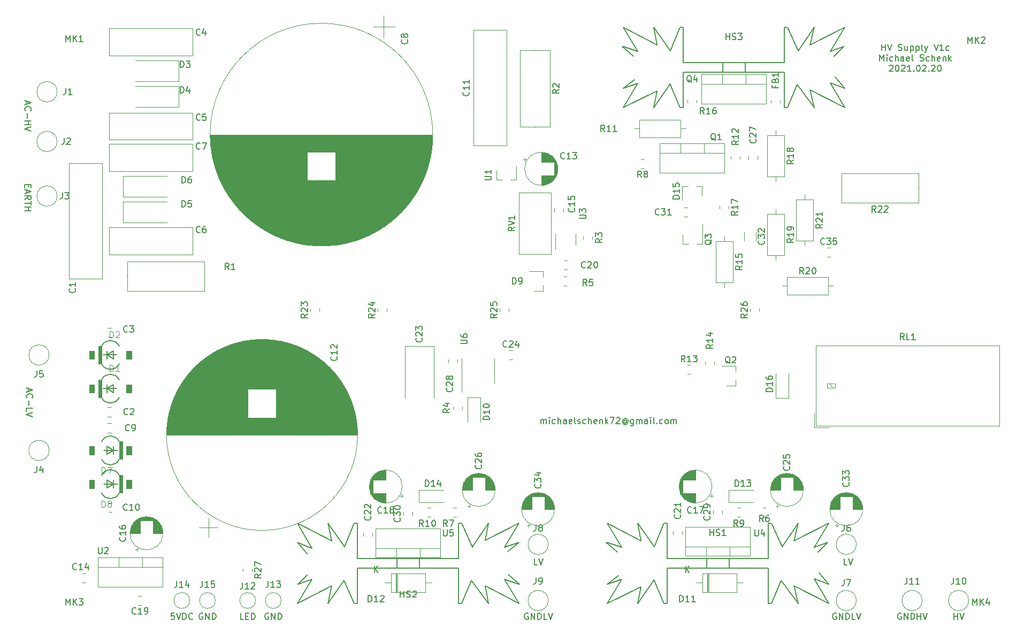
<source format=gbr>
G04 #@! TF.GenerationSoftware,KiCad,Pcbnew,(5.1.9-0-10_14)*
G04 #@! TF.CreationDate,2021-02-20T18:33:09+01:00*
G04 #@! TF.ProjectId,hv-power-supply-v1,68762d70-6f77-4657-922d-737570706c79,rev?*
G04 #@! TF.SameCoordinates,Original*
G04 #@! TF.FileFunction,Legend,Top*
G04 #@! TF.FilePolarity,Positive*
%FSLAX46Y46*%
G04 Gerber Fmt 4.6, Leading zero omitted, Abs format (unit mm)*
G04 Created by KiCad (PCBNEW (5.1.9-0-10_14)) date 2021-02-20 18:33:09*
%MOMM*%
%LPD*%
G01*
G04 APERTURE LIST*
%ADD10C,0.150000*%
%ADD11C,0.120000*%
%ADD12C,0.010000*%
%ADD13C,0.152400*%
%ADD14C,0.015000*%
G04 APERTURE END LIST*
D10*
X202955714Y-142334380D02*
X202955714Y-141334380D01*
X202955714Y-141810571D02*
X203527142Y-141810571D01*
X203527142Y-142334380D02*
X203527142Y-141334380D01*
X203860476Y-141334380D02*
X204193809Y-142334380D01*
X204527142Y-141334380D01*
X194589714Y-141382000D02*
X194494476Y-141334380D01*
X194351619Y-141334380D01*
X194208761Y-141382000D01*
X194113523Y-141477238D01*
X194065904Y-141572476D01*
X194018285Y-141762952D01*
X194018285Y-141905809D01*
X194065904Y-142096285D01*
X194113523Y-142191523D01*
X194208761Y-142286761D01*
X194351619Y-142334380D01*
X194446857Y-142334380D01*
X194589714Y-142286761D01*
X194637333Y-142239142D01*
X194637333Y-141905809D01*
X194446857Y-141905809D01*
X195065904Y-142334380D02*
X195065904Y-141334380D01*
X195637333Y-142334380D01*
X195637333Y-141334380D01*
X196113523Y-142334380D02*
X196113523Y-141334380D01*
X196351619Y-141334380D01*
X196494476Y-141382000D01*
X196589714Y-141477238D01*
X196637333Y-141572476D01*
X196684952Y-141762952D01*
X196684952Y-141905809D01*
X196637333Y-142096285D01*
X196589714Y-142191523D01*
X196494476Y-142286761D01*
X196351619Y-142334380D01*
X196113523Y-142334380D01*
X197113523Y-142334380D02*
X197113523Y-141334380D01*
X197113523Y-141810571D02*
X197684952Y-141810571D01*
X197684952Y-142334380D02*
X197684952Y-141334380D01*
X198018285Y-141334380D02*
X198351619Y-142334380D01*
X198684952Y-141334380D01*
X184294761Y-141382000D02*
X184199523Y-141334380D01*
X184056666Y-141334380D01*
X183913809Y-141382000D01*
X183818571Y-141477238D01*
X183770952Y-141572476D01*
X183723333Y-141762952D01*
X183723333Y-141905809D01*
X183770952Y-142096285D01*
X183818571Y-142191523D01*
X183913809Y-142286761D01*
X184056666Y-142334380D01*
X184151904Y-142334380D01*
X184294761Y-142286761D01*
X184342380Y-142239142D01*
X184342380Y-141905809D01*
X184151904Y-141905809D01*
X184770952Y-142334380D02*
X184770952Y-141334380D01*
X185342380Y-142334380D01*
X185342380Y-141334380D01*
X185818571Y-142334380D02*
X185818571Y-141334380D01*
X186056666Y-141334380D01*
X186199523Y-141382000D01*
X186294761Y-141477238D01*
X186342380Y-141572476D01*
X186390000Y-141762952D01*
X186390000Y-141905809D01*
X186342380Y-142096285D01*
X186294761Y-142191523D01*
X186199523Y-142286761D01*
X186056666Y-142334380D01*
X185818571Y-142334380D01*
X187294761Y-142334380D02*
X186818571Y-142334380D01*
X186818571Y-141334380D01*
X187485238Y-141334380D02*
X187818571Y-142334380D01*
X188151904Y-141334380D01*
X186024952Y-133698380D02*
X185548761Y-133698380D01*
X185548761Y-132698380D01*
X186215428Y-132698380D02*
X186548761Y-133698380D01*
X186882095Y-132698380D01*
X137002952Y-133698380D02*
X136526761Y-133698380D01*
X136526761Y-132698380D01*
X137193428Y-132698380D02*
X137526761Y-133698380D01*
X137860095Y-132698380D01*
X135526761Y-141382000D02*
X135431523Y-141334380D01*
X135288666Y-141334380D01*
X135145809Y-141382000D01*
X135050571Y-141477238D01*
X135002952Y-141572476D01*
X134955333Y-141762952D01*
X134955333Y-141905809D01*
X135002952Y-142096285D01*
X135050571Y-142191523D01*
X135145809Y-142286761D01*
X135288666Y-142334380D01*
X135383904Y-142334380D01*
X135526761Y-142286761D01*
X135574380Y-142239142D01*
X135574380Y-141905809D01*
X135383904Y-141905809D01*
X136002952Y-142334380D02*
X136002952Y-141334380D01*
X136574380Y-142334380D01*
X136574380Y-141334380D01*
X137050571Y-142334380D02*
X137050571Y-141334380D01*
X137288666Y-141334380D01*
X137431523Y-141382000D01*
X137526761Y-141477238D01*
X137574380Y-141572476D01*
X137622000Y-141762952D01*
X137622000Y-141905809D01*
X137574380Y-142096285D01*
X137526761Y-142191523D01*
X137431523Y-142286761D01*
X137288666Y-142334380D01*
X137050571Y-142334380D01*
X138526761Y-142334380D02*
X138050571Y-142334380D01*
X138050571Y-141334380D01*
X138717238Y-141334380D02*
X139050571Y-142334380D01*
X139383904Y-141334380D01*
X94450095Y-141382000D02*
X94354857Y-141334380D01*
X94212000Y-141334380D01*
X94069142Y-141382000D01*
X93973904Y-141477238D01*
X93926285Y-141572476D01*
X93878666Y-141762952D01*
X93878666Y-141905809D01*
X93926285Y-142096285D01*
X93973904Y-142191523D01*
X94069142Y-142286761D01*
X94212000Y-142334380D01*
X94307238Y-142334380D01*
X94450095Y-142286761D01*
X94497714Y-142239142D01*
X94497714Y-141905809D01*
X94307238Y-141905809D01*
X94926285Y-142334380D02*
X94926285Y-141334380D01*
X95497714Y-142334380D01*
X95497714Y-141334380D01*
X95973904Y-142334380D02*
X95973904Y-141334380D01*
X96212000Y-141334380D01*
X96354857Y-141382000D01*
X96450095Y-141477238D01*
X96497714Y-141572476D01*
X96545333Y-141762952D01*
X96545333Y-141905809D01*
X96497714Y-142096285D01*
X96450095Y-142191523D01*
X96354857Y-142286761D01*
X96212000Y-142334380D01*
X95973904Y-142334380D01*
X90505142Y-142334380D02*
X90028952Y-142334380D01*
X90028952Y-141334380D01*
X90838476Y-141810571D02*
X91171809Y-141810571D01*
X91314666Y-142334380D02*
X90838476Y-142334380D01*
X90838476Y-141334380D01*
X91314666Y-141334380D01*
X91743238Y-142334380D02*
X91743238Y-141334380D01*
X91981333Y-141334380D01*
X92124190Y-141382000D01*
X92219428Y-141477238D01*
X92267047Y-141572476D01*
X92314666Y-141762952D01*
X92314666Y-141905809D01*
X92267047Y-142096285D01*
X92219428Y-142191523D01*
X92124190Y-142286761D01*
X91981333Y-142334380D01*
X91743238Y-142334380D01*
X84036095Y-141382000D02*
X83940857Y-141334380D01*
X83798000Y-141334380D01*
X83655142Y-141382000D01*
X83559904Y-141477238D01*
X83512285Y-141572476D01*
X83464666Y-141762952D01*
X83464666Y-141905809D01*
X83512285Y-142096285D01*
X83559904Y-142191523D01*
X83655142Y-142286761D01*
X83798000Y-142334380D01*
X83893238Y-142334380D01*
X84036095Y-142286761D01*
X84083714Y-142239142D01*
X84083714Y-141905809D01*
X83893238Y-141905809D01*
X84512285Y-142334380D02*
X84512285Y-141334380D01*
X85083714Y-142334380D01*
X85083714Y-141334380D01*
X85559904Y-142334380D02*
X85559904Y-141334380D01*
X85798000Y-141334380D01*
X85940857Y-141382000D01*
X86036095Y-141477238D01*
X86083714Y-141572476D01*
X86131333Y-141762952D01*
X86131333Y-141905809D01*
X86083714Y-142096285D01*
X86036095Y-142191523D01*
X85940857Y-142286761D01*
X85798000Y-142334380D01*
X85559904Y-142334380D01*
X79543523Y-141334380D02*
X79067333Y-141334380D01*
X79019714Y-141810571D01*
X79067333Y-141762952D01*
X79162571Y-141715333D01*
X79400666Y-141715333D01*
X79495904Y-141762952D01*
X79543523Y-141810571D01*
X79591142Y-141905809D01*
X79591142Y-142143904D01*
X79543523Y-142239142D01*
X79495904Y-142286761D01*
X79400666Y-142334380D01*
X79162571Y-142334380D01*
X79067333Y-142286761D01*
X79019714Y-142239142D01*
X79876857Y-141334380D02*
X80210190Y-142334380D01*
X80543523Y-141334380D01*
X80876857Y-142334380D02*
X80876857Y-141334380D01*
X81114952Y-141334380D01*
X81257809Y-141382000D01*
X81353047Y-141477238D01*
X81400666Y-141572476D01*
X81448285Y-141762952D01*
X81448285Y-141905809D01*
X81400666Y-142096285D01*
X81353047Y-142191523D01*
X81257809Y-142286761D01*
X81114952Y-142334380D01*
X80876857Y-142334380D01*
X82448285Y-142239142D02*
X82400666Y-142286761D01*
X82257809Y-142334380D01*
X82162571Y-142334380D01*
X82019714Y-142286761D01*
X81924476Y-142191523D01*
X81876857Y-142096285D01*
X81829238Y-141905809D01*
X81829238Y-141762952D01*
X81876857Y-141572476D01*
X81924476Y-141477238D01*
X82019714Y-141382000D01*
X82162571Y-141334380D01*
X82257809Y-141334380D01*
X82400666Y-141382000D01*
X82448285Y-141429619D01*
X56437333Y-105782523D02*
X56437333Y-106258714D01*
X56151619Y-105687285D02*
X57151619Y-106020619D01*
X56151619Y-106353952D01*
X56246857Y-107258714D02*
X56199238Y-107211095D01*
X56151619Y-107068238D01*
X56151619Y-106973000D01*
X56199238Y-106830142D01*
X56294476Y-106734904D01*
X56389714Y-106687285D01*
X56580190Y-106639666D01*
X56723047Y-106639666D01*
X56913523Y-106687285D01*
X57008761Y-106734904D01*
X57104000Y-106830142D01*
X57151619Y-106973000D01*
X57151619Y-107068238D01*
X57104000Y-107211095D01*
X57056380Y-107258714D01*
X56532571Y-107687285D02*
X56532571Y-108449190D01*
X56151619Y-109401571D02*
X56151619Y-108925380D01*
X57151619Y-108925380D01*
X57151619Y-109592047D02*
X56151619Y-109925380D01*
X57151619Y-110258714D01*
X56421428Y-73540380D02*
X56421428Y-73873714D01*
X55897619Y-74016571D02*
X55897619Y-73540380D01*
X56897619Y-73540380D01*
X56897619Y-74016571D01*
X56183333Y-74397523D02*
X56183333Y-74873714D01*
X55897619Y-74302285D02*
X56897619Y-74635619D01*
X55897619Y-74968952D01*
X55897619Y-75873714D02*
X56373809Y-75540380D01*
X55897619Y-75302285D02*
X56897619Y-75302285D01*
X56897619Y-75683238D01*
X56850000Y-75778476D01*
X56802380Y-75826095D01*
X56707142Y-75873714D01*
X56564285Y-75873714D01*
X56469047Y-75826095D01*
X56421428Y-75778476D01*
X56373809Y-75683238D01*
X56373809Y-75302285D01*
X56897619Y-76159428D02*
X56897619Y-76730857D01*
X55897619Y-76445142D02*
X56897619Y-76445142D01*
X55897619Y-77064190D02*
X56897619Y-77064190D01*
X56421428Y-77064190D02*
X56421428Y-77635619D01*
X55897619Y-77635619D02*
X56897619Y-77635619D01*
X56183333Y-60324476D02*
X56183333Y-60800666D01*
X55897619Y-60229238D02*
X56897619Y-60562571D01*
X55897619Y-60895904D01*
X55992857Y-61800666D02*
X55945238Y-61753047D01*
X55897619Y-61610190D01*
X55897619Y-61514952D01*
X55945238Y-61372095D01*
X56040476Y-61276857D01*
X56135714Y-61229238D01*
X56326190Y-61181619D01*
X56469047Y-61181619D01*
X56659523Y-61229238D01*
X56754761Y-61276857D01*
X56850000Y-61372095D01*
X56897619Y-61514952D01*
X56897619Y-61610190D01*
X56850000Y-61753047D01*
X56802380Y-61800666D01*
X56278571Y-62229238D02*
X56278571Y-62991142D01*
X55897619Y-63467333D02*
X56897619Y-63467333D01*
X56421428Y-63467333D02*
X56421428Y-64038761D01*
X55897619Y-64038761D02*
X56897619Y-64038761D01*
X56897619Y-64372095D02*
X55897619Y-64705428D01*
X56897619Y-65038761D01*
X137583714Y-111346380D02*
X137583714Y-110679714D01*
X137583714Y-110774952D02*
X137631333Y-110727333D01*
X137726571Y-110679714D01*
X137869428Y-110679714D01*
X137964666Y-110727333D01*
X138012285Y-110822571D01*
X138012285Y-111346380D01*
X138012285Y-110822571D02*
X138059904Y-110727333D01*
X138155142Y-110679714D01*
X138298000Y-110679714D01*
X138393238Y-110727333D01*
X138440857Y-110822571D01*
X138440857Y-111346380D01*
X138917047Y-111346380D02*
X138917047Y-110679714D01*
X138917047Y-110346380D02*
X138869428Y-110394000D01*
X138917047Y-110441619D01*
X138964666Y-110394000D01*
X138917047Y-110346380D01*
X138917047Y-110441619D01*
X139821809Y-111298761D02*
X139726571Y-111346380D01*
X139536095Y-111346380D01*
X139440857Y-111298761D01*
X139393238Y-111251142D01*
X139345619Y-111155904D01*
X139345619Y-110870190D01*
X139393238Y-110774952D01*
X139440857Y-110727333D01*
X139536095Y-110679714D01*
X139726571Y-110679714D01*
X139821809Y-110727333D01*
X140250380Y-111346380D02*
X140250380Y-110346380D01*
X140678952Y-111346380D02*
X140678952Y-110822571D01*
X140631333Y-110727333D01*
X140536095Y-110679714D01*
X140393238Y-110679714D01*
X140298000Y-110727333D01*
X140250380Y-110774952D01*
X141583714Y-111346380D02*
X141583714Y-110822571D01*
X141536095Y-110727333D01*
X141440857Y-110679714D01*
X141250380Y-110679714D01*
X141155142Y-110727333D01*
X141583714Y-111298761D02*
X141488476Y-111346380D01*
X141250380Y-111346380D01*
X141155142Y-111298761D01*
X141107523Y-111203523D01*
X141107523Y-111108285D01*
X141155142Y-111013047D01*
X141250380Y-110965428D01*
X141488476Y-110965428D01*
X141583714Y-110917809D01*
X142440857Y-111298761D02*
X142345619Y-111346380D01*
X142155142Y-111346380D01*
X142059904Y-111298761D01*
X142012285Y-111203523D01*
X142012285Y-110822571D01*
X142059904Y-110727333D01*
X142155142Y-110679714D01*
X142345619Y-110679714D01*
X142440857Y-110727333D01*
X142488476Y-110822571D01*
X142488476Y-110917809D01*
X142012285Y-111013047D01*
X143059904Y-111346380D02*
X142964666Y-111298761D01*
X142917047Y-111203523D01*
X142917047Y-110346380D01*
X143393238Y-111298761D02*
X143488476Y-111346380D01*
X143678952Y-111346380D01*
X143774190Y-111298761D01*
X143821809Y-111203523D01*
X143821809Y-111155904D01*
X143774190Y-111060666D01*
X143678952Y-111013047D01*
X143536095Y-111013047D01*
X143440857Y-110965428D01*
X143393238Y-110870190D01*
X143393238Y-110822571D01*
X143440857Y-110727333D01*
X143536095Y-110679714D01*
X143678952Y-110679714D01*
X143774190Y-110727333D01*
X144678952Y-111298761D02*
X144583714Y-111346380D01*
X144393238Y-111346380D01*
X144298000Y-111298761D01*
X144250380Y-111251142D01*
X144202761Y-111155904D01*
X144202761Y-110870190D01*
X144250380Y-110774952D01*
X144298000Y-110727333D01*
X144393238Y-110679714D01*
X144583714Y-110679714D01*
X144678952Y-110727333D01*
X145107523Y-111346380D02*
X145107523Y-110346380D01*
X145536095Y-111346380D02*
X145536095Y-110822571D01*
X145488476Y-110727333D01*
X145393238Y-110679714D01*
X145250380Y-110679714D01*
X145155142Y-110727333D01*
X145107523Y-110774952D01*
X146393238Y-111298761D02*
X146298000Y-111346380D01*
X146107523Y-111346380D01*
X146012285Y-111298761D01*
X145964666Y-111203523D01*
X145964666Y-110822571D01*
X146012285Y-110727333D01*
X146107523Y-110679714D01*
X146298000Y-110679714D01*
X146393238Y-110727333D01*
X146440857Y-110822571D01*
X146440857Y-110917809D01*
X145964666Y-111013047D01*
X146869428Y-110679714D02*
X146869428Y-111346380D01*
X146869428Y-110774952D02*
X146917047Y-110727333D01*
X147012285Y-110679714D01*
X147155142Y-110679714D01*
X147250380Y-110727333D01*
X147298000Y-110822571D01*
X147298000Y-111346380D01*
X147774190Y-111346380D02*
X147774190Y-110346380D01*
X147869428Y-110965428D02*
X148155142Y-111346380D01*
X148155142Y-110679714D02*
X147774190Y-111060666D01*
X148488476Y-110346380D02*
X149155142Y-110346380D01*
X148726571Y-111346380D01*
X149488476Y-110441619D02*
X149536095Y-110394000D01*
X149631333Y-110346380D01*
X149869428Y-110346380D01*
X149964666Y-110394000D01*
X150012285Y-110441619D01*
X150059904Y-110536857D01*
X150059904Y-110632095D01*
X150012285Y-110774952D01*
X149440857Y-111346380D01*
X150059904Y-111346380D01*
X151107523Y-110870190D02*
X151059904Y-110822571D01*
X150964666Y-110774952D01*
X150869428Y-110774952D01*
X150774190Y-110822571D01*
X150726571Y-110870190D01*
X150678952Y-110965428D01*
X150678952Y-111060666D01*
X150726571Y-111155904D01*
X150774190Y-111203523D01*
X150869428Y-111251142D01*
X150964666Y-111251142D01*
X151059904Y-111203523D01*
X151107523Y-111155904D01*
X151107523Y-110774952D02*
X151107523Y-111155904D01*
X151155142Y-111203523D01*
X151202761Y-111203523D01*
X151298000Y-111155904D01*
X151345619Y-111060666D01*
X151345619Y-110822571D01*
X151250380Y-110679714D01*
X151107523Y-110584476D01*
X150917047Y-110536857D01*
X150726571Y-110584476D01*
X150583714Y-110679714D01*
X150488476Y-110822571D01*
X150440857Y-111013047D01*
X150488476Y-111203523D01*
X150583714Y-111346380D01*
X150726571Y-111441619D01*
X150917047Y-111489238D01*
X151107523Y-111441619D01*
X151250380Y-111346380D01*
X152202761Y-110679714D02*
X152202761Y-111489238D01*
X152155142Y-111584476D01*
X152107523Y-111632095D01*
X152012285Y-111679714D01*
X151869428Y-111679714D01*
X151774190Y-111632095D01*
X152202761Y-111298761D02*
X152107523Y-111346380D01*
X151917047Y-111346380D01*
X151821809Y-111298761D01*
X151774190Y-111251142D01*
X151726571Y-111155904D01*
X151726571Y-110870190D01*
X151774190Y-110774952D01*
X151821809Y-110727333D01*
X151917047Y-110679714D01*
X152107523Y-110679714D01*
X152202761Y-110727333D01*
X152678952Y-111346380D02*
X152678952Y-110679714D01*
X152678952Y-110774952D02*
X152726571Y-110727333D01*
X152821809Y-110679714D01*
X152964666Y-110679714D01*
X153059904Y-110727333D01*
X153107523Y-110822571D01*
X153107523Y-111346380D01*
X153107523Y-110822571D02*
X153155142Y-110727333D01*
X153250380Y-110679714D01*
X153393238Y-110679714D01*
X153488476Y-110727333D01*
X153536095Y-110822571D01*
X153536095Y-111346380D01*
X154440857Y-111346380D02*
X154440857Y-110822571D01*
X154393238Y-110727333D01*
X154298000Y-110679714D01*
X154107523Y-110679714D01*
X154012285Y-110727333D01*
X154440857Y-111298761D02*
X154345619Y-111346380D01*
X154107523Y-111346380D01*
X154012285Y-111298761D01*
X153964666Y-111203523D01*
X153964666Y-111108285D01*
X154012285Y-111013047D01*
X154107523Y-110965428D01*
X154345619Y-110965428D01*
X154440857Y-110917809D01*
X154917047Y-111346380D02*
X154917047Y-110679714D01*
X154917047Y-110346380D02*
X154869428Y-110394000D01*
X154917047Y-110441619D01*
X154964666Y-110394000D01*
X154917047Y-110346380D01*
X154917047Y-110441619D01*
X155536095Y-111346380D02*
X155440857Y-111298761D01*
X155393238Y-111203523D01*
X155393238Y-110346380D01*
X155917047Y-111251142D02*
X155964666Y-111298761D01*
X155917047Y-111346380D01*
X155869428Y-111298761D01*
X155917047Y-111251142D01*
X155917047Y-111346380D01*
X156821809Y-111298761D02*
X156726571Y-111346380D01*
X156536095Y-111346380D01*
X156440857Y-111298761D01*
X156393238Y-111251142D01*
X156345619Y-111155904D01*
X156345619Y-110870190D01*
X156393238Y-110774952D01*
X156440857Y-110727333D01*
X156536095Y-110679714D01*
X156726571Y-110679714D01*
X156821809Y-110727333D01*
X157393238Y-111346380D02*
X157298000Y-111298761D01*
X157250380Y-111251142D01*
X157202761Y-111155904D01*
X157202761Y-110870190D01*
X157250380Y-110774952D01*
X157298000Y-110727333D01*
X157393238Y-110679714D01*
X157536095Y-110679714D01*
X157631333Y-110727333D01*
X157678952Y-110774952D01*
X157726571Y-110870190D01*
X157726571Y-111155904D01*
X157678952Y-111251142D01*
X157631333Y-111298761D01*
X157536095Y-111346380D01*
X157393238Y-111346380D01*
X158155142Y-111346380D02*
X158155142Y-110679714D01*
X158155142Y-110774952D02*
X158202761Y-110727333D01*
X158298000Y-110679714D01*
X158440857Y-110679714D01*
X158536095Y-110727333D01*
X158583714Y-110822571D01*
X158583714Y-111346380D01*
X158583714Y-110822571D02*
X158631333Y-110727333D01*
X158726571Y-110679714D01*
X158869428Y-110679714D01*
X158964666Y-110727333D01*
X159012285Y-110822571D01*
X159012285Y-111346380D01*
X191526285Y-52292380D02*
X191526285Y-51292380D01*
X191526285Y-51768571D02*
X192097714Y-51768571D01*
X192097714Y-52292380D02*
X192097714Y-51292380D01*
X192431047Y-51292380D02*
X192764380Y-52292380D01*
X193097714Y-51292380D01*
X194145333Y-52244761D02*
X194288190Y-52292380D01*
X194526285Y-52292380D01*
X194621523Y-52244761D01*
X194669142Y-52197142D01*
X194716761Y-52101904D01*
X194716761Y-52006666D01*
X194669142Y-51911428D01*
X194621523Y-51863809D01*
X194526285Y-51816190D01*
X194335809Y-51768571D01*
X194240571Y-51720952D01*
X194192952Y-51673333D01*
X194145333Y-51578095D01*
X194145333Y-51482857D01*
X194192952Y-51387619D01*
X194240571Y-51340000D01*
X194335809Y-51292380D01*
X194573904Y-51292380D01*
X194716761Y-51340000D01*
X195573904Y-51625714D02*
X195573904Y-52292380D01*
X195145333Y-51625714D02*
X195145333Y-52149523D01*
X195192952Y-52244761D01*
X195288190Y-52292380D01*
X195431047Y-52292380D01*
X195526285Y-52244761D01*
X195573904Y-52197142D01*
X196050095Y-51625714D02*
X196050095Y-52625714D01*
X196050095Y-51673333D02*
X196145333Y-51625714D01*
X196335809Y-51625714D01*
X196431047Y-51673333D01*
X196478666Y-51720952D01*
X196526285Y-51816190D01*
X196526285Y-52101904D01*
X196478666Y-52197142D01*
X196431047Y-52244761D01*
X196335809Y-52292380D01*
X196145333Y-52292380D01*
X196050095Y-52244761D01*
X196954857Y-51625714D02*
X196954857Y-52625714D01*
X196954857Y-51673333D02*
X197050095Y-51625714D01*
X197240571Y-51625714D01*
X197335809Y-51673333D01*
X197383428Y-51720952D01*
X197431047Y-51816190D01*
X197431047Y-52101904D01*
X197383428Y-52197142D01*
X197335809Y-52244761D01*
X197240571Y-52292380D01*
X197050095Y-52292380D01*
X196954857Y-52244761D01*
X198002476Y-52292380D02*
X197907238Y-52244761D01*
X197859619Y-52149523D01*
X197859619Y-51292380D01*
X198288190Y-51625714D02*
X198526285Y-52292380D01*
X198764380Y-51625714D02*
X198526285Y-52292380D01*
X198431047Y-52530476D01*
X198383428Y-52578095D01*
X198288190Y-52625714D01*
X199764380Y-51292380D02*
X200097714Y-52292380D01*
X200431047Y-51292380D01*
X201288190Y-52292380D02*
X200716761Y-52292380D01*
X201002476Y-52292380D02*
X201002476Y-51292380D01*
X200907238Y-51435238D01*
X200812000Y-51530476D01*
X200716761Y-51578095D01*
X202145333Y-52244761D02*
X202050095Y-52292380D01*
X201859619Y-52292380D01*
X201764380Y-52244761D01*
X201716761Y-52197142D01*
X201669142Y-52101904D01*
X201669142Y-51816190D01*
X201716761Y-51720952D01*
X201764380Y-51673333D01*
X201859619Y-51625714D01*
X202050095Y-51625714D01*
X202145333Y-51673333D01*
X191192952Y-53942380D02*
X191192952Y-52942380D01*
X191526285Y-53656666D01*
X191859619Y-52942380D01*
X191859619Y-53942380D01*
X192335809Y-53942380D02*
X192335809Y-53275714D01*
X192335809Y-52942380D02*
X192288190Y-52990000D01*
X192335809Y-53037619D01*
X192383428Y-52990000D01*
X192335809Y-52942380D01*
X192335809Y-53037619D01*
X193240571Y-53894761D02*
X193145333Y-53942380D01*
X192954857Y-53942380D01*
X192859619Y-53894761D01*
X192812000Y-53847142D01*
X192764380Y-53751904D01*
X192764380Y-53466190D01*
X192812000Y-53370952D01*
X192859619Y-53323333D01*
X192954857Y-53275714D01*
X193145333Y-53275714D01*
X193240571Y-53323333D01*
X193669142Y-53942380D02*
X193669142Y-52942380D01*
X194097714Y-53942380D02*
X194097714Y-53418571D01*
X194050095Y-53323333D01*
X193954857Y-53275714D01*
X193812000Y-53275714D01*
X193716761Y-53323333D01*
X193669142Y-53370952D01*
X195002476Y-53942380D02*
X195002476Y-53418571D01*
X194954857Y-53323333D01*
X194859619Y-53275714D01*
X194669142Y-53275714D01*
X194573904Y-53323333D01*
X195002476Y-53894761D02*
X194907238Y-53942380D01*
X194669142Y-53942380D01*
X194573904Y-53894761D01*
X194526285Y-53799523D01*
X194526285Y-53704285D01*
X194573904Y-53609047D01*
X194669142Y-53561428D01*
X194907238Y-53561428D01*
X195002476Y-53513809D01*
X195859619Y-53894761D02*
X195764380Y-53942380D01*
X195573904Y-53942380D01*
X195478666Y-53894761D01*
X195431047Y-53799523D01*
X195431047Y-53418571D01*
X195478666Y-53323333D01*
X195573904Y-53275714D01*
X195764380Y-53275714D01*
X195859619Y-53323333D01*
X195907238Y-53418571D01*
X195907238Y-53513809D01*
X195431047Y-53609047D01*
X196478666Y-53942380D02*
X196383428Y-53894761D01*
X196335809Y-53799523D01*
X196335809Y-52942380D01*
X197573904Y-53894761D02*
X197716761Y-53942380D01*
X197954857Y-53942380D01*
X198050095Y-53894761D01*
X198097714Y-53847142D01*
X198145333Y-53751904D01*
X198145333Y-53656666D01*
X198097714Y-53561428D01*
X198050095Y-53513809D01*
X197954857Y-53466190D01*
X197764380Y-53418571D01*
X197669142Y-53370952D01*
X197621523Y-53323333D01*
X197573904Y-53228095D01*
X197573904Y-53132857D01*
X197621523Y-53037619D01*
X197669142Y-52990000D01*
X197764380Y-52942380D01*
X198002476Y-52942380D01*
X198145333Y-52990000D01*
X199002476Y-53894761D02*
X198907238Y-53942380D01*
X198716761Y-53942380D01*
X198621523Y-53894761D01*
X198573904Y-53847142D01*
X198526285Y-53751904D01*
X198526285Y-53466190D01*
X198573904Y-53370952D01*
X198621523Y-53323333D01*
X198716761Y-53275714D01*
X198907238Y-53275714D01*
X199002476Y-53323333D01*
X199431047Y-53942380D02*
X199431047Y-52942380D01*
X199859619Y-53942380D02*
X199859619Y-53418571D01*
X199812000Y-53323333D01*
X199716761Y-53275714D01*
X199573904Y-53275714D01*
X199478666Y-53323333D01*
X199431047Y-53370952D01*
X200716761Y-53894761D02*
X200621523Y-53942380D01*
X200431047Y-53942380D01*
X200335809Y-53894761D01*
X200288190Y-53799523D01*
X200288190Y-53418571D01*
X200335809Y-53323333D01*
X200431047Y-53275714D01*
X200621523Y-53275714D01*
X200716761Y-53323333D01*
X200764380Y-53418571D01*
X200764380Y-53513809D01*
X200288190Y-53609047D01*
X201192952Y-53275714D02*
X201192952Y-53942380D01*
X201192952Y-53370952D02*
X201240571Y-53323333D01*
X201335809Y-53275714D01*
X201478666Y-53275714D01*
X201573904Y-53323333D01*
X201621523Y-53418571D01*
X201621523Y-53942380D01*
X202097714Y-53942380D02*
X202097714Y-52942380D01*
X202192952Y-53561428D02*
X202478666Y-53942380D01*
X202478666Y-53275714D02*
X202097714Y-53656666D01*
X192716761Y-54687619D02*
X192764380Y-54640000D01*
X192859619Y-54592380D01*
X193097714Y-54592380D01*
X193192952Y-54640000D01*
X193240571Y-54687619D01*
X193288190Y-54782857D01*
X193288190Y-54878095D01*
X193240571Y-55020952D01*
X192669142Y-55592380D01*
X193288190Y-55592380D01*
X193907238Y-54592380D02*
X194002476Y-54592380D01*
X194097714Y-54640000D01*
X194145333Y-54687619D01*
X194192952Y-54782857D01*
X194240571Y-54973333D01*
X194240571Y-55211428D01*
X194192952Y-55401904D01*
X194145333Y-55497142D01*
X194097714Y-55544761D01*
X194002476Y-55592380D01*
X193907238Y-55592380D01*
X193812000Y-55544761D01*
X193764380Y-55497142D01*
X193716761Y-55401904D01*
X193669142Y-55211428D01*
X193669142Y-54973333D01*
X193716761Y-54782857D01*
X193764380Y-54687619D01*
X193812000Y-54640000D01*
X193907238Y-54592380D01*
X194621523Y-54687619D02*
X194669142Y-54640000D01*
X194764380Y-54592380D01*
X195002476Y-54592380D01*
X195097714Y-54640000D01*
X195145333Y-54687619D01*
X195192952Y-54782857D01*
X195192952Y-54878095D01*
X195145333Y-55020952D01*
X194573904Y-55592380D01*
X195192952Y-55592380D01*
X196145333Y-55592380D02*
X195573904Y-55592380D01*
X195859619Y-55592380D02*
X195859619Y-54592380D01*
X195764380Y-54735238D01*
X195669142Y-54830476D01*
X195573904Y-54878095D01*
X196573904Y-55497142D02*
X196621523Y-55544761D01*
X196573904Y-55592380D01*
X196526285Y-55544761D01*
X196573904Y-55497142D01*
X196573904Y-55592380D01*
X197240571Y-54592380D02*
X197335809Y-54592380D01*
X197431047Y-54640000D01*
X197478666Y-54687619D01*
X197526285Y-54782857D01*
X197573904Y-54973333D01*
X197573904Y-55211428D01*
X197526285Y-55401904D01*
X197478666Y-55497142D01*
X197431047Y-55544761D01*
X197335809Y-55592380D01*
X197240571Y-55592380D01*
X197145333Y-55544761D01*
X197097714Y-55497142D01*
X197050095Y-55401904D01*
X197002476Y-55211428D01*
X197002476Y-54973333D01*
X197050095Y-54782857D01*
X197097714Y-54687619D01*
X197145333Y-54640000D01*
X197240571Y-54592380D01*
X197954857Y-54687619D02*
X198002476Y-54640000D01*
X198097714Y-54592380D01*
X198335809Y-54592380D01*
X198431047Y-54640000D01*
X198478666Y-54687619D01*
X198526285Y-54782857D01*
X198526285Y-54878095D01*
X198478666Y-55020952D01*
X197907238Y-55592380D01*
X198526285Y-55592380D01*
X198954857Y-55497142D02*
X199002476Y-55544761D01*
X198954857Y-55592380D01*
X198907238Y-55544761D01*
X198954857Y-55497142D01*
X198954857Y-55592380D01*
X199383428Y-54687619D02*
X199431047Y-54640000D01*
X199526285Y-54592380D01*
X199764380Y-54592380D01*
X199859619Y-54640000D01*
X199907238Y-54687619D01*
X199954857Y-54782857D01*
X199954857Y-54878095D01*
X199907238Y-55020952D01*
X199335809Y-55592380D01*
X199954857Y-55592380D01*
X200573904Y-54592380D02*
X200669142Y-54592380D01*
X200764380Y-54640000D01*
X200812000Y-54687619D01*
X200859619Y-54782857D01*
X200907238Y-54973333D01*
X200907238Y-55211428D01*
X200859619Y-55401904D01*
X200812000Y-55497142D01*
X200764380Y-55544761D01*
X200669142Y-55592380D01*
X200573904Y-55592380D01*
X200478666Y-55544761D01*
X200431047Y-55497142D01*
X200383428Y-55401904D01*
X200335809Y-55211428D01*
X200335809Y-54973333D01*
X200383428Y-54782857D01*
X200431047Y-54687619D01*
X200478666Y-54640000D01*
X200573904Y-54592380D01*
D11*
X197294000Y-76434000D02*
X197294000Y-71694000D01*
X197294000Y-71694000D02*
X185154000Y-71694000D01*
X185154000Y-71694000D02*
X185154000Y-76434000D01*
X185154000Y-76434000D02*
X197294000Y-76434000D01*
X197404000Y-74064000D02*
X197294000Y-74064000D01*
X185044000Y-74064000D02*
X185154000Y-74064000D01*
D12*
G36*
X66101630Y-99819600D02*
G01*
X66891000Y-99819600D01*
X66891000Y-101140791D01*
X66101630Y-101140791D01*
X66101630Y-99819600D01*
G37*
X66101630Y-99819600D02*
X66891000Y-99819600D01*
X66891000Y-101140791D01*
X66101630Y-101140791D01*
X66101630Y-99819600D01*
G36*
X71971510Y-99819600D02*
G01*
X72758400Y-99819600D01*
X72758400Y-101140533D01*
X71971510Y-101140533D01*
X71971510Y-99819600D01*
G37*
X71971510Y-99819600D02*
X72758400Y-99819600D01*
X72758400Y-101140533D01*
X71971510Y-101140533D01*
X71971510Y-99819600D01*
G36*
X67525790Y-99083000D02*
G01*
X68034000Y-99083000D01*
X68034000Y-101877150D01*
X67525790Y-101877150D01*
X67525790Y-99083000D01*
G37*
X67525790Y-99083000D02*
X68034000Y-99083000D01*
X68034000Y-101877150D01*
X67525790Y-101877150D01*
X67525790Y-99083000D01*
D13*
X68923000Y-99845000D02*
X68923000Y-100480000D01*
X68923000Y-100480000D02*
X68923000Y-101115000D01*
X68923000Y-100480000D02*
X69939000Y-99845000D01*
X68923000Y-100480000D02*
X70447000Y-100480000D01*
X69939000Y-101115000D02*
X68923000Y-100480000D01*
X69939000Y-99845000D02*
X69939000Y-101115000D01*
X68288000Y-100480000D02*
X68923000Y-100480000D01*
X68034000Y-99083000D02*
G75*
G02*
X70828000Y-99083000I1397000J-635001D01*
G01*
X68034000Y-101877000D02*
G75*
G03*
X70828000Y-101877000I1397000J635001D01*
G01*
D12*
G36*
X72760370Y-121587400D02*
G01*
X71971000Y-121587400D01*
X71971000Y-120266209D01*
X72760370Y-120266209D01*
X72760370Y-121587400D01*
G37*
X72760370Y-121587400D02*
X71971000Y-121587400D01*
X71971000Y-120266209D01*
X72760370Y-120266209D01*
X72760370Y-121587400D01*
G36*
X66890490Y-121587400D02*
G01*
X66103600Y-121587400D01*
X66103600Y-120266467D01*
X66890490Y-120266467D01*
X66890490Y-121587400D01*
G37*
X66890490Y-121587400D02*
X66103600Y-121587400D01*
X66103600Y-120266467D01*
X66890490Y-120266467D01*
X66890490Y-121587400D01*
G36*
X71336210Y-122324000D02*
G01*
X70828000Y-122324000D01*
X70828000Y-119529850D01*
X71336210Y-119529850D01*
X71336210Y-122324000D01*
G37*
X71336210Y-122324000D02*
X70828000Y-122324000D01*
X70828000Y-119529850D01*
X71336210Y-119529850D01*
X71336210Y-122324000D01*
D13*
X69939000Y-121562000D02*
X69939000Y-120927000D01*
X69939000Y-120927000D02*
X69939000Y-120292000D01*
X69939000Y-120927000D02*
X68923000Y-121562000D01*
X69939000Y-120927000D02*
X68415000Y-120927000D01*
X68923000Y-120292000D02*
X69939000Y-120927000D01*
X68923000Y-121562000D02*
X68923000Y-120292000D01*
X70574000Y-120927000D02*
X69939000Y-120927000D01*
X70828000Y-122324000D02*
G75*
G02*
X68034000Y-122324000I-1397000J635001D01*
G01*
X70828000Y-119530000D02*
G75*
G03*
X68034000Y-119530000I-1397000J-635001D01*
G01*
D12*
G36*
X72760370Y-116253400D02*
G01*
X71971000Y-116253400D01*
X71971000Y-114932209D01*
X72760370Y-114932209D01*
X72760370Y-116253400D01*
G37*
X72760370Y-116253400D02*
X71971000Y-116253400D01*
X71971000Y-114932209D01*
X72760370Y-114932209D01*
X72760370Y-116253400D01*
G36*
X66890490Y-116253400D02*
G01*
X66103600Y-116253400D01*
X66103600Y-114932467D01*
X66890490Y-114932467D01*
X66890490Y-116253400D01*
G37*
X66890490Y-116253400D02*
X66103600Y-116253400D01*
X66103600Y-114932467D01*
X66890490Y-114932467D01*
X66890490Y-116253400D01*
G36*
X71336210Y-116990000D02*
G01*
X70828000Y-116990000D01*
X70828000Y-114195850D01*
X71336210Y-114195850D01*
X71336210Y-116990000D01*
G37*
X71336210Y-116990000D02*
X70828000Y-116990000D01*
X70828000Y-114195850D01*
X71336210Y-114195850D01*
X71336210Y-116990000D01*
D13*
X69939000Y-116228000D02*
X69939000Y-115593000D01*
X69939000Y-115593000D02*
X69939000Y-114958000D01*
X69939000Y-115593000D02*
X68923000Y-116228000D01*
X69939000Y-115593000D02*
X68415000Y-115593000D01*
X68923000Y-114958000D02*
X69939000Y-115593000D01*
X68923000Y-116228000D02*
X68923000Y-114958000D01*
X70574000Y-115593000D02*
X69939000Y-115593000D01*
X70828000Y-116990000D02*
G75*
G02*
X68034000Y-116990000I-1397000J635001D01*
G01*
X70828000Y-114196000D02*
G75*
G03*
X68034000Y-114196000I-1397000J-635001D01*
G01*
D12*
G36*
X66101630Y-105153600D02*
G01*
X66891000Y-105153600D01*
X66891000Y-106474791D01*
X66101630Y-106474791D01*
X66101630Y-105153600D01*
G37*
X66101630Y-105153600D02*
X66891000Y-105153600D01*
X66891000Y-106474791D01*
X66101630Y-106474791D01*
X66101630Y-105153600D01*
G36*
X71971510Y-105153600D02*
G01*
X72758400Y-105153600D01*
X72758400Y-106474533D01*
X71971510Y-106474533D01*
X71971510Y-105153600D01*
G37*
X71971510Y-105153600D02*
X72758400Y-105153600D01*
X72758400Y-106474533D01*
X71971510Y-106474533D01*
X71971510Y-105153600D01*
G36*
X67525790Y-104417000D02*
G01*
X68034000Y-104417000D01*
X68034000Y-107211150D01*
X67525790Y-107211150D01*
X67525790Y-104417000D01*
G37*
X67525790Y-104417000D02*
X68034000Y-104417000D01*
X68034000Y-107211150D01*
X67525790Y-107211150D01*
X67525790Y-104417000D01*
D13*
X68923000Y-105179000D02*
X68923000Y-105814000D01*
X68923000Y-105814000D02*
X68923000Y-106449000D01*
X68923000Y-105814000D02*
X69939000Y-105179000D01*
X68923000Y-105814000D02*
X70447000Y-105814000D01*
X69939000Y-106449000D02*
X68923000Y-105814000D01*
X69939000Y-105179000D02*
X69939000Y-106449000D01*
X68288000Y-105814000D02*
X68923000Y-105814000D01*
X68034000Y-104417000D02*
G75*
G02*
X70828000Y-104417000I1397000J-635001D01*
G01*
X68034000Y-107211000D02*
G75*
G03*
X70828000Y-107211000I1397000J635001D01*
G01*
D11*
X118236000Y-121832000D02*
X118236000Y-123832000D01*
X118236000Y-123832000D02*
X122136000Y-123832000D01*
X118236000Y-121832000D02*
X122136000Y-121832000D01*
X130344000Y-121832000D02*
G75*
G03*
X130344000Y-121832000I-2620000J0D01*
G01*
X128764000Y-121832000D02*
X130304000Y-121832000D01*
X125144000Y-121832000D02*
X126684000Y-121832000D01*
X128764000Y-121792000D02*
X130304000Y-121792000D01*
X125144000Y-121792000D02*
X126684000Y-121792000D01*
X125145000Y-121752000D02*
X126684000Y-121752000D01*
X128764000Y-121752000D02*
X130303000Y-121752000D01*
X125146000Y-121712000D02*
X126684000Y-121712000D01*
X128764000Y-121712000D02*
X130302000Y-121712000D01*
X125148000Y-121672000D02*
X126684000Y-121672000D01*
X128764000Y-121672000D02*
X130300000Y-121672000D01*
X125151000Y-121632000D02*
X126684000Y-121632000D01*
X128764000Y-121632000D02*
X130297000Y-121632000D01*
X125155000Y-121592000D02*
X126684000Y-121592000D01*
X128764000Y-121592000D02*
X130293000Y-121592000D01*
X125159000Y-121552000D02*
X126684000Y-121552000D01*
X128764000Y-121552000D02*
X130289000Y-121552000D01*
X125163000Y-121512000D02*
X126684000Y-121512000D01*
X128764000Y-121512000D02*
X130285000Y-121512000D01*
X125168000Y-121472000D02*
X126684000Y-121472000D01*
X128764000Y-121472000D02*
X130280000Y-121472000D01*
X125174000Y-121432000D02*
X126684000Y-121432000D01*
X128764000Y-121432000D02*
X130274000Y-121432000D01*
X125181000Y-121392000D02*
X126684000Y-121392000D01*
X128764000Y-121392000D02*
X130267000Y-121392000D01*
X125188000Y-121352000D02*
X126684000Y-121352000D01*
X128764000Y-121352000D02*
X130260000Y-121352000D01*
X125196000Y-121312000D02*
X126684000Y-121312000D01*
X128764000Y-121312000D02*
X130252000Y-121312000D01*
X125204000Y-121272000D02*
X126684000Y-121272000D01*
X128764000Y-121272000D02*
X130244000Y-121272000D01*
X125213000Y-121232000D02*
X126684000Y-121232000D01*
X128764000Y-121232000D02*
X130235000Y-121232000D01*
X125223000Y-121192000D02*
X126684000Y-121192000D01*
X128764000Y-121192000D02*
X130225000Y-121192000D01*
X125233000Y-121152000D02*
X126684000Y-121152000D01*
X128764000Y-121152000D02*
X130215000Y-121152000D01*
X125244000Y-121111000D02*
X126684000Y-121111000D01*
X128764000Y-121111000D02*
X130204000Y-121111000D01*
X125256000Y-121071000D02*
X126684000Y-121071000D01*
X128764000Y-121071000D02*
X130192000Y-121071000D01*
X125269000Y-121031000D02*
X126684000Y-121031000D01*
X128764000Y-121031000D02*
X130179000Y-121031000D01*
X125282000Y-120991000D02*
X126684000Y-120991000D01*
X128764000Y-120991000D02*
X130166000Y-120991000D01*
X125296000Y-120951000D02*
X126684000Y-120951000D01*
X128764000Y-120951000D02*
X130152000Y-120951000D01*
X125310000Y-120911000D02*
X126684000Y-120911000D01*
X128764000Y-120911000D02*
X130138000Y-120911000D01*
X125326000Y-120871000D02*
X126684000Y-120871000D01*
X128764000Y-120871000D02*
X130122000Y-120871000D01*
X125342000Y-120831000D02*
X126684000Y-120831000D01*
X128764000Y-120831000D02*
X130106000Y-120831000D01*
X125359000Y-120791000D02*
X126684000Y-120791000D01*
X128764000Y-120791000D02*
X130089000Y-120791000D01*
X125376000Y-120751000D02*
X126684000Y-120751000D01*
X128764000Y-120751000D02*
X130072000Y-120751000D01*
X125395000Y-120711000D02*
X126684000Y-120711000D01*
X128764000Y-120711000D02*
X130053000Y-120711000D01*
X125414000Y-120671000D02*
X126684000Y-120671000D01*
X128764000Y-120671000D02*
X130034000Y-120671000D01*
X125434000Y-120631000D02*
X126684000Y-120631000D01*
X128764000Y-120631000D02*
X130014000Y-120631000D01*
X125456000Y-120591000D02*
X126684000Y-120591000D01*
X128764000Y-120591000D02*
X129992000Y-120591000D01*
X125477000Y-120551000D02*
X126684000Y-120551000D01*
X128764000Y-120551000D02*
X129971000Y-120551000D01*
X125500000Y-120511000D02*
X126684000Y-120511000D01*
X128764000Y-120511000D02*
X129948000Y-120511000D01*
X125524000Y-120471000D02*
X126684000Y-120471000D01*
X128764000Y-120471000D02*
X129924000Y-120471000D01*
X125549000Y-120431000D02*
X126684000Y-120431000D01*
X128764000Y-120431000D02*
X129899000Y-120431000D01*
X125575000Y-120391000D02*
X126684000Y-120391000D01*
X128764000Y-120391000D02*
X129873000Y-120391000D01*
X125602000Y-120351000D02*
X126684000Y-120351000D01*
X128764000Y-120351000D02*
X129846000Y-120351000D01*
X125629000Y-120311000D02*
X126684000Y-120311000D01*
X128764000Y-120311000D02*
X129819000Y-120311000D01*
X125659000Y-120271000D02*
X126684000Y-120271000D01*
X128764000Y-120271000D02*
X129789000Y-120271000D01*
X125689000Y-120231000D02*
X126684000Y-120231000D01*
X128764000Y-120231000D02*
X129759000Y-120231000D01*
X125720000Y-120191000D02*
X126684000Y-120191000D01*
X128764000Y-120191000D02*
X129728000Y-120191000D01*
X125753000Y-120151000D02*
X126684000Y-120151000D01*
X128764000Y-120151000D02*
X129695000Y-120151000D01*
X125787000Y-120111000D02*
X126684000Y-120111000D01*
X128764000Y-120111000D02*
X129661000Y-120111000D01*
X125823000Y-120071000D02*
X126684000Y-120071000D01*
X128764000Y-120071000D02*
X129625000Y-120071000D01*
X125860000Y-120031000D02*
X126684000Y-120031000D01*
X128764000Y-120031000D02*
X129588000Y-120031000D01*
X125898000Y-119991000D02*
X126684000Y-119991000D01*
X128764000Y-119991000D02*
X129550000Y-119991000D01*
X125939000Y-119951000D02*
X126684000Y-119951000D01*
X128764000Y-119951000D02*
X129509000Y-119951000D01*
X125981000Y-119911000D02*
X126684000Y-119911000D01*
X128764000Y-119911000D02*
X129467000Y-119911000D01*
X126025000Y-119871000D02*
X126684000Y-119871000D01*
X128764000Y-119871000D02*
X129423000Y-119871000D01*
X126071000Y-119831000D02*
X126684000Y-119831000D01*
X128764000Y-119831000D02*
X129377000Y-119831000D01*
X126119000Y-119791000D02*
X129329000Y-119791000D01*
X126170000Y-119751000D02*
X129278000Y-119751000D01*
X126224000Y-119711000D02*
X129224000Y-119711000D01*
X126281000Y-119671000D02*
X129167000Y-119671000D01*
X126341000Y-119631000D02*
X129107000Y-119631000D01*
X126405000Y-119591000D02*
X129043000Y-119591000D01*
X126473000Y-119551000D02*
X128975000Y-119551000D01*
X126546000Y-119511000D02*
X128902000Y-119511000D01*
X126626000Y-119471000D02*
X128822000Y-119471000D01*
X126713000Y-119431000D02*
X128735000Y-119431000D01*
X126809000Y-119391000D02*
X128639000Y-119391000D01*
X126919000Y-119351000D02*
X128529000Y-119351000D01*
X127047000Y-119311000D02*
X128401000Y-119311000D01*
X127206000Y-119271000D02*
X128242000Y-119271000D01*
X127440000Y-119231000D02*
X128008000Y-119231000D01*
X126249000Y-124636775D02*
X126249000Y-124136775D01*
X125999000Y-124386775D02*
X126499000Y-124386775D01*
X167256000Y-121832000D02*
X167256000Y-123832000D01*
X167256000Y-123832000D02*
X171156000Y-123832000D01*
X167256000Y-121832000D02*
X171156000Y-121832000D01*
X179112000Y-121832000D02*
G75*
G03*
X179112000Y-121832000I-2620000J0D01*
G01*
X177532000Y-121832000D02*
X179072000Y-121832000D01*
X173912000Y-121832000D02*
X175452000Y-121832000D01*
X177532000Y-121792000D02*
X179072000Y-121792000D01*
X173912000Y-121792000D02*
X175452000Y-121792000D01*
X173913000Y-121752000D02*
X175452000Y-121752000D01*
X177532000Y-121752000D02*
X179071000Y-121752000D01*
X173914000Y-121712000D02*
X175452000Y-121712000D01*
X177532000Y-121712000D02*
X179070000Y-121712000D01*
X173916000Y-121672000D02*
X175452000Y-121672000D01*
X177532000Y-121672000D02*
X179068000Y-121672000D01*
X173919000Y-121632000D02*
X175452000Y-121632000D01*
X177532000Y-121632000D02*
X179065000Y-121632000D01*
X173923000Y-121592000D02*
X175452000Y-121592000D01*
X177532000Y-121592000D02*
X179061000Y-121592000D01*
X173927000Y-121552000D02*
X175452000Y-121552000D01*
X177532000Y-121552000D02*
X179057000Y-121552000D01*
X173931000Y-121512000D02*
X175452000Y-121512000D01*
X177532000Y-121512000D02*
X179053000Y-121512000D01*
X173936000Y-121472000D02*
X175452000Y-121472000D01*
X177532000Y-121472000D02*
X179048000Y-121472000D01*
X173942000Y-121432000D02*
X175452000Y-121432000D01*
X177532000Y-121432000D02*
X179042000Y-121432000D01*
X173949000Y-121392000D02*
X175452000Y-121392000D01*
X177532000Y-121392000D02*
X179035000Y-121392000D01*
X173956000Y-121352000D02*
X175452000Y-121352000D01*
X177532000Y-121352000D02*
X179028000Y-121352000D01*
X173964000Y-121312000D02*
X175452000Y-121312000D01*
X177532000Y-121312000D02*
X179020000Y-121312000D01*
X173972000Y-121272000D02*
X175452000Y-121272000D01*
X177532000Y-121272000D02*
X179012000Y-121272000D01*
X173981000Y-121232000D02*
X175452000Y-121232000D01*
X177532000Y-121232000D02*
X179003000Y-121232000D01*
X173991000Y-121192000D02*
X175452000Y-121192000D01*
X177532000Y-121192000D02*
X178993000Y-121192000D01*
X174001000Y-121152000D02*
X175452000Y-121152000D01*
X177532000Y-121152000D02*
X178983000Y-121152000D01*
X174012000Y-121111000D02*
X175452000Y-121111000D01*
X177532000Y-121111000D02*
X178972000Y-121111000D01*
X174024000Y-121071000D02*
X175452000Y-121071000D01*
X177532000Y-121071000D02*
X178960000Y-121071000D01*
X174037000Y-121031000D02*
X175452000Y-121031000D01*
X177532000Y-121031000D02*
X178947000Y-121031000D01*
X174050000Y-120991000D02*
X175452000Y-120991000D01*
X177532000Y-120991000D02*
X178934000Y-120991000D01*
X174064000Y-120951000D02*
X175452000Y-120951000D01*
X177532000Y-120951000D02*
X178920000Y-120951000D01*
X174078000Y-120911000D02*
X175452000Y-120911000D01*
X177532000Y-120911000D02*
X178906000Y-120911000D01*
X174094000Y-120871000D02*
X175452000Y-120871000D01*
X177532000Y-120871000D02*
X178890000Y-120871000D01*
X174110000Y-120831000D02*
X175452000Y-120831000D01*
X177532000Y-120831000D02*
X178874000Y-120831000D01*
X174127000Y-120791000D02*
X175452000Y-120791000D01*
X177532000Y-120791000D02*
X178857000Y-120791000D01*
X174144000Y-120751000D02*
X175452000Y-120751000D01*
X177532000Y-120751000D02*
X178840000Y-120751000D01*
X174163000Y-120711000D02*
X175452000Y-120711000D01*
X177532000Y-120711000D02*
X178821000Y-120711000D01*
X174182000Y-120671000D02*
X175452000Y-120671000D01*
X177532000Y-120671000D02*
X178802000Y-120671000D01*
X174202000Y-120631000D02*
X175452000Y-120631000D01*
X177532000Y-120631000D02*
X178782000Y-120631000D01*
X174224000Y-120591000D02*
X175452000Y-120591000D01*
X177532000Y-120591000D02*
X178760000Y-120591000D01*
X174245000Y-120551000D02*
X175452000Y-120551000D01*
X177532000Y-120551000D02*
X178739000Y-120551000D01*
X174268000Y-120511000D02*
X175452000Y-120511000D01*
X177532000Y-120511000D02*
X178716000Y-120511000D01*
X174292000Y-120471000D02*
X175452000Y-120471000D01*
X177532000Y-120471000D02*
X178692000Y-120471000D01*
X174317000Y-120431000D02*
X175452000Y-120431000D01*
X177532000Y-120431000D02*
X178667000Y-120431000D01*
X174343000Y-120391000D02*
X175452000Y-120391000D01*
X177532000Y-120391000D02*
X178641000Y-120391000D01*
X174370000Y-120351000D02*
X175452000Y-120351000D01*
X177532000Y-120351000D02*
X178614000Y-120351000D01*
X174397000Y-120311000D02*
X175452000Y-120311000D01*
X177532000Y-120311000D02*
X178587000Y-120311000D01*
X174427000Y-120271000D02*
X175452000Y-120271000D01*
X177532000Y-120271000D02*
X178557000Y-120271000D01*
X174457000Y-120231000D02*
X175452000Y-120231000D01*
X177532000Y-120231000D02*
X178527000Y-120231000D01*
X174488000Y-120191000D02*
X175452000Y-120191000D01*
X177532000Y-120191000D02*
X178496000Y-120191000D01*
X174521000Y-120151000D02*
X175452000Y-120151000D01*
X177532000Y-120151000D02*
X178463000Y-120151000D01*
X174555000Y-120111000D02*
X175452000Y-120111000D01*
X177532000Y-120111000D02*
X178429000Y-120111000D01*
X174591000Y-120071000D02*
X175452000Y-120071000D01*
X177532000Y-120071000D02*
X178393000Y-120071000D01*
X174628000Y-120031000D02*
X175452000Y-120031000D01*
X177532000Y-120031000D02*
X178356000Y-120031000D01*
X174666000Y-119991000D02*
X175452000Y-119991000D01*
X177532000Y-119991000D02*
X178318000Y-119991000D01*
X174707000Y-119951000D02*
X175452000Y-119951000D01*
X177532000Y-119951000D02*
X178277000Y-119951000D01*
X174749000Y-119911000D02*
X175452000Y-119911000D01*
X177532000Y-119911000D02*
X178235000Y-119911000D01*
X174793000Y-119871000D02*
X175452000Y-119871000D01*
X177532000Y-119871000D02*
X178191000Y-119871000D01*
X174839000Y-119831000D02*
X175452000Y-119831000D01*
X177532000Y-119831000D02*
X178145000Y-119831000D01*
X174887000Y-119791000D02*
X178097000Y-119791000D01*
X174938000Y-119751000D02*
X178046000Y-119751000D01*
X174992000Y-119711000D02*
X177992000Y-119711000D01*
X175049000Y-119671000D02*
X177935000Y-119671000D01*
X175109000Y-119631000D02*
X177875000Y-119631000D01*
X175173000Y-119591000D02*
X177811000Y-119591000D01*
X175241000Y-119551000D02*
X177743000Y-119551000D01*
X175314000Y-119511000D02*
X177670000Y-119511000D01*
X175394000Y-119471000D02*
X177590000Y-119471000D01*
X175481000Y-119431000D02*
X177503000Y-119431000D01*
X175577000Y-119391000D02*
X177407000Y-119391000D01*
X175687000Y-119351000D02*
X177297000Y-119351000D01*
X175815000Y-119311000D02*
X177169000Y-119311000D01*
X175974000Y-119271000D02*
X177010000Y-119271000D01*
X176208000Y-119231000D02*
X176776000Y-119231000D01*
X175017000Y-124636775D02*
X175017000Y-124136775D01*
X174767000Y-124386775D02*
X175267000Y-124386775D01*
X164650000Y-121308000D02*
G75*
G03*
X164650000Y-121308000I-2620000J0D01*
G01*
X162030000Y-120268000D02*
X162030000Y-118728000D01*
X162030000Y-123888000D02*
X162030000Y-122348000D01*
X161990000Y-120268000D02*
X161990000Y-118728000D01*
X161990000Y-123888000D02*
X161990000Y-122348000D01*
X161950000Y-123887000D02*
X161950000Y-122348000D01*
X161950000Y-120268000D02*
X161950000Y-118729000D01*
X161910000Y-123886000D02*
X161910000Y-122348000D01*
X161910000Y-120268000D02*
X161910000Y-118730000D01*
X161870000Y-123884000D02*
X161870000Y-122348000D01*
X161870000Y-120268000D02*
X161870000Y-118732000D01*
X161830000Y-123881000D02*
X161830000Y-122348000D01*
X161830000Y-120268000D02*
X161830000Y-118735000D01*
X161790000Y-123877000D02*
X161790000Y-122348000D01*
X161790000Y-120268000D02*
X161790000Y-118739000D01*
X161750000Y-123873000D02*
X161750000Y-122348000D01*
X161750000Y-120268000D02*
X161750000Y-118743000D01*
X161710000Y-123869000D02*
X161710000Y-122348000D01*
X161710000Y-120268000D02*
X161710000Y-118747000D01*
X161670000Y-123864000D02*
X161670000Y-122348000D01*
X161670000Y-120268000D02*
X161670000Y-118752000D01*
X161630000Y-123858000D02*
X161630000Y-122348000D01*
X161630000Y-120268000D02*
X161630000Y-118758000D01*
X161590000Y-123851000D02*
X161590000Y-122348000D01*
X161590000Y-120268000D02*
X161590000Y-118765000D01*
X161550000Y-123844000D02*
X161550000Y-122348000D01*
X161550000Y-120268000D02*
X161550000Y-118772000D01*
X161510000Y-123836000D02*
X161510000Y-122348000D01*
X161510000Y-120268000D02*
X161510000Y-118780000D01*
X161470000Y-123828000D02*
X161470000Y-122348000D01*
X161470000Y-120268000D02*
X161470000Y-118788000D01*
X161430000Y-123819000D02*
X161430000Y-122348000D01*
X161430000Y-120268000D02*
X161430000Y-118797000D01*
X161390000Y-123809000D02*
X161390000Y-122348000D01*
X161390000Y-120268000D02*
X161390000Y-118807000D01*
X161350000Y-123799000D02*
X161350000Y-122348000D01*
X161350000Y-120268000D02*
X161350000Y-118817000D01*
X161309000Y-123788000D02*
X161309000Y-122348000D01*
X161309000Y-120268000D02*
X161309000Y-118828000D01*
X161269000Y-123776000D02*
X161269000Y-122348000D01*
X161269000Y-120268000D02*
X161269000Y-118840000D01*
X161229000Y-123763000D02*
X161229000Y-122348000D01*
X161229000Y-120268000D02*
X161229000Y-118853000D01*
X161189000Y-123750000D02*
X161189000Y-122348000D01*
X161189000Y-120268000D02*
X161189000Y-118866000D01*
X161149000Y-123736000D02*
X161149000Y-122348000D01*
X161149000Y-120268000D02*
X161149000Y-118880000D01*
X161109000Y-123722000D02*
X161109000Y-122348000D01*
X161109000Y-120268000D02*
X161109000Y-118894000D01*
X161069000Y-123706000D02*
X161069000Y-122348000D01*
X161069000Y-120268000D02*
X161069000Y-118910000D01*
X161029000Y-123690000D02*
X161029000Y-122348000D01*
X161029000Y-120268000D02*
X161029000Y-118926000D01*
X160989000Y-123673000D02*
X160989000Y-122348000D01*
X160989000Y-120268000D02*
X160989000Y-118943000D01*
X160949000Y-123656000D02*
X160949000Y-122348000D01*
X160949000Y-120268000D02*
X160949000Y-118960000D01*
X160909000Y-123637000D02*
X160909000Y-122348000D01*
X160909000Y-120268000D02*
X160909000Y-118979000D01*
X160869000Y-123618000D02*
X160869000Y-122348000D01*
X160869000Y-120268000D02*
X160869000Y-118998000D01*
X160829000Y-123598000D02*
X160829000Y-122348000D01*
X160829000Y-120268000D02*
X160829000Y-119018000D01*
X160789000Y-123576000D02*
X160789000Y-122348000D01*
X160789000Y-120268000D02*
X160789000Y-119040000D01*
X160749000Y-123555000D02*
X160749000Y-122348000D01*
X160749000Y-120268000D02*
X160749000Y-119061000D01*
X160709000Y-123532000D02*
X160709000Y-122348000D01*
X160709000Y-120268000D02*
X160709000Y-119084000D01*
X160669000Y-123508000D02*
X160669000Y-122348000D01*
X160669000Y-120268000D02*
X160669000Y-119108000D01*
X160629000Y-123483000D02*
X160629000Y-122348000D01*
X160629000Y-120268000D02*
X160629000Y-119133000D01*
X160589000Y-123457000D02*
X160589000Y-122348000D01*
X160589000Y-120268000D02*
X160589000Y-119159000D01*
X160549000Y-123430000D02*
X160549000Y-122348000D01*
X160549000Y-120268000D02*
X160549000Y-119186000D01*
X160509000Y-123403000D02*
X160509000Y-122348000D01*
X160509000Y-120268000D02*
X160509000Y-119213000D01*
X160469000Y-123373000D02*
X160469000Y-122348000D01*
X160469000Y-120268000D02*
X160469000Y-119243000D01*
X160429000Y-123343000D02*
X160429000Y-122348000D01*
X160429000Y-120268000D02*
X160429000Y-119273000D01*
X160389000Y-123312000D02*
X160389000Y-122348000D01*
X160389000Y-120268000D02*
X160389000Y-119304000D01*
X160349000Y-123279000D02*
X160349000Y-122348000D01*
X160349000Y-120268000D02*
X160349000Y-119337000D01*
X160309000Y-123245000D02*
X160309000Y-122348000D01*
X160309000Y-120268000D02*
X160309000Y-119371000D01*
X160269000Y-123209000D02*
X160269000Y-122348000D01*
X160269000Y-120268000D02*
X160269000Y-119407000D01*
X160229000Y-123172000D02*
X160229000Y-122348000D01*
X160229000Y-120268000D02*
X160229000Y-119444000D01*
X160189000Y-123134000D02*
X160189000Y-122348000D01*
X160189000Y-120268000D02*
X160189000Y-119482000D01*
X160149000Y-123093000D02*
X160149000Y-122348000D01*
X160149000Y-120268000D02*
X160149000Y-119523000D01*
X160109000Y-123051000D02*
X160109000Y-122348000D01*
X160109000Y-120268000D02*
X160109000Y-119565000D01*
X160069000Y-123007000D02*
X160069000Y-122348000D01*
X160069000Y-120268000D02*
X160069000Y-119609000D01*
X160029000Y-122961000D02*
X160029000Y-122348000D01*
X160029000Y-120268000D02*
X160029000Y-119655000D01*
X159989000Y-122913000D02*
X159989000Y-119703000D01*
X159949000Y-122862000D02*
X159949000Y-119754000D01*
X159909000Y-122808000D02*
X159909000Y-119808000D01*
X159869000Y-122751000D02*
X159869000Y-119865000D01*
X159829000Y-122691000D02*
X159829000Y-119925000D01*
X159789000Y-122627000D02*
X159789000Y-119989000D01*
X159749000Y-122559000D02*
X159749000Y-120057000D01*
X159709000Y-122486000D02*
X159709000Y-120130000D01*
X159669000Y-122406000D02*
X159669000Y-120210000D01*
X159629000Y-122319000D02*
X159629000Y-120297000D01*
X159589000Y-122223000D02*
X159589000Y-120393000D01*
X159549000Y-122113000D02*
X159549000Y-120503000D01*
X159509000Y-121985000D02*
X159509000Y-120631000D01*
X159469000Y-121826000D02*
X159469000Y-120790000D01*
X159429000Y-121592000D02*
X159429000Y-121024000D01*
X164834775Y-122783000D02*
X164334775Y-122783000D01*
X164584775Y-123033000D02*
X164584775Y-122533000D01*
X101081000Y-93579064D02*
X101081000Y-93124936D01*
X102551000Y-93579064D02*
X102551000Y-93124936D01*
X72124000Y-85664000D02*
X72124000Y-90404000D01*
X72124000Y-90404000D02*
X84264000Y-90404000D01*
X84264000Y-90404000D02*
X84264000Y-85664000D01*
X84264000Y-85664000D02*
X72124000Y-85664000D01*
X72014000Y-88034000D02*
X72124000Y-88034000D01*
X84374000Y-88034000D02*
X84264000Y-88034000D01*
X80268000Y-61236000D02*
X80268000Y-57936000D01*
X80268000Y-57936000D02*
X73368000Y-57936000D01*
X80268000Y-61236000D02*
X73368000Y-61236000D01*
X71468000Y-72160000D02*
X71468000Y-75460000D01*
X71468000Y-75460000D02*
X78368000Y-75460000D01*
X71468000Y-72160000D02*
X78368000Y-72160000D01*
X71468000Y-76224000D02*
X71468000Y-79524000D01*
X71468000Y-79524000D02*
X78368000Y-79524000D01*
X71468000Y-76224000D02*
X78368000Y-76224000D01*
X80268000Y-57172000D02*
X80268000Y-53872000D01*
X80268000Y-53872000D02*
X73368000Y-53872000D01*
X80268000Y-57172000D02*
X73368000Y-57172000D01*
X82448000Y-71358000D02*
X69208000Y-71358000D01*
X82448000Y-67118000D02*
X69208000Y-67118000D01*
X82448000Y-71358000D02*
X82448000Y-67118000D01*
X69208000Y-71358000D02*
X69208000Y-67118000D01*
X82448000Y-84566000D02*
X69208000Y-84566000D01*
X82448000Y-80326000D02*
X69208000Y-80326000D01*
X82448000Y-84566000D02*
X82448000Y-80326000D01*
X69208000Y-84566000D02*
X69208000Y-80326000D01*
X82448000Y-66405000D02*
X69208000Y-66405000D01*
X82448000Y-62165000D02*
X69208000Y-62165000D01*
X82448000Y-66405000D02*
X82448000Y-62165000D01*
X69208000Y-66405000D02*
X69208000Y-62165000D01*
X82448000Y-53070000D02*
X69208000Y-53070000D01*
X82448000Y-48830000D02*
X69208000Y-48830000D01*
X82448000Y-53070000D02*
X82448000Y-48830000D01*
X69208000Y-53070000D02*
X69208000Y-48830000D01*
X130157000Y-102955000D02*
X130157000Y-101005000D01*
X130157000Y-102955000D02*
X130157000Y-104905000D01*
X125037000Y-102955000D02*
X125037000Y-101005000D01*
X125037000Y-102955000D02*
X125037000Y-106405000D01*
X160771000Y-60559064D02*
X160771000Y-60104936D01*
X162241000Y-60559064D02*
X162241000Y-60104936D01*
X167956000Y-82478000D02*
X165216000Y-82478000D01*
X165216000Y-82478000D02*
X165216000Y-89018000D01*
X165216000Y-89018000D02*
X167956000Y-89018000D01*
X167956000Y-89018000D02*
X167956000Y-82478000D01*
X166586000Y-81708000D02*
X166586000Y-82478000D01*
X166586000Y-89788000D02*
X166586000Y-89018000D01*
X153156000Y-63296000D02*
X153156000Y-66036000D01*
X153156000Y-66036000D02*
X159696000Y-66036000D01*
X159696000Y-66036000D02*
X159696000Y-63296000D01*
X159696000Y-63296000D02*
X153156000Y-63296000D01*
X152386000Y-64666000D02*
X153156000Y-64666000D01*
X160466000Y-64666000D02*
X159696000Y-64666000D01*
X176084000Y-65714000D02*
X173344000Y-65714000D01*
X173344000Y-65714000D02*
X173344000Y-72254000D01*
X173344000Y-72254000D02*
X176084000Y-72254000D01*
X176084000Y-72254000D02*
X176084000Y-65714000D01*
X174714000Y-64944000D02*
X174714000Y-65714000D01*
X174714000Y-73024000D02*
X174714000Y-72254000D01*
X175449000Y-60104936D02*
X175449000Y-60559064D01*
X173979000Y-60104936D02*
X173979000Y-60559064D01*
X171560000Y-81011248D02*
X171560000Y-82433752D01*
X169740000Y-81011248D02*
X169740000Y-82433752D01*
X182856248Y-83489000D02*
X183378752Y-83489000D01*
X182856248Y-84959000D02*
X183378752Y-84959000D01*
X143050000Y-83092000D02*
X143050000Y-81292000D01*
X139830000Y-81292000D02*
X139830000Y-83742000D01*
X162990000Y-56062000D02*
X173230000Y-56062000D01*
X162990000Y-60703000D02*
X173230000Y-60703000D01*
X162990000Y-56062000D02*
X162990000Y-60703000D01*
X173230000Y-56062000D02*
X173230000Y-60703000D01*
X162990000Y-57572000D02*
X173230000Y-57572000D01*
X166260000Y-56062000D02*
X166260000Y-57572000D01*
X169961000Y-56062000D02*
X169961000Y-57572000D01*
X159992000Y-82928000D02*
X160922000Y-82928000D01*
X163152000Y-82928000D02*
X162222000Y-82928000D01*
X163152000Y-82928000D02*
X163152000Y-79768000D01*
X159992000Y-82928000D02*
X159992000Y-81468000D01*
X156386000Y-66984000D02*
X166626000Y-66984000D01*
X156386000Y-71625000D02*
X166626000Y-71625000D01*
X156386000Y-66984000D02*
X156386000Y-71625000D01*
X166626000Y-66984000D02*
X166626000Y-71625000D01*
X156386000Y-68494000D02*
X166626000Y-68494000D01*
X159656000Y-66984000D02*
X159656000Y-68494000D01*
X163357000Y-66984000D02*
X163357000Y-68494000D01*
X170677000Y-93579064D02*
X170677000Y-93124936D01*
X172147000Y-93579064D02*
X172147000Y-93124936D01*
X131053000Y-93579064D02*
X131053000Y-93124936D01*
X132523000Y-93579064D02*
X132523000Y-93124936D01*
X111749000Y-93579064D02*
X111749000Y-93124936D01*
X113219000Y-93579064D02*
X113219000Y-93124936D01*
X167321000Y-76868936D02*
X167321000Y-77323064D01*
X165851000Y-76868936D02*
X165851000Y-77323064D01*
X168660936Y-124637000D02*
X169115064Y-124637000D01*
X168660936Y-126107000D02*
X169115064Y-126107000D01*
X119638936Y-124637000D02*
X120093064Y-124637000D01*
X119638936Y-126107000D02*
X120093064Y-126107000D01*
X123702936Y-124637000D02*
X124157064Y-124637000D01*
X123702936Y-126107000D02*
X124157064Y-126107000D01*
X172692936Y-124637000D02*
X173147064Y-124637000D01*
X172692936Y-126107000D02*
X173147064Y-126107000D01*
X91883000Y-134288936D02*
X91883000Y-134743064D01*
X90413000Y-134288936D02*
X90413000Y-134743064D01*
X163565000Y-101993064D02*
X163565000Y-101538936D01*
X165035000Y-101993064D02*
X165035000Y-101538936D01*
X160786936Y-102031000D02*
X161241064Y-102031000D01*
X160786936Y-103501000D02*
X161241064Y-103501000D01*
X125157000Y-108618936D02*
X125157000Y-109073064D01*
X123687000Y-108618936D02*
X123687000Y-109073064D01*
X164835000Y-125611752D02*
X164835000Y-125089248D01*
X166305000Y-125611752D02*
X166305000Y-125089248D01*
X115813000Y-125865752D02*
X115813000Y-125343248D01*
X117283000Y-125865752D02*
X117283000Y-125343248D01*
X158485000Y-128913752D02*
X158485000Y-128391248D01*
X159955000Y-128913752D02*
X159955000Y-128391248D01*
X109463000Y-129167752D02*
X109463000Y-128645248D01*
X110933000Y-129167752D02*
X110933000Y-128645248D01*
X124395000Y-101213248D02*
X124395000Y-101735752D01*
X122925000Y-101213248D02*
X122925000Y-101735752D01*
X132564248Y-99745000D02*
X133086752Y-99745000D01*
X132564248Y-101215000D02*
X133086752Y-101215000D01*
X74369752Y-140077000D02*
X73847248Y-140077000D01*
X74369752Y-138607000D02*
X73847248Y-138607000D01*
X65501252Y-136521000D02*
X64978748Y-136521000D01*
X65501252Y-135051000D02*
X64978748Y-135051000D01*
X67486000Y-132516000D02*
X77726000Y-132516000D01*
X67486000Y-137157000D02*
X77726000Y-137157000D01*
X67486000Y-132516000D02*
X67486000Y-137157000D01*
X77726000Y-132516000D02*
X77726000Y-137157000D01*
X67486000Y-134026000D02*
X77726000Y-134026000D01*
X70756000Y-132516000D02*
X70756000Y-134026000D01*
X74457000Y-132516000D02*
X74457000Y-134026000D01*
X138722781Y-139342000D02*
G75*
G03*
X138722781Y-139342000I-1600781J0D01*
G01*
X138722781Y-130452000D02*
G75*
G03*
X138722781Y-130452000I-1600781J0D01*
G01*
X187490781Y-139342000D02*
G75*
G03*
X187490781Y-139342000I-1600781J0D01*
G01*
X187490781Y-130452000D02*
G75*
G03*
X187490781Y-130452000I-1600781J0D01*
G01*
X59728781Y-100480000D02*
G75*
G03*
X59728781Y-100480000I-1600781J0D01*
G01*
X59728781Y-115593000D02*
G75*
G03*
X59728781Y-115593000I-1600781J0D01*
G01*
X60998781Y-75334000D02*
G75*
G03*
X60998781Y-75334000I-1600781J0D01*
G01*
X60998781Y-66698000D02*
G75*
G03*
X60998781Y-66698000I-1600781J0D01*
G01*
X60998781Y-58824000D02*
G75*
G03*
X60998781Y-58824000I-1600781J0D01*
G01*
X139742000Y-124880000D02*
G75*
G03*
X139742000Y-124880000I-2620000J0D01*
G01*
X138162000Y-124880000D02*
X139702000Y-124880000D01*
X134542000Y-124880000D02*
X136082000Y-124880000D01*
X138162000Y-124840000D02*
X139702000Y-124840000D01*
X134542000Y-124840000D02*
X136082000Y-124840000D01*
X134543000Y-124800000D02*
X136082000Y-124800000D01*
X138162000Y-124800000D02*
X139701000Y-124800000D01*
X134544000Y-124760000D02*
X136082000Y-124760000D01*
X138162000Y-124760000D02*
X139700000Y-124760000D01*
X134546000Y-124720000D02*
X136082000Y-124720000D01*
X138162000Y-124720000D02*
X139698000Y-124720000D01*
X134549000Y-124680000D02*
X136082000Y-124680000D01*
X138162000Y-124680000D02*
X139695000Y-124680000D01*
X134553000Y-124640000D02*
X136082000Y-124640000D01*
X138162000Y-124640000D02*
X139691000Y-124640000D01*
X134557000Y-124600000D02*
X136082000Y-124600000D01*
X138162000Y-124600000D02*
X139687000Y-124600000D01*
X134561000Y-124560000D02*
X136082000Y-124560000D01*
X138162000Y-124560000D02*
X139683000Y-124560000D01*
X134566000Y-124520000D02*
X136082000Y-124520000D01*
X138162000Y-124520000D02*
X139678000Y-124520000D01*
X134572000Y-124480000D02*
X136082000Y-124480000D01*
X138162000Y-124480000D02*
X139672000Y-124480000D01*
X134579000Y-124440000D02*
X136082000Y-124440000D01*
X138162000Y-124440000D02*
X139665000Y-124440000D01*
X134586000Y-124400000D02*
X136082000Y-124400000D01*
X138162000Y-124400000D02*
X139658000Y-124400000D01*
X134594000Y-124360000D02*
X136082000Y-124360000D01*
X138162000Y-124360000D02*
X139650000Y-124360000D01*
X134602000Y-124320000D02*
X136082000Y-124320000D01*
X138162000Y-124320000D02*
X139642000Y-124320000D01*
X134611000Y-124280000D02*
X136082000Y-124280000D01*
X138162000Y-124280000D02*
X139633000Y-124280000D01*
X134621000Y-124240000D02*
X136082000Y-124240000D01*
X138162000Y-124240000D02*
X139623000Y-124240000D01*
X134631000Y-124200000D02*
X136082000Y-124200000D01*
X138162000Y-124200000D02*
X139613000Y-124200000D01*
X134642000Y-124159000D02*
X136082000Y-124159000D01*
X138162000Y-124159000D02*
X139602000Y-124159000D01*
X134654000Y-124119000D02*
X136082000Y-124119000D01*
X138162000Y-124119000D02*
X139590000Y-124119000D01*
X134667000Y-124079000D02*
X136082000Y-124079000D01*
X138162000Y-124079000D02*
X139577000Y-124079000D01*
X134680000Y-124039000D02*
X136082000Y-124039000D01*
X138162000Y-124039000D02*
X139564000Y-124039000D01*
X134694000Y-123999000D02*
X136082000Y-123999000D01*
X138162000Y-123999000D02*
X139550000Y-123999000D01*
X134708000Y-123959000D02*
X136082000Y-123959000D01*
X138162000Y-123959000D02*
X139536000Y-123959000D01*
X134724000Y-123919000D02*
X136082000Y-123919000D01*
X138162000Y-123919000D02*
X139520000Y-123919000D01*
X134740000Y-123879000D02*
X136082000Y-123879000D01*
X138162000Y-123879000D02*
X139504000Y-123879000D01*
X134757000Y-123839000D02*
X136082000Y-123839000D01*
X138162000Y-123839000D02*
X139487000Y-123839000D01*
X134774000Y-123799000D02*
X136082000Y-123799000D01*
X138162000Y-123799000D02*
X139470000Y-123799000D01*
X134793000Y-123759000D02*
X136082000Y-123759000D01*
X138162000Y-123759000D02*
X139451000Y-123759000D01*
X134812000Y-123719000D02*
X136082000Y-123719000D01*
X138162000Y-123719000D02*
X139432000Y-123719000D01*
X134832000Y-123679000D02*
X136082000Y-123679000D01*
X138162000Y-123679000D02*
X139412000Y-123679000D01*
X134854000Y-123639000D02*
X136082000Y-123639000D01*
X138162000Y-123639000D02*
X139390000Y-123639000D01*
X134875000Y-123599000D02*
X136082000Y-123599000D01*
X138162000Y-123599000D02*
X139369000Y-123599000D01*
X134898000Y-123559000D02*
X136082000Y-123559000D01*
X138162000Y-123559000D02*
X139346000Y-123559000D01*
X134922000Y-123519000D02*
X136082000Y-123519000D01*
X138162000Y-123519000D02*
X139322000Y-123519000D01*
X134947000Y-123479000D02*
X136082000Y-123479000D01*
X138162000Y-123479000D02*
X139297000Y-123479000D01*
X134973000Y-123439000D02*
X136082000Y-123439000D01*
X138162000Y-123439000D02*
X139271000Y-123439000D01*
X135000000Y-123399000D02*
X136082000Y-123399000D01*
X138162000Y-123399000D02*
X139244000Y-123399000D01*
X135027000Y-123359000D02*
X136082000Y-123359000D01*
X138162000Y-123359000D02*
X139217000Y-123359000D01*
X135057000Y-123319000D02*
X136082000Y-123319000D01*
X138162000Y-123319000D02*
X139187000Y-123319000D01*
X135087000Y-123279000D02*
X136082000Y-123279000D01*
X138162000Y-123279000D02*
X139157000Y-123279000D01*
X135118000Y-123239000D02*
X136082000Y-123239000D01*
X138162000Y-123239000D02*
X139126000Y-123239000D01*
X135151000Y-123199000D02*
X136082000Y-123199000D01*
X138162000Y-123199000D02*
X139093000Y-123199000D01*
X135185000Y-123159000D02*
X136082000Y-123159000D01*
X138162000Y-123159000D02*
X139059000Y-123159000D01*
X135221000Y-123119000D02*
X136082000Y-123119000D01*
X138162000Y-123119000D02*
X139023000Y-123119000D01*
X135258000Y-123079000D02*
X136082000Y-123079000D01*
X138162000Y-123079000D02*
X138986000Y-123079000D01*
X135296000Y-123039000D02*
X136082000Y-123039000D01*
X138162000Y-123039000D02*
X138948000Y-123039000D01*
X135337000Y-122999000D02*
X136082000Y-122999000D01*
X138162000Y-122999000D02*
X138907000Y-122999000D01*
X135379000Y-122959000D02*
X136082000Y-122959000D01*
X138162000Y-122959000D02*
X138865000Y-122959000D01*
X135423000Y-122919000D02*
X136082000Y-122919000D01*
X138162000Y-122919000D02*
X138821000Y-122919000D01*
X135469000Y-122879000D02*
X136082000Y-122879000D01*
X138162000Y-122879000D02*
X138775000Y-122879000D01*
X135517000Y-122839000D02*
X138727000Y-122839000D01*
X135568000Y-122799000D02*
X138676000Y-122799000D01*
X135622000Y-122759000D02*
X138622000Y-122759000D01*
X135679000Y-122719000D02*
X138565000Y-122719000D01*
X135739000Y-122679000D02*
X138505000Y-122679000D01*
X135803000Y-122639000D02*
X138441000Y-122639000D01*
X135871000Y-122599000D02*
X138373000Y-122599000D01*
X135944000Y-122559000D02*
X138300000Y-122559000D01*
X136024000Y-122519000D02*
X138220000Y-122519000D01*
X136111000Y-122479000D02*
X138133000Y-122479000D01*
X136207000Y-122439000D02*
X138037000Y-122439000D01*
X136317000Y-122399000D02*
X137927000Y-122399000D01*
X136445000Y-122359000D02*
X137799000Y-122359000D01*
X136604000Y-122319000D02*
X137640000Y-122319000D01*
X136838000Y-122279000D02*
X137406000Y-122279000D01*
X135647000Y-127684775D02*
X135647000Y-127184775D01*
X135397000Y-127434775D02*
X135897000Y-127434775D01*
X188510000Y-124880000D02*
G75*
G03*
X188510000Y-124880000I-2620000J0D01*
G01*
X186930000Y-124880000D02*
X188470000Y-124880000D01*
X183310000Y-124880000D02*
X184850000Y-124880000D01*
X186930000Y-124840000D02*
X188470000Y-124840000D01*
X183310000Y-124840000D02*
X184850000Y-124840000D01*
X183311000Y-124800000D02*
X184850000Y-124800000D01*
X186930000Y-124800000D02*
X188469000Y-124800000D01*
X183312000Y-124760000D02*
X184850000Y-124760000D01*
X186930000Y-124760000D02*
X188468000Y-124760000D01*
X183314000Y-124720000D02*
X184850000Y-124720000D01*
X186930000Y-124720000D02*
X188466000Y-124720000D01*
X183317000Y-124680000D02*
X184850000Y-124680000D01*
X186930000Y-124680000D02*
X188463000Y-124680000D01*
X183321000Y-124640000D02*
X184850000Y-124640000D01*
X186930000Y-124640000D02*
X188459000Y-124640000D01*
X183325000Y-124600000D02*
X184850000Y-124600000D01*
X186930000Y-124600000D02*
X188455000Y-124600000D01*
X183329000Y-124560000D02*
X184850000Y-124560000D01*
X186930000Y-124560000D02*
X188451000Y-124560000D01*
X183334000Y-124520000D02*
X184850000Y-124520000D01*
X186930000Y-124520000D02*
X188446000Y-124520000D01*
X183340000Y-124480000D02*
X184850000Y-124480000D01*
X186930000Y-124480000D02*
X188440000Y-124480000D01*
X183347000Y-124440000D02*
X184850000Y-124440000D01*
X186930000Y-124440000D02*
X188433000Y-124440000D01*
X183354000Y-124400000D02*
X184850000Y-124400000D01*
X186930000Y-124400000D02*
X188426000Y-124400000D01*
X183362000Y-124360000D02*
X184850000Y-124360000D01*
X186930000Y-124360000D02*
X188418000Y-124360000D01*
X183370000Y-124320000D02*
X184850000Y-124320000D01*
X186930000Y-124320000D02*
X188410000Y-124320000D01*
X183379000Y-124280000D02*
X184850000Y-124280000D01*
X186930000Y-124280000D02*
X188401000Y-124280000D01*
X183389000Y-124240000D02*
X184850000Y-124240000D01*
X186930000Y-124240000D02*
X188391000Y-124240000D01*
X183399000Y-124200000D02*
X184850000Y-124200000D01*
X186930000Y-124200000D02*
X188381000Y-124200000D01*
X183410000Y-124159000D02*
X184850000Y-124159000D01*
X186930000Y-124159000D02*
X188370000Y-124159000D01*
X183422000Y-124119000D02*
X184850000Y-124119000D01*
X186930000Y-124119000D02*
X188358000Y-124119000D01*
X183435000Y-124079000D02*
X184850000Y-124079000D01*
X186930000Y-124079000D02*
X188345000Y-124079000D01*
X183448000Y-124039000D02*
X184850000Y-124039000D01*
X186930000Y-124039000D02*
X188332000Y-124039000D01*
X183462000Y-123999000D02*
X184850000Y-123999000D01*
X186930000Y-123999000D02*
X188318000Y-123999000D01*
X183476000Y-123959000D02*
X184850000Y-123959000D01*
X186930000Y-123959000D02*
X188304000Y-123959000D01*
X183492000Y-123919000D02*
X184850000Y-123919000D01*
X186930000Y-123919000D02*
X188288000Y-123919000D01*
X183508000Y-123879000D02*
X184850000Y-123879000D01*
X186930000Y-123879000D02*
X188272000Y-123879000D01*
X183525000Y-123839000D02*
X184850000Y-123839000D01*
X186930000Y-123839000D02*
X188255000Y-123839000D01*
X183542000Y-123799000D02*
X184850000Y-123799000D01*
X186930000Y-123799000D02*
X188238000Y-123799000D01*
X183561000Y-123759000D02*
X184850000Y-123759000D01*
X186930000Y-123759000D02*
X188219000Y-123759000D01*
X183580000Y-123719000D02*
X184850000Y-123719000D01*
X186930000Y-123719000D02*
X188200000Y-123719000D01*
X183600000Y-123679000D02*
X184850000Y-123679000D01*
X186930000Y-123679000D02*
X188180000Y-123679000D01*
X183622000Y-123639000D02*
X184850000Y-123639000D01*
X186930000Y-123639000D02*
X188158000Y-123639000D01*
X183643000Y-123599000D02*
X184850000Y-123599000D01*
X186930000Y-123599000D02*
X188137000Y-123599000D01*
X183666000Y-123559000D02*
X184850000Y-123559000D01*
X186930000Y-123559000D02*
X188114000Y-123559000D01*
X183690000Y-123519000D02*
X184850000Y-123519000D01*
X186930000Y-123519000D02*
X188090000Y-123519000D01*
X183715000Y-123479000D02*
X184850000Y-123479000D01*
X186930000Y-123479000D02*
X188065000Y-123479000D01*
X183741000Y-123439000D02*
X184850000Y-123439000D01*
X186930000Y-123439000D02*
X188039000Y-123439000D01*
X183768000Y-123399000D02*
X184850000Y-123399000D01*
X186930000Y-123399000D02*
X188012000Y-123399000D01*
X183795000Y-123359000D02*
X184850000Y-123359000D01*
X186930000Y-123359000D02*
X187985000Y-123359000D01*
X183825000Y-123319000D02*
X184850000Y-123319000D01*
X186930000Y-123319000D02*
X187955000Y-123319000D01*
X183855000Y-123279000D02*
X184850000Y-123279000D01*
X186930000Y-123279000D02*
X187925000Y-123279000D01*
X183886000Y-123239000D02*
X184850000Y-123239000D01*
X186930000Y-123239000D02*
X187894000Y-123239000D01*
X183919000Y-123199000D02*
X184850000Y-123199000D01*
X186930000Y-123199000D02*
X187861000Y-123199000D01*
X183953000Y-123159000D02*
X184850000Y-123159000D01*
X186930000Y-123159000D02*
X187827000Y-123159000D01*
X183989000Y-123119000D02*
X184850000Y-123119000D01*
X186930000Y-123119000D02*
X187791000Y-123119000D01*
X184026000Y-123079000D02*
X184850000Y-123079000D01*
X186930000Y-123079000D02*
X187754000Y-123079000D01*
X184064000Y-123039000D02*
X184850000Y-123039000D01*
X186930000Y-123039000D02*
X187716000Y-123039000D01*
X184105000Y-122999000D02*
X184850000Y-122999000D01*
X186930000Y-122999000D02*
X187675000Y-122999000D01*
X184147000Y-122959000D02*
X184850000Y-122959000D01*
X186930000Y-122959000D02*
X187633000Y-122959000D01*
X184191000Y-122919000D02*
X184850000Y-122919000D01*
X186930000Y-122919000D02*
X187589000Y-122919000D01*
X184237000Y-122879000D02*
X184850000Y-122879000D01*
X186930000Y-122879000D02*
X187543000Y-122879000D01*
X184285000Y-122839000D02*
X187495000Y-122839000D01*
X184336000Y-122799000D02*
X187444000Y-122799000D01*
X184390000Y-122759000D02*
X187390000Y-122759000D01*
X184447000Y-122719000D02*
X187333000Y-122719000D01*
X184507000Y-122679000D02*
X187273000Y-122679000D01*
X184571000Y-122639000D02*
X187209000Y-122639000D01*
X184639000Y-122599000D02*
X187141000Y-122599000D01*
X184712000Y-122559000D02*
X187068000Y-122559000D01*
X184792000Y-122519000D02*
X186988000Y-122519000D01*
X184879000Y-122479000D02*
X186901000Y-122479000D01*
X184975000Y-122439000D02*
X186805000Y-122439000D01*
X185085000Y-122399000D02*
X186695000Y-122399000D01*
X185213000Y-122359000D02*
X186567000Y-122359000D01*
X185372000Y-122319000D02*
X186408000Y-122319000D01*
X185606000Y-122279000D02*
X186174000Y-122279000D01*
X184415000Y-127684775D02*
X184415000Y-127184775D01*
X184165000Y-127434775D02*
X184665000Y-127434775D01*
X115628000Y-121308000D02*
G75*
G03*
X115628000Y-121308000I-2620000J0D01*
G01*
X113008000Y-120268000D02*
X113008000Y-118728000D01*
X113008000Y-123888000D02*
X113008000Y-122348000D01*
X112968000Y-120268000D02*
X112968000Y-118728000D01*
X112968000Y-123888000D02*
X112968000Y-122348000D01*
X112928000Y-123887000D02*
X112928000Y-122348000D01*
X112928000Y-120268000D02*
X112928000Y-118729000D01*
X112888000Y-123886000D02*
X112888000Y-122348000D01*
X112888000Y-120268000D02*
X112888000Y-118730000D01*
X112848000Y-123884000D02*
X112848000Y-122348000D01*
X112848000Y-120268000D02*
X112848000Y-118732000D01*
X112808000Y-123881000D02*
X112808000Y-122348000D01*
X112808000Y-120268000D02*
X112808000Y-118735000D01*
X112768000Y-123877000D02*
X112768000Y-122348000D01*
X112768000Y-120268000D02*
X112768000Y-118739000D01*
X112728000Y-123873000D02*
X112728000Y-122348000D01*
X112728000Y-120268000D02*
X112728000Y-118743000D01*
X112688000Y-123869000D02*
X112688000Y-122348000D01*
X112688000Y-120268000D02*
X112688000Y-118747000D01*
X112648000Y-123864000D02*
X112648000Y-122348000D01*
X112648000Y-120268000D02*
X112648000Y-118752000D01*
X112608000Y-123858000D02*
X112608000Y-122348000D01*
X112608000Y-120268000D02*
X112608000Y-118758000D01*
X112568000Y-123851000D02*
X112568000Y-122348000D01*
X112568000Y-120268000D02*
X112568000Y-118765000D01*
X112528000Y-123844000D02*
X112528000Y-122348000D01*
X112528000Y-120268000D02*
X112528000Y-118772000D01*
X112488000Y-123836000D02*
X112488000Y-122348000D01*
X112488000Y-120268000D02*
X112488000Y-118780000D01*
X112448000Y-123828000D02*
X112448000Y-122348000D01*
X112448000Y-120268000D02*
X112448000Y-118788000D01*
X112408000Y-123819000D02*
X112408000Y-122348000D01*
X112408000Y-120268000D02*
X112408000Y-118797000D01*
X112368000Y-123809000D02*
X112368000Y-122348000D01*
X112368000Y-120268000D02*
X112368000Y-118807000D01*
X112328000Y-123799000D02*
X112328000Y-122348000D01*
X112328000Y-120268000D02*
X112328000Y-118817000D01*
X112287000Y-123788000D02*
X112287000Y-122348000D01*
X112287000Y-120268000D02*
X112287000Y-118828000D01*
X112247000Y-123776000D02*
X112247000Y-122348000D01*
X112247000Y-120268000D02*
X112247000Y-118840000D01*
X112207000Y-123763000D02*
X112207000Y-122348000D01*
X112207000Y-120268000D02*
X112207000Y-118853000D01*
X112167000Y-123750000D02*
X112167000Y-122348000D01*
X112167000Y-120268000D02*
X112167000Y-118866000D01*
X112127000Y-123736000D02*
X112127000Y-122348000D01*
X112127000Y-120268000D02*
X112127000Y-118880000D01*
X112087000Y-123722000D02*
X112087000Y-122348000D01*
X112087000Y-120268000D02*
X112087000Y-118894000D01*
X112047000Y-123706000D02*
X112047000Y-122348000D01*
X112047000Y-120268000D02*
X112047000Y-118910000D01*
X112007000Y-123690000D02*
X112007000Y-122348000D01*
X112007000Y-120268000D02*
X112007000Y-118926000D01*
X111967000Y-123673000D02*
X111967000Y-122348000D01*
X111967000Y-120268000D02*
X111967000Y-118943000D01*
X111927000Y-123656000D02*
X111927000Y-122348000D01*
X111927000Y-120268000D02*
X111927000Y-118960000D01*
X111887000Y-123637000D02*
X111887000Y-122348000D01*
X111887000Y-120268000D02*
X111887000Y-118979000D01*
X111847000Y-123618000D02*
X111847000Y-122348000D01*
X111847000Y-120268000D02*
X111847000Y-118998000D01*
X111807000Y-123598000D02*
X111807000Y-122348000D01*
X111807000Y-120268000D02*
X111807000Y-119018000D01*
X111767000Y-123576000D02*
X111767000Y-122348000D01*
X111767000Y-120268000D02*
X111767000Y-119040000D01*
X111727000Y-123555000D02*
X111727000Y-122348000D01*
X111727000Y-120268000D02*
X111727000Y-119061000D01*
X111687000Y-123532000D02*
X111687000Y-122348000D01*
X111687000Y-120268000D02*
X111687000Y-119084000D01*
X111647000Y-123508000D02*
X111647000Y-122348000D01*
X111647000Y-120268000D02*
X111647000Y-119108000D01*
X111607000Y-123483000D02*
X111607000Y-122348000D01*
X111607000Y-120268000D02*
X111607000Y-119133000D01*
X111567000Y-123457000D02*
X111567000Y-122348000D01*
X111567000Y-120268000D02*
X111567000Y-119159000D01*
X111527000Y-123430000D02*
X111527000Y-122348000D01*
X111527000Y-120268000D02*
X111527000Y-119186000D01*
X111487000Y-123403000D02*
X111487000Y-122348000D01*
X111487000Y-120268000D02*
X111487000Y-119213000D01*
X111447000Y-123373000D02*
X111447000Y-122348000D01*
X111447000Y-120268000D02*
X111447000Y-119243000D01*
X111407000Y-123343000D02*
X111407000Y-122348000D01*
X111407000Y-120268000D02*
X111407000Y-119273000D01*
X111367000Y-123312000D02*
X111367000Y-122348000D01*
X111367000Y-120268000D02*
X111367000Y-119304000D01*
X111327000Y-123279000D02*
X111327000Y-122348000D01*
X111327000Y-120268000D02*
X111327000Y-119337000D01*
X111287000Y-123245000D02*
X111287000Y-122348000D01*
X111287000Y-120268000D02*
X111287000Y-119371000D01*
X111247000Y-123209000D02*
X111247000Y-122348000D01*
X111247000Y-120268000D02*
X111247000Y-119407000D01*
X111207000Y-123172000D02*
X111207000Y-122348000D01*
X111207000Y-120268000D02*
X111207000Y-119444000D01*
X111167000Y-123134000D02*
X111167000Y-122348000D01*
X111167000Y-120268000D02*
X111167000Y-119482000D01*
X111127000Y-123093000D02*
X111127000Y-122348000D01*
X111127000Y-120268000D02*
X111127000Y-119523000D01*
X111087000Y-123051000D02*
X111087000Y-122348000D01*
X111087000Y-120268000D02*
X111087000Y-119565000D01*
X111047000Y-123007000D02*
X111047000Y-122348000D01*
X111047000Y-120268000D02*
X111047000Y-119609000D01*
X111007000Y-122961000D02*
X111007000Y-122348000D01*
X111007000Y-120268000D02*
X111007000Y-119655000D01*
X110967000Y-122913000D02*
X110967000Y-119703000D01*
X110927000Y-122862000D02*
X110927000Y-119754000D01*
X110887000Y-122808000D02*
X110887000Y-119808000D01*
X110847000Y-122751000D02*
X110847000Y-119865000D01*
X110807000Y-122691000D02*
X110807000Y-119925000D01*
X110767000Y-122627000D02*
X110767000Y-119989000D01*
X110727000Y-122559000D02*
X110727000Y-120057000D01*
X110687000Y-122486000D02*
X110687000Y-120130000D01*
X110647000Y-122406000D02*
X110647000Y-120210000D01*
X110607000Y-122319000D02*
X110607000Y-120297000D01*
X110567000Y-122223000D02*
X110567000Y-120393000D01*
X110527000Y-122113000D02*
X110527000Y-120503000D01*
X110487000Y-121985000D02*
X110487000Y-120631000D01*
X110447000Y-121826000D02*
X110447000Y-120790000D01*
X110407000Y-121592000D02*
X110407000Y-121024000D01*
X115812775Y-122783000D02*
X115312775Y-122783000D01*
X115562775Y-123033000D02*
X115562775Y-122533000D01*
X120586000Y-107330000D02*
X120586000Y-99095000D01*
X120586000Y-99095000D02*
X116066000Y-99095000D01*
X116066000Y-99095000D02*
X116066000Y-107330000D01*
X77766000Y-128690000D02*
G75*
G03*
X77766000Y-128690000I-2620000J0D01*
G01*
X76186000Y-128690000D02*
X77726000Y-128690000D01*
X72566000Y-128690000D02*
X74106000Y-128690000D01*
X76186000Y-128650000D02*
X77726000Y-128650000D01*
X72566000Y-128650000D02*
X74106000Y-128650000D01*
X72567000Y-128610000D02*
X74106000Y-128610000D01*
X76186000Y-128610000D02*
X77725000Y-128610000D01*
X72568000Y-128570000D02*
X74106000Y-128570000D01*
X76186000Y-128570000D02*
X77724000Y-128570000D01*
X72570000Y-128530000D02*
X74106000Y-128530000D01*
X76186000Y-128530000D02*
X77722000Y-128530000D01*
X72573000Y-128490000D02*
X74106000Y-128490000D01*
X76186000Y-128490000D02*
X77719000Y-128490000D01*
X72577000Y-128450000D02*
X74106000Y-128450000D01*
X76186000Y-128450000D02*
X77715000Y-128450000D01*
X72581000Y-128410000D02*
X74106000Y-128410000D01*
X76186000Y-128410000D02*
X77711000Y-128410000D01*
X72585000Y-128370000D02*
X74106000Y-128370000D01*
X76186000Y-128370000D02*
X77707000Y-128370000D01*
X72590000Y-128330000D02*
X74106000Y-128330000D01*
X76186000Y-128330000D02*
X77702000Y-128330000D01*
X72596000Y-128290000D02*
X74106000Y-128290000D01*
X76186000Y-128290000D02*
X77696000Y-128290000D01*
X72603000Y-128250000D02*
X74106000Y-128250000D01*
X76186000Y-128250000D02*
X77689000Y-128250000D01*
X72610000Y-128210000D02*
X74106000Y-128210000D01*
X76186000Y-128210000D02*
X77682000Y-128210000D01*
X72618000Y-128170000D02*
X74106000Y-128170000D01*
X76186000Y-128170000D02*
X77674000Y-128170000D01*
X72626000Y-128130000D02*
X74106000Y-128130000D01*
X76186000Y-128130000D02*
X77666000Y-128130000D01*
X72635000Y-128090000D02*
X74106000Y-128090000D01*
X76186000Y-128090000D02*
X77657000Y-128090000D01*
X72645000Y-128050000D02*
X74106000Y-128050000D01*
X76186000Y-128050000D02*
X77647000Y-128050000D01*
X72655000Y-128010000D02*
X74106000Y-128010000D01*
X76186000Y-128010000D02*
X77637000Y-128010000D01*
X72666000Y-127969000D02*
X74106000Y-127969000D01*
X76186000Y-127969000D02*
X77626000Y-127969000D01*
X72678000Y-127929000D02*
X74106000Y-127929000D01*
X76186000Y-127929000D02*
X77614000Y-127929000D01*
X72691000Y-127889000D02*
X74106000Y-127889000D01*
X76186000Y-127889000D02*
X77601000Y-127889000D01*
X72704000Y-127849000D02*
X74106000Y-127849000D01*
X76186000Y-127849000D02*
X77588000Y-127849000D01*
X72718000Y-127809000D02*
X74106000Y-127809000D01*
X76186000Y-127809000D02*
X77574000Y-127809000D01*
X72732000Y-127769000D02*
X74106000Y-127769000D01*
X76186000Y-127769000D02*
X77560000Y-127769000D01*
X72748000Y-127729000D02*
X74106000Y-127729000D01*
X76186000Y-127729000D02*
X77544000Y-127729000D01*
X72764000Y-127689000D02*
X74106000Y-127689000D01*
X76186000Y-127689000D02*
X77528000Y-127689000D01*
X72781000Y-127649000D02*
X74106000Y-127649000D01*
X76186000Y-127649000D02*
X77511000Y-127649000D01*
X72798000Y-127609000D02*
X74106000Y-127609000D01*
X76186000Y-127609000D02*
X77494000Y-127609000D01*
X72817000Y-127569000D02*
X74106000Y-127569000D01*
X76186000Y-127569000D02*
X77475000Y-127569000D01*
X72836000Y-127529000D02*
X74106000Y-127529000D01*
X76186000Y-127529000D02*
X77456000Y-127529000D01*
X72856000Y-127489000D02*
X74106000Y-127489000D01*
X76186000Y-127489000D02*
X77436000Y-127489000D01*
X72878000Y-127449000D02*
X74106000Y-127449000D01*
X76186000Y-127449000D02*
X77414000Y-127449000D01*
X72899000Y-127409000D02*
X74106000Y-127409000D01*
X76186000Y-127409000D02*
X77393000Y-127409000D01*
X72922000Y-127369000D02*
X74106000Y-127369000D01*
X76186000Y-127369000D02*
X77370000Y-127369000D01*
X72946000Y-127329000D02*
X74106000Y-127329000D01*
X76186000Y-127329000D02*
X77346000Y-127329000D01*
X72971000Y-127289000D02*
X74106000Y-127289000D01*
X76186000Y-127289000D02*
X77321000Y-127289000D01*
X72997000Y-127249000D02*
X74106000Y-127249000D01*
X76186000Y-127249000D02*
X77295000Y-127249000D01*
X73024000Y-127209000D02*
X74106000Y-127209000D01*
X76186000Y-127209000D02*
X77268000Y-127209000D01*
X73051000Y-127169000D02*
X74106000Y-127169000D01*
X76186000Y-127169000D02*
X77241000Y-127169000D01*
X73081000Y-127129000D02*
X74106000Y-127129000D01*
X76186000Y-127129000D02*
X77211000Y-127129000D01*
X73111000Y-127089000D02*
X74106000Y-127089000D01*
X76186000Y-127089000D02*
X77181000Y-127089000D01*
X73142000Y-127049000D02*
X74106000Y-127049000D01*
X76186000Y-127049000D02*
X77150000Y-127049000D01*
X73175000Y-127009000D02*
X74106000Y-127009000D01*
X76186000Y-127009000D02*
X77117000Y-127009000D01*
X73209000Y-126969000D02*
X74106000Y-126969000D01*
X76186000Y-126969000D02*
X77083000Y-126969000D01*
X73245000Y-126929000D02*
X74106000Y-126929000D01*
X76186000Y-126929000D02*
X77047000Y-126929000D01*
X73282000Y-126889000D02*
X74106000Y-126889000D01*
X76186000Y-126889000D02*
X77010000Y-126889000D01*
X73320000Y-126849000D02*
X74106000Y-126849000D01*
X76186000Y-126849000D02*
X76972000Y-126849000D01*
X73361000Y-126809000D02*
X74106000Y-126809000D01*
X76186000Y-126809000D02*
X76931000Y-126809000D01*
X73403000Y-126769000D02*
X74106000Y-126769000D01*
X76186000Y-126769000D02*
X76889000Y-126769000D01*
X73447000Y-126729000D02*
X74106000Y-126729000D01*
X76186000Y-126729000D02*
X76845000Y-126729000D01*
X73493000Y-126689000D02*
X74106000Y-126689000D01*
X76186000Y-126689000D02*
X76799000Y-126689000D01*
X73541000Y-126649000D02*
X76751000Y-126649000D01*
X73592000Y-126609000D02*
X76700000Y-126609000D01*
X73646000Y-126569000D02*
X76646000Y-126569000D01*
X73703000Y-126529000D02*
X76589000Y-126529000D01*
X73763000Y-126489000D02*
X76529000Y-126489000D01*
X73827000Y-126449000D02*
X76465000Y-126449000D01*
X73895000Y-126409000D02*
X76397000Y-126409000D01*
X73968000Y-126369000D02*
X76324000Y-126369000D01*
X74048000Y-126329000D02*
X76244000Y-126329000D01*
X74135000Y-126289000D02*
X76157000Y-126289000D01*
X74231000Y-126249000D02*
X76061000Y-126249000D01*
X74341000Y-126209000D02*
X75951000Y-126209000D01*
X74469000Y-126169000D02*
X75823000Y-126169000D01*
X74628000Y-126129000D02*
X75664000Y-126129000D01*
X74862000Y-126089000D02*
X75430000Y-126089000D01*
X73671000Y-131494775D02*
X73671000Y-130994775D01*
X73421000Y-131244775D02*
X73921000Y-131244775D01*
X130528000Y-72776000D02*
X131458000Y-72776000D01*
X133688000Y-72776000D02*
X132758000Y-72776000D01*
X133688000Y-72776000D02*
X133688000Y-70616000D01*
X130528000Y-72776000D02*
X130528000Y-71316000D01*
X134084000Y-84537000D02*
X134084000Y-74767000D01*
X139154000Y-84537000D02*
X139154000Y-74767000D01*
X134084000Y-84537000D02*
X139154000Y-84537000D01*
X134084000Y-74767000D02*
X139154000Y-74767000D01*
X210096000Y-99016000D02*
X181096000Y-99016000D01*
X181096000Y-99016000D02*
X181096000Y-111716000D01*
X181096000Y-111716000D02*
X210096000Y-111716000D01*
X210096000Y-111716000D02*
X210096000Y-99016000D01*
X183696000Y-105716000D02*
X183296000Y-105016000D01*
X184096000Y-105016000D02*
X182896000Y-105016000D01*
X182896000Y-105016000D02*
X182896000Y-105716000D01*
X182896000Y-105716000D02*
X184096000Y-105716000D01*
X184096000Y-105716000D02*
X184096000Y-105016000D01*
X183196000Y-111956000D02*
X180856000Y-111956000D01*
X180856000Y-111956000D02*
X180856000Y-109766000D01*
X180656000Y-75874000D02*
X177916000Y-75874000D01*
X177916000Y-75874000D02*
X177916000Y-82414000D01*
X177916000Y-82414000D02*
X180656000Y-82414000D01*
X180656000Y-82414000D02*
X180656000Y-75874000D01*
X179286000Y-75104000D02*
X179286000Y-75874000D01*
X179286000Y-83184000D02*
X179286000Y-82414000D01*
X169099000Y-69026936D02*
X169099000Y-69481064D01*
X167629000Y-69026936D02*
X167629000Y-69481064D01*
X141651064Y-89531000D02*
X141196936Y-89531000D01*
X141651064Y-88061000D02*
X141196936Y-88061000D01*
X153875064Y-70989000D02*
X153420936Y-70989000D01*
X153875064Y-69519000D02*
X153420936Y-69519000D01*
X144261000Y-82149064D02*
X144261000Y-81694936D01*
X145731000Y-82149064D02*
X145731000Y-81694936D01*
X138984000Y-52246000D02*
X134244000Y-52246000D01*
X134244000Y-52246000D02*
X134244000Y-64386000D01*
X134244000Y-64386000D02*
X138984000Y-64386000D01*
X138984000Y-64386000D02*
X138984000Y-52246000D01*
X136614000Y-52136000D02*
X136614000Y-52246000D01*
X136614000Y-64496000D02*
X136614000Y-64386000D01*
X176524000Y-88188000D02*
X176524000Y-90928000D01*
X176524000Y-90928000D02*
X183064000Y-90928000D01*
X183064000Y-90928000D02*
X183064000Y-88188000D01*
X183064000Y-88188000D02*
X176524000Y-88188000D01*
X175754000Y-89558000D02*
X176524000Y-89558000D01*
X183834000Y-89558000D02*
X183064000Y-89558000D01*
X176084000Y-78160000D02*
X173344000Y-78160000D01*
X173344000Y-78160000D02*
X173344000Y-84700000D01*
X173344000Y-84700000D02*
X176084000Y-84700000D01*
X176084000Y-84700000D02*
X176084000Y-78160000D01*
X174714000Y-77390000D02*
X174714000Y-78160000D01*
X174714000Y-85470000D02*
X174714000Y-84700000D01*
X86049000Y-139342000D02*
G75*
G03*
X86049000Y-139342000I-1251000J0D01*
G01*
X81985000Y-139342000D02*
G75*
G03*
X81985000Y-139342000I-1251000J0D01*
G01*
X96463000Y-139342000D02*
G75*
G03*
X96463000Y-139342000I-1251000J0D01*
G01*
X92399000Y-139342000D02*
G75*
G03*
X92399000Y-139342000I-1251000J0D01*
G01*
X197904781Y-139342000D02*
G75*
G03*
X197904781Y-139342000I-1600781J0D01*
G01*
X205270781Y-139342000D02*
G75*
G03*
X205270781Y-139342000I-1600781J0D01*
G01*
X174730000Y-107302000D02*
X176730000Y-107302000D01*
X176730000Y-107302000D02*
X176730000Y-103402000D01*
X174730000Y-107302000D02*
X174730000Y-103402000D01*
X163086000Y-73796000D02*
X162156000Y-73796000D01*
X159926000Y-73796000D02*
X160856000Y-73796000D01*
X159926000Y-73796000D02*
X159926000Y-75956000D01*
X163086000Y-73796000D02*
X163086000Y-75256000D01*
X113828000Y-135078000D02*
X113828000Y-138018000D01*
X113828000Y-138018000D02*
X119268000Y-138018000D01*
X119268000Y-138018000D02*
X119268000Y-135078000D01*
X119268000Y-135078000D02*
X113828000Y-135078000D01*
X112808000Y-136548000D02*
X113828000Y-136548000D01*
X120288000Y-136548000D02*
X119268000Y-136548000D01*
X114728000Y-135078000D02*
X114728000Y-138018000D01*
X114848000Y-135078000D02*
X114848000Y-138018000D01*
X114608000Y-135078000D02*
X114608000Y-138018000D01*
X163104000Y-135078000D02*
X163104000Y-138018000D01*
X163104000Y-138018000D02*
X168544000Y-138018000D01*
X168544000Y-138018000D02*
X168544000Y-135078000D01*
X168544000Y-135078000D02*
X163104000Y-135078000D01*
X162084000Y-136548000D02*
X163104000Y-136548000D01*
X169564000Y-136548000D02*
X168544000Y-136548000D01*
X164004000Y-135078000D02*
X164004000Y-138018000D01*
X164124000Y-135078000D02*
X164124000Y-138018000D01*
X163884000Y-135078000D02*
X163884000Y-138018000D01*
X137898000Y-90376000D02*
X137898000Y-89446000D01*
X137898000Y-87216000D02*
X137898000Y-88146000D01*
X137898000Y-87216000D02*
X135738000Y-87216000D01*
X137898000Y-90376000D02*
X136438000Y-90376000D01*
X127962000Y-107246000D02*
X125962000Y-107246000D01*
X125962000Y-107246000D02*
X125962000Y-111146000D01*
X127962000Y-107246000D02*
X127962000Y-111146000D01*
X108554000Y-113133000D02*
G75*
G03*
X108554000Y-113133000I-15120000J0D01*
G01*
X78353000Y-113133000D02*
X108515000Y-113133000D01*
X78354000Y-113093000D02*
X108514000Y-113093000D01*
X78354000Y-113053000D02*
X108514000Y-113053000D01*
X78354000Y-113013000D02*
X108514000Y-113013000D01*
X78354000Y-112973000D02*
X108514000Y-112973000D01*
X78355000Y-112933000D02*
X108513000Y-112933000D01*
X78355000Y-112893000D02*
X108513000Y-112893000D01*
X78356000Y-112853000D02*
X108512000Y-112853000D01*
X78357000Y-112813000D02*
X108511000Y-112813000D01*
X78358000Y-112773000D02*
X108510000Y-112773000D01*
X78359000Y-112733000D02*
X108509000Y-112733000D01*
X78360000Y-112693000D02*
X108508000Y-112693000D01*
X78361000Y-112653000D02*
X108507000Y-112653000D01*
X78362000Y-112613000D02*
X108506000Y-112613000D01*
X78364000Y-112573000D02*
X108504000Y-112573000D01*
X78365000Y-112533000D02*
X108503000Y-112533000D01*
X78367000Y-112493000D02*
X108501000Y-112493000D01*
X78369000Y-112453000D02*
X108499000Y-112453000D01*
X78371000Y-112412000D02*
X108497000Y-112412000D01*
X78373000Y-112372000D02*
X108495000Y-112372000D01*
X78375000Y-112332000D02*
X108493000Y-112332000D01*
X78377000Y-112292000D02*
X108491000Y-112292000D01*
X78379000Y-112252000D02*
X108489000Y-112252000D01*
X78382000Y-112212000D02*
X108486000Y-112212000D01*
X78384000Y-112172000D02*
X108484000Y-112172000D01*
X78387000Y-112132000D02*
X108481000Y-112132000D01*
X78389000Y-112092000D02*
X108479000Y-112092000D01*
X78392000Y-112052000D02*
X108476000Y-112052000D01*
X78395000Y-112012000D02*
X108473000Y-112012000D01*
X78398000Y-111972000D02*
X108470000Y-111972000D01*
X78401000Y-111932000D02*
X108467000Y-111932000D01*
X78404000Y-111892000D02*
X108464000Y-111892000D01*
X78408000Y-111852000D02*
X108460000Y-111852000D01*
X78411000Y-111812000D02*
X108457000Y-111812000D01*
X78415000Y-111772000D02*
X108453000Y-111772000D01*
X78418000Y-111732000D02*
X108450000Y-111732000D01*
X78422000Y-111692000D02*
X108446000Y-111692000D01*
X78426000Y-111652000D02*
X108442000Y-111652000D01*
X78430000Y-111612000D02*
X108438000Y-111612000D01*
X78434000Y-111572000D02*
X108434000Y-111572000D01*
X78438000Y-111532000D02*
X108430000Y-111532000D01*
X78443000Y-111492000D02*
X108425000Y-111492000D01*
X78447000Y-111452000D02*
X108421000Y-111452000D01*
X78452000Y-111412000D02*
X108416000Y-111412000D01*
X78456000Y-111372000D02*
X108412000Y-111372000D01*
X78461000Y-111332000D02*
X108407000Y-111332000D01*
X78466000Y-111292000D02*
X108402000Y-111292000D01*
X78471000Y-111252000D02*
X108397000Y-111252000D01*
X78476000Y-111212000D02*
X108392000Y-111212000D01*
X78481000Y-111172000D02*
X108387000Y-111172000D01*
X78486000Y-111132000D02*
X108382000Y-111132000D01*
X78492000Y-111092000D02*
X108376000Y-111092000D01*
X78497000Y-111052000D02*
X108371000Y-111052000D01*
X78503000Y-111012000D02*
X108365000Y-111012000D01*
X78509000Y-110972000D02*
X108359000Y-110972000D01*
X78514000Y-110932000D02*
X108354000Y-110932000D01*
X78520000Y-110892000D02*
X108348000Y-110892000D01*
X78526000Y-110852000D02*
X108342000Y-110852000D01*
X78533000Y-110812000D02*
X108335000Y-110812000D01*
X78539000Y-110772000D02*
X108329000Y-110772000D01*
X78545000Y-110732000D02*
X108323000Y-110732000D01*
X78552000Y-110692000D02*
X108316000Y-110692000D01*
X78558000Y-110652000D02*
X108310000Y-110652000D01*
X78565000Y-110612000D02*
X108303000Y-110612000D01*
X78572000Y-110572000D02*
X108296000Y-110572000D01*
X78579000Y-110532000D02*
X108289000Y-110532000D01*
X78586000Y-110492000D02*
X108282000Y-110492000D01*
X78593000Y-110452000D02*
X108275000Y-110452000D01*
X78600000Y-110412000D02*
X108268000Y-110412000D01*
X78608000Y-110372000D02*
X91194000Y-110372000D01*
X95674000Y-110372000D02*
X108260000Y-110372000D01*
X78615000Y-110332000D02*
X91194000Y-110332000D01*
X95674000Y-110332000D02*
X108253000Y-110332000D01*
X78623000Y-110292000D02*
X91194000Y-110292000D01*
X95674000Y-110292000D02*
X108245000Y-110292000D01*
X78630000Y-110252000D02*
X91194000Y-110252000D01*
X95674000Y-110252000D02*
X108238000Y-110252000D01*
X78638000Y-110212000D02*
X91194000Y-110212000D01*
X95674000Y-110212000D02*
X108230000Y-110212000D01*
X78646000Y-110172000D02*
X91194000Y-110172000D01*
X95674000Y-110172000D02*
X108222000Y-110172000D01*
X78654000Y-110132000D02*
X91194000Y-110132000D01*
X95674000Y-110132000D02*
X108214000Y-110132000D01*
X78662000Y-110092000D02*
X91194000Y-110092000D01*
X95674000Y-110092000D02*
X108206000Y-110092000D01*
X78671000Y-110052000D02*
X91194000Y-110052000D01*
X95674000Y-110052000D02*
X108197000Y-110052000D01*
X78679000Y-110012000D02*
X91194000Y-110012000D01*
X95674000Y-110012000D02*
X108189000Y-110012000D01*
X78687000Y-109972000D02*
X91194000Y-109972000D01*
X95674000Y-109972000D02*
X108181000Y-109972000D01*
X78696000Y-109932000D02*
X91194000Y-109932000D01*
X95674000Y-109932000D02*
X108172000Y-109932000D01*
X78705000Y-109892000D02*
X91194000Y-109892000D01*
X95674000Y-109892000D02*
X108163000Y-109892000D01*
X78714000Y-109852000D02*
X91194000Y-109852000D01*
X95674000Y-109852000D02*
X108154000Y-109852000D01*
X78723000Y-109812000D02*
X91194000Y-109812000D01*
X95674000Y-109812000D02*
X108145000Y-109812000D01*
X78732000Y-109772000D02*
X91194000Y-109772000D01*
X95674000Y-109772000D02*
X108136000Y-109772000D01*
X78741000Y-109732000D02*
X91194000Y-109732000D01*
X95674000Y-109732000D02*
X108127000Y-109732000D01*
X78750000Y-109692000D02*
X91194000Y-109692000D01*
X95674000Y-109692000D02*
X108118000Y-109692000D01*
X78759000Y-109652000D02*
X91194000Y-109652000D01*
X95674000Y-109652000D02*
X108109000Y-109652000D01*
X78769000Y-109612000D02*
X91194000Y-109612000D01*
X95674000Y-109612000D02*
X108099000Y-109612000D01*
X78779000Y-109572000D02*
X91194000Y-109572000D01*
X95674000Y-109572000D02*
X108089000Y-109572000D01*
X78788000Y-109532000D02*
X91194000Y-109532000D01*
X95674000Y-109532000D02*
X108080000Y-109532000D01*
X78798000Y-109492000D02*
X91194000Y-109492000D01*
X95674000Y-109492000D02*
X108070000Y-109492000D01*
X78808000Y-109452000D02*
X91194000Y-109452000D01*
X95674000Y-109452000D02*
X108060000Y-109452000D01*
X78818000Y-109412000D02*
X91194000Y-109412000D01*
X95674000Y-109412000D02*
X108050000Y-109412000D01*
X78828000Y-109372000D02*
X91194000Y-109372000D01*
X95674000Y-109372000D02*
X108040000Y-109372000D01*
X78839000Y-109332000D02*
X91194000Y-109332000D01*
X95674000Y-109332000D02*
X108029000Y-109332000D01*
X78849000Y-109292000D02*
X91194000Y-109292000D01*
X95674000Y-109292000D02*
X108019000Y-109292000D01*
X78860000Y-109252000D02*
X91194000Y-109252000D01*
X95674000Y-109252000D02*
X108008000Y-109252000D01*
X78870000Y-109212000D02*
X91194000Y-109212000D01*
X95674000Y-109212000D02*
X107998000Y-109212000D01*
X78881000Y-109172000D02*
X91194000Y-109172000D01*
X95674000Y-109172000D02*
X107987000Y-109172000D01*
X78892000Y-109132000D02*
X91194000Y-109132000D01*
X95674000Y-109132000D02*
X107976000Y-109132000D01*
X78903000Y-109092000D02*
X91194000Y-109092000D01*
X95674000Y-109092000D02*
X107965000Y-109092000D01*
X78914000Y-109052000D02*
X91194000Y-109052000D01*
X95674000Y-109052000D02*
X107954000Y-109052000D01*
X78926000Y-109012000D02*
X91194000Y-109012000D01*
X95674000Y-109012000D02*
X107942000Y-109012000D01*
X78937000Y-108972000D02*
X91194000Y-108972000D01*
X95674000Y-108972000D02*
X107931000Y-108972000D01*
X78949000Y-108932000D02*
X91194000Y-108932000D01*
X95674000Y-108932000D02*
X107919000Y-108932000D01*
X78960000Y-108892000D02*
X91194000Y-108892000D01*
X95674000Y-108892000D02*
X107908000Y-108892000D01*
X78972000Y-108852000D02*
X91194000Y-108852000D01*
X95674000Y-108852000D02*
X107896000Y-108852000D01*
X78984000Y-108812000D02*
X91194000Y-108812000D01*
X95674000Y-108812000D02*
X107884000Y-108812000D01*
X78996000Y-108772000D02*
X91194000Y-108772000D01*
X95674000Y-108772000D02*
X107872000Y-108772000D01*
X79008000Y-108732000D02*
X91194000Y-108732000D01*
X95674000Y-108732000D02*
X107860000Y-108732000D01*
X79020000Y-108692000D02*
X91194000Y-108692000D01*
X95674000Y-108692000D02*
X107848000Y-108692000D01*
X79032000Y-108652000D02*
X91194000Y-108652000D01*
X95674000Y-108652000D02*
X107836000Y-108652000D01*
X79045000Y-108612000D02*
X91194000Y-108612000D01*
X95674000Y-108612000D02*
X107823000Y-108612000D01*
X79058000Y-108572000D02*
X91194000Y-108572000D01*
X95674000Y-108572000D02*
X107810000Y-108572000D01*
X79070000Y-108532000D02*
X91194000Y-108532000D01*
X95674000Y-108532000D02*
X107798000Y-108532000D01*
X79083000Y-108492000D02*
X91194000Y-108492000D01*
X95674000Y-108492000D02*
X107785000Y-108492000D01*
X79096000Y-108452000D02*
X91194000Y-108452000D01*
X95674000Y-108452000D02*
X107772000Y-108452000D01*
X79109000Y-108412000D02*
X91194000Y-108412000D01*
X95674000Y-108412000D02*
X107759000Y-108412000D01*
X79122000Y-108372000D02*
X91194000Y-108372000D01*
X95674000Y-108372000D02*
X107746000Y-108372000D01*
X79136000Y-108332000D02*
X91194000Y-108332000D01*
X95674000Y-108332000D02*
X107732000Y-108332000D01*
X79149000Y-108292000D02*
X91194000Y-108292000D01*
X95674000Y-108292000D02*
X107719000Y-108292000D01*
X79163000Y-108252000D02*
X91194000Y-108252000D01*
X95674000Y-108252000D02*
X107705000Y-108252000D01*
X79176000Y-108212000D02*
X91194000Y-108212000D01*
X95674000Y-108212000D02*
X107692000Y-108212000D01*
X79190000Y-108172000D02*
X91194000Y-108172000D01*
X95674000Y-108172000D02*
X107678000Y-108172000D01*
X79204000Y-108132000D02*
X91194000Y-108132000D01*
X95674000Y-108132000D02*
X107664000Y-108132000D01*
X79218000Y-108092000D02*
X91194000Y-108092000D01*
X95674000Y-108092000D02*
X107650000Y-108092000D01*
X79232000Y-108052000D02*
X91194000Y-108052000D01*
X95674000Y-108052000D02*
X107636000Y-108052000D01*
X79247000Y-108012000D02*
X91194000Y-108012000D01*
X95674000Y-108012000D02*
X107621000Y-108012000D01*
X79261000Y-107972000D02*
X91194000Y-107972000D01*
X95674000Y-107972000D02*
X107607000Y-107972000D01*
X79276000Y-107932000D02*
X91194000Y-107932000D01*
X95674000Y-107932000D02*
X107592000Y-107932000D01*
X79291000Y-107892000D02*
X91194000Y-107892000D01*
X95674000Y-107892000D02*
X107577000Y-107892000D01*
X79305000Y-107852000D02*
X91194000Y-107852000D01*
X95674000Y-107852000D02*
X107563000Y-107852000D01*
X79320000Y-107812000D02*
X91194000Y-107812000D01*
X95674000Y-107812000D02*
X107548000Y-107812000D01*
X79335000Y-107772000D02*
X91194000Y-107772000D01*
X95674000Y-107772000D02*
X107533000Y-107772000D01*
X79351000Y-107732000D02*
X91194000Y-107732000D01*
X95674000Y-107732000D02*
X107517000Y-107732000D01*
X79366000Y-107692000D02*
X91194000Y-107692000D01*
X95674000Y-107692000D02*
X107502000Y-107692000D01*
X79382000Y-107652000D02*
X91194000Y-107652000D01*
X95674000Y-107652000D02*
X107486000Y-107652000D01*
X79397000Y-107612000D02*
X91194000Y-107612000D01*
X95674000Y-107612000D02*
X107471000Y-107612000D01*
X79413000Y-107572000D02*
X91194000Y-107572000D01*
X95674000Y-107572000D02*
X107455000Y-107572000D01*
X79429000Y-107532000D02*
X91194000Y-107532000D01*
X95674000Y-107532000D02*
X107439000Y-107532000D01*
X79445000Y-107492000D02*
X91194000Y-107492000D01*
X95674000Y-107492000D02*
X107423000Y-107492000D01*
X79461000Y-107452000D02*
X91194000Y-107452000D01*
X95674000Y-107452000D02*
X107407000Y-107452000D01*
X79477000Y-107412000D02*
X91194000Y-107412000D01*
X95674000Y-107412000D02*
X107391000Y-107412000D01*
X79494000Y-107372000D02*
X91194000Y-107372000D01*
X95674000Y-107372000D02*
X107374000Y-107372000D01*
X79510000Y-107332000D02*
X91194000Y-107332000D01*
X95674000Y-107332000D02*
X107358000Y-107332000D01*
X79527000Y-107292000D02*
X91194000Y-107292000D01*
X95674000Y-107292000D02*
X107341000Y-107292000D01*
X79544000Y-107252000D02*
X91194000Y-107252000D01*
X95674000Y-107252000D02*
X107324000Y-107252000D01*
X79561000Y-107212000D02*
X91194000Y-107212000D01*
X95674000Y-107212000D02*
X107307000Y-107212000D01*
X79578000Y-107172000D02*
X91194000Y-107172000D01*
X95674000Y-107172000D02*
X107290000Y-107172000D01*
X79595000Y-107132000D02*
X91194000Y-107132000D01*
X95674000Y-107132000D02*
X107273000Y-107132000D01*
X79612000Y-107092000D02*
X91194000Y-107092000D01*
X95674000Y-107092000D02*
X107256000Y-107092000D01*
X79630000Y-107052000D02*
X91194000Y-107052000D01*
X95674000Y-107052000D02*
X107238000Y-107052000D01*
X79647000Y-107012000D02*
X91194000Y-107012000D01*
X95674000Y-107012000D02*
X107221000Y-107012000D01*
X79665000Y-106972000D02*
X91194000Y-106972000D01*
X95674000Y-106972000D02*
X107203000Y-106972000D01*
X79683000Y-106932000D02*
X91194000Y-106932000D01*
X95674000Y-106932000D02*
X107185000Y-106932000D01*
X79701000Y-106892000D02*
X91194000Y-106892000D01*
X95674000Y-106892000D02*
X107167000Y-106892000D01*
X79719000Y-106852000D02*
X91194000Y-106852000D01*
X95674000Y-106852000D02*
X107149000Y-106852000D01*
X79738000Y-106812000D02*
X91194000Y-106812000D01*
X95674000Y-106812000D02*
X107130000Y-106812000D01*
X79756000Y-106772000D02*
X91194000Y-106772000D01*
X95674000Y-106772000D02*
X107112000Y-106772000D01*
X79775000Y-106732000D02*
X91194000Y-106732000D01*
X95674000Y-106732000D02*
X107093000Y-106732000D01*
X79794000Y-106692000D02*
X91194000Y-106692000D01*
X95674000Y-106692000D02*
X107074000Y-106692000D01*
X79812000Y-106652000D02*
X91194000Y-106652000D01*
X95674000Y-106652000D02*
X107056000Y-106652000D01*
X79832000Y-106612000D02*
X91194000Y-106612000D01*
X95674000Y-106612000D02*
X107036000Y-106612000D01*
X79851000Y-106572000D02*
X91194000Y-106572000D01*
X95674000Y-106572000D02*
X107017000Y-106572000D01*
X79870000Y-106532000D02*
X91194000Y-106532000D01*
X95674000Y-106532000D02*
X106998000Y-106532000D01*
X79890000Y-106492000D02*
X91194000Y-106492000D01*
X95674000Y-106492000D02*
X106978000Y-106492000D01*
X79909000Y-106452000D02*
X91194000Y-106452000D01*
X95674000Y-106452000D02*
X106959000Y-106452000D01*
X79929000Y-106412000D02*
X91194000Y-106412000D01*
X95674000Y-106412000D02*
X106939000Y-106412000D01*
X79949000Y-106372000D02*
X91194000Y-106372000D01*
X95674000Y-106372000D02*
X106919000Y-106372000D01*
X79969000Y-106332000D02*
X91194000Y-106332000D01*
X95674000Y-106332000D02*
X106899000Y-106332000D01*
X79989000Y-106292000D02*
X91194000Y-106292000D01*
X95674000Y-106292000D02*
X106879000Y-106292000D01*
X80009000Y-106252000D02*
X91194000Y-106252000D01*
X95674000Y-106252000D02*
X106859000Y-106252000D01*
X80030000Y-106212000D02*
X91194000Y-106212000D01*
X95674000Y-106212000D02*
X106838000Y-106212000D01*
X80051000Y-106172000D02*
X91194000Y-106172000D01*
X95674000Y-106172000D02*
X106817000Y-106172000D01*
X80071000Y-106132000D02*
X91194000Y-106132000D01*
X95674000Y-106132000D02*
X106797000Y-106132000D01*
X80092000Y-106092000D02*
X91194000Y-106092000D01*
X95674000Y-106092000D02*
X106776000Y-106092000D01*
X80114000Y-106052000D02*
X91194000Y-106052000D01*
X95674000Y-106052000D02*
X106754000Y-106052000D01*
X80135000Y-106012000D02*
X91194000Y-106012000D01*
X95674000Y-106012000D02*
X106733000Y-106012000D01*
X80156000Y-105972000D02*
X91194000Y-105972000D01*
X95674000Y-105972000D02*
X106712000Y-105972000D01*
X80178000Y-105932000D02*
X91194000Y-105932000D01*
X95674000Y-105932000D02*
X106690000Y-105932000D01*
X80200000Y-105892000D02*
X106668000Y-105892000D01*
X80221000Y-105852000D02*
X106647000Y-105852000D01*
X80244000Y-105812000D02*
X106624000Y-105812000D01*
X80266000Y-105772000D02*
X106602000Y-105772000D01*
X80288000Y-105732000D02*
X106580000Y-105732000D01*
X80311000Y-105692000D02*
X106557000Y-105692000D01*
X80333000Y-105652000D02*
X106535000Y-105652000D01*
X80356000Y-105612000D02*
X106512000Y-105612000D01*
X80379000Y-105572000D02*
X106489000Y-105572000D01*
X80402000Y-105532000D02*
X106466000Y-105532000D01*
X80426000Y-105492000D02*
X106442000Y-105492000D01*
X80449000Y-105452000D02*
X106419000Y-105452000D01*
X80473000Y-105412000D02*
X106395000Y-105412000D01*
X80497000Y-105372000D02*
X106371000Y-105372000D01*
X80521000Y-105332000D02*
X106347000Y-105332000D01*
X80545000Y-105292000D02*
X106323000Y-105292000D01*
X80569000Y-105252000D02*
X106299000Y-105252000D01*
X80594000Y-105212000D02*
X106274000Y-105212000D01*
X80618000Y-105172000D02*
X106250000Y-105172000D01*
X80643000Y-105132000D02*
X106225000Y-105132000D01*
X80668000Y-105092000D02*
X106200000Y-105092000D01*
X80694000Y-105052000D02*
X106174000Y-105052000D01*
X80719000Y-105012000D02*
X106149000Y-105012000D01*
X80744000Y-104972000D02*
X106124000Y-104972000D01*
X80770000Y-104933000D02*
X106098000Y-104933000D01*
X80796000Y-104893000D02*
X106072000Y-104893000D01*
X80822000Y-104853000D02*
X106046000Y-104853000D01*
X80848000Y-104813000D02*
X106020000Y-104813000D01*
X80875000Y-104773000D02*
X105993000Y-104773000D01*
X80902000Y-104733000D02*
X105966000Y-104733000D01*
X80928000Y-104693000D02*
X105940000Y-104693000D01*
X80955000Y-104653000D02*
X105913000Y-104653000D01*
X80983000Y-104613000D02*
X105885000Y-104613000D01*
X81010000Y-104573000D02*
X105858000Y-104573000D01*
X81037000Y-104533000D02*
X105831000Y-104533000D01*
X81065000Y-104493000D02*
X105803000Y-104493000D01*
X81093000Y-104453000D02*
X105775000Y-104453000D01*
X81121000Y-104413000D02*
X105747000Y-104413000D01*
X81150000Y-104373000D02*
X105718000Y-104373000D01*
X81178000Y-104333000D02*
X105690000Y-104333000D01*
X81207000Y-104293000D02*
X105661000Y-104293000D01*
X81236000Y-104253000D02*
X105632000Y-104253000D01*
X81265000Y-104213000D02*
X105603000Y-104213000D01*
X81294000Y-104173000D02*
X105574000Y-104173000D01*
X81324000Y-104133000D02*
X105544000Y-104133000D01*
X81354000Y-104093000D02*
X105514000Y-104093000D01*
X81384000Y-104053000D02*
X105484000Y-104053000D01*
X81414000Y-104013000D02*
X105454000Y-104013000D01*
X81444000Y-103973000D02*
X105424000Y-103973000D01*
X81475000Y-103933000D02*
X105393000Y-103933000D01*
X81505000Y-103893000D02*
X105363000Y-103893000D01*
X81536000Y-103853000D02*
X105332000Y-103853000D01*
X81568000Y-103813000D02*
X105300000Y-103813000D01*
X81599000Y-103773000D02*
X105269000Y-103773000D01*
X81631000Y-103733000D02*
X105237000Y-103733000D01*
X81662000Y-103693000D02*
X105206000Y-103693000D01*
X81695000Y-103653000D02*
X105173000Y-103653000D01*
X81727000Y-103613000D02*
X105141000Y-103613000D01*
X81759000Y-103573000D02*
X105109000Y-103573000D01*
X81792000Y-103533000D02*
X105076000Y-103533000D01*
X81825000Y-103493000D02*
X105043000Y-103493000D01*
X81858000Y-103453000D02*
X105010000Y-103453000D01*
X81892000Y-103413000D02*
X104976000Y-103413000D01*
X81925000Y-103373000D02*
X104943000Y-103373000D01*
X81959000Y-103333000D02*
X104909000Y-103333000D01*
X81994000Y-103293000D02*
X104874000Y-103293000D01*
X82028000Y-103253000D02*
X104840000Y-103253000D01*
X82063000Y-103213000D02*
X104805000Y-103213000D01*
X82098000Y-103173000D02*
X104770000Y-103173000D01*
X82133000Y-103133000D02*
X104735000Y-103133000D01*
X82168000Y-103093000D02*
X104700000Y-103093000D01*
X82204000Y-103053000D02*
X104664000Y-103053000D01*
X82240000Y-103013000D02*
X104628000Y-103013000D01*
X82276000Y-102973000D02*
X104592000Y-102973000D01*
X82312000Y-102933000D02*
X104556000Y-102933000D01*
X82349000Y-102893000D02*
X104519000Y-102893000D01*
X82386000Y-102853000D02*
X104482000Y-102853000D01*
X82423000Y-102813000D02*
X104445000Y-102813000D01*
X82461000Y-102773000D02*
X104407000Y-102773000D01*
X82498000Y-102733000D02*
X104370000Y-102733000D01*
X82536000Y-102693000D02*
X104332000Y-102693000D01*
X82575000Y-102653000D02*
X104293000Y-102653000D01*
X82613000Y-102613000D02*
X104255000Y-102613000D01*
X82652000Y-102573000D02*
X104216000Y-102573000D01*
X82691000Y-102533000D02*
X104177000Y-102533000D01*
X82731000Y-102493000D02*
X104137000Y-102493000D01*
X82771000Y-102453000D02*
X104097000Y-102453000D01*
X82811000Y-102413000D02*
X104057000Y-102413000D01*
X82851000Y-102373000D02*
X104017000Y-102373000D01*
X82892000Y-102333000D02*
X103976000Y-102333000D01*
X82933000Y-102293000D02*
X103935000Y-102293000D01*
X82974000Y-102253000D02*
X103894000Y-102253000D01*
X83016000Y-102213000D02*
X103852000Y-102213000D01*
X83058000Y-102173000D02*
X103810000Y-102173000D01*
X83100000Y-102133000D02*
X103768000Y-102133000D01*
X83142000Y-102093000D02*
X103726000Y-102093000D01*
X83185000Y-102053000D02*
X103683000Y-102053000D01*
X83229000Y-102013000D02*
X103639000Y-102013000D01*
X83272000Y-101973000D02*
X103596000Y-101973000D01*
X83316000Y-101933000D02*
X103552000Y-101933000D01*
X83360000Y-101893000D02*
X103508000Y-101893000D01*
X83405000Y-101853000D02*
X103463000Y-101853000D01*
X83450000Y-101813000D02*
X103418000Y-101813000D01*
X83495000Y-101773000D02*
X103373000Y-101773000D01*
X83541000Y-101733000D02*
X103327000Y-101733000D01*
X83587000Y-101693000D02*
X103281000Y-101693000D01*
X83634000Y-101653000D02*
X103234000Y-101653000D01*
X83680000Y-101613000D02*
X103188000Y-101613000D01*
X83728000Y-101573000D02*
X103140000Y-101573000D01*
X83775000Y-101533000D02*
X103093000Y-101533000D01*
X83823000Y-101493000D02*
X103045000Y-101493000D01*
X83872000Y-101453000D02*
X102996000Y-101453000D01*
X83921000Y-101413000D02*
X102947000Y-101413000D01*
X83970000Y-101373000D02*
X102898000Y-101373000D01*
X84020000Y-101333000D02*
X102848000Y-101333000D01*
X84070000Y-101293000D02*
X102798000Y-101293000D01*
X84120000Y-101253000D02*
X102748000Y-101253000D01*
X84171000Y-101213000D02*
X102697000Y-101213000D01*
X84223000Y-101173000D02*
X102645000Y-101173000D01*
X84275000Y-101133000D02*
X102593000Y-101133000D01*
X84327000Y-101093000D02*
X102541000Y-101093000D01*
X84380000Y-101053000D02*
X102488000Y-101053000D01*
X84434000Y-101013000D02*
X102434000Y-101013000D01*
X84487000Y-100973000D02*
X102381000Y-100973000D01*
X84542000Y-100933000D02*
X102326000Y-100933000D01*
X84597000Y-100893000D02*
X102271000Y-100893000D01*
X84652000Y-100853000D02*
X102216000Y-100853000D01*
X84708000Y-100813000D02*
X102160000Y-100813000D01*
X84765000Y-100773000D02*
X102103000Y-100773000D01*
X84822000Y-100733000D02*
X102046000Y-100733000D01*
X84879000Y-100693000D02*
X101989000Y-100693000D01*
X84937000Y-100653000D02*
X101931000Y-100653000D01*
X84996000Y-100613000D02*
X101872000Y-100613000D01*
X85056000Y-100573000D02*
X101812000Y-100573000D01*
X85116000Y-100533000D02*
X101752000Y-100533000D01*
X85176000Y-100493000D02*
X101692000Y-100493000D01*
X85237000Y-100453000D02*
X101631000Y-100453000D01*
X85299000Y-100413000D02*
X101569000Y-100413000D01*
X85362000Y-100373000D02*
X101506000Y-100373000D01*
X85425000Y-100333000D02*
X101443000Y-100333000D01*
X85489000Y-100293000D02*
X101379000Y-100293000D01*
X85554000Y-100253000D02*
X101314000Y-100253000D01*
X85619000Y-100213000D02*
X101249000Y-100213000D01*
X85686000Y-100173000D02*
X101182000Y-100173000D01*
X85752000Y-100133000D02*
X101116000Y-100133000D01*
X85820000Y-100093000D02*
X101048000Y-100093000D01*
X85889000Y-100053000D02*
X100979000Y-100053000D01*
X85958000Y-100013000D02*
X100910000Y-100013000D01*
X86028000Y-99973000D02*
X100840000Y-99973000D01*
X86100000Y-99933000D02*
X100768000Y-99933000D01*
X86172000Y-99893000D02*
X100696000Y-99893000D01*
X86245000Y-99853000D02*
X100623000Y-99853000D01*
X86319000Y-99813000D02*
X100549000Y-99813000D01*
X86394000Y-99773000D02*
X100474000Y-99773000D01*
X86470000Y-99733000D02*
X100398000Y-99733000D01*
X86547000Y-99693000D02*
X100321000Y-99693000D01*
X86625000Y-99653000D02*
X100243000Y-99653000D01*
X86704000Y-99613000D02*
X100164000Y-99613000D01*
X86785000Y-99573000D02*
X100083000Y-99573000D01*
X86866000Y-99533000D02*
X100002000Y-99533000D01*
X86949000Y-99493000D02*
X99919000Y-99493000D01*
X87034000Y-99453000D02*
X99834000Y-99453000D01*
X87119000Y-99413000D02*
X99749000Y-99413000D01*
X87206000Y-99373000D02*
X99662000Y-99373000D01*
X87295000Y-99333000D02*
X99573000Y-99333000D01*
X87385000Y-99293000D02*
X99483000Y-99293000D01*
X87477000Y-99253000D02*
X99391000Y-99253000D01*
X87570000Y-99213000D02*
X99298000Y-99213000D01*
X87666000Y-99173000D02*
X99202000Y-99173000D01*
X87763000Y-99133000D02*
X99105000Y-99133000D01*
X87862000Y-99093000D02*
X99006000Y-99093000D01*
X87963000Y-99053000D02*
X98905000Y-99053000D01*
X88066000Y-99013000D02*
X98802000Y-99013000D01*
X88172000Y-98973000D02*
X98696000Y-98973000D01*
X88280000Y-98933000D02*
X98588000Y-98933000D01*
X88391000Y-98893000D02*
X98477000Y-98893000D01*
X88504000Y-98853000D02*
X98364000Y-98853000D01*
X88620000Y-98813000D02*
X98248000Y-98813000D01*
X88740000Y-98773000D02*
X98128000Y-98773000D01*
X88863000Y-98733000D02*
X98005000Y-98733000D01*
X88990000Y-98693000D02*
X97878000Y-98693000D01*
X89121000Y-98653000D02*
X97747000Y-98653000D01*
X89256000Y-98613000D02*
X97612000Y-98613000D01*
X89397000Y-98573000D02*
X97471000Y-98573000D01*
X89542000Y-98533000D02*
X97326000Y-98533000D01*
X89694000Y-98493000D02*
X97174000Y-98493000D01*
X89852000Y-98453000D02*
X97016000Y-98453000D01*
X90019000Y-98413000D02*
X96849000Y-98413000D01*
X90194000Y-98373000D02*
X96674000Y-98373000D01*
X90379000Y-98333000D02*
X96489000Y-98333000D01*
X90577000Y-98293000D02*
X96291000Y-98293000D01*
X90790000Y-98253000D02*
X96078000Y-98253000D01*
X91022000Y-98213000D02*
X95846000Y-98213000D01*
X91280000Y-98173000D02*
X95588000Y-98173000D01*
X91572000Y-98133000D02*
X95296000Y-98133000D01*
X91920000Y-98093000D02*
X94948000Y-98093000D01*
X92374000Y-98053000D02*
X94494000Y-98053000D01*
X93394000Y-98013000D02*
X93474000Y-98013000D01*
X84959000Y-129312131D02*
X84959000Y-126312131D01*
X83459000Y-127812131D02*
X86459000Y-127812131D01*
X69670752Y-125345000D02*
X69148248Y-125345000D01*
X69670752Y-123875000D02*
X69148248Y-123875000D01*
X69021248Y-111302000D02*
X69543752Y-111302000D01*
X69021248Y-112772000D02*
X69543752Y-112772000D01*
X69543752Y-97659000D02*
X69021248Y-97659000D01*
X69543752Y-96189000D02*
X69021248Y-96189000D01*
X160772752Y-78609000D02*
X160250248Y-78609000D01*
X160772752Y-77139000D02*
X160250248Y-77139000D01*
X140234000Y-71016000D02*
G75*
G03*
X140234000Y-71016000I-2620000J0D01*
G01*
X137614000Y-72056000D02*
X137614000Y-73596000D01*
X137614000Y-68436000D02*
X137614000Y-69976000D01*
X137654000Y-72056000D02*
X137654000Y-73596000D01*
X137654000Y-68436000D02*
X137654000Y-69976000D01*
X137694000Y-68437000D02*
X137694000Y-69976000D01*
X137694000Y-72056000D02*
X137694000Y-73595000D01*
X137734000Y-68438000D02*
X137734000Y-69976000D01*
X137734000Y-72056000D02*
X137734000Y-73594000D01*
X137774000Y-68440000D02*
X137774000Y-69976000D01*
X137774000Y-72056000D02*
X137774000Y-73592000D01*
X137814000Y-68443000D02*
X137814000Y-69976000D01*
X137814000Y-72056000D02*
X137814000Y-73589000D01*
X137854000Y-68447000D02*
X137854000Y-69976000D01*
X137854000Y-72056000D02*
X137854000Y-73585000D01*
X137894000Y-68451000D02*
X137894000Y-69976000D01*
X137894000Y-72056000D02*
X137894000Y-73581000D01*
X137934000Y-68455000D02*
X137934000Y-69976000D01*
X137934000Y-72056000D02*
X137934000Y-73577000D01*
X137974000Y-68460000D02*
X137974000Y-69976000D01*
X137974000Y-72056000D02*
X137974000Y-73572000D01*
X138014000Y-68466000D02*
X138014000Y-69976000D01*
X138014000Y-72056000D02*
X138014000Y-73566000D01*
X138054000Y-68473000D02*
X138054000Y-69976000D01*
X138054000Y-72056000D02*
X138054000Y-73559000D01*
X138094000Y-68480000D02*
X138094000Y-69976000D01*
X138094000Y-72056000D02*
X138094000Y-73552000D01*
X138134000Y-68488000D02*
X138134000Y-69976000D01*
X138134000Y-72056000D02*
X138134000Y-73544000D01*
X138174000Y-68496000D02*
X138174000Y-69976000D01*
X138174000Y-72056000D02*
X138174000Y-73536000D01*
X138214000Y-68505000D02*
X138214000Y-69976000D01*
X138214000Y-72056000D02*
X138214000Y-73527000D01*
X138254000Y-68515000D02*
X138254000Y-69976000D01*
X138254000Y-72056000D02*
X138254000Y-73517000D01*
X138294000Y-68525000D02*
X138294000Y-69976000D01*
X138294000Y-72056000D02*
X138294000Y-73507000D01*
X138335000Y-68536000D02*
X138335000Y-69976000D01*
X138335000Y-72056000D02*
X138335000Y-73496000D01*
X138375000Y-68548000D02*
X138375000Y-69976000D01*
X138375000Y-72056000D02*
X138375000Y-73484000D01*
X138415000Y-68561000D02*
X138415000Y-69976000D01*
X138415000Y-72056000D02*
X138415000Y-73471000D01*
X138455000Y-68574000D02*
X138455000Y-69976000D01*
X138455000Y-72056000D02*
X138455000Y-73458000D01*
X138495000Y-68588000D02*
X138495000Y-69976000D01*
X138495000Y-72056000D02*
X138495000Y-73444000D01*
X138535000Y-68602000D02*
X138535000Y-69976000D01*
X138535000Y-72056000D02*
X138535000Y-73430000D01*
X138575000Y-68618000D02*
X138575000Y-69976000D01*
X138575000Y-72056000D02*
X138575000Y-73414000D01*
X138615000Y-68634000D02*
X138615000Y-69976000D01*
X138615000Y-72056000D02*
X138615000Y-73398000D01*
X138655000Y-68651000D02*
X138655000Y-69976000D01*
X138655000Y-72056000D02*
X138655000Y-73381000D01*
X138695000Y-68668000D02*
X138695000Y-69976000D01*
X138695000Y-72056000D02*
X138695000Y-73364000D01*
X138735000Y-68687000D02*
X138735000Y-69976000D01*
X138735000Y-72056000D02*
X138735000Y-73345000D01*
X138775000Y-68706000D02*
X138775000Y-69976000D01*
X138775000Y-72056000D02*
X138775000Y-73326000D01*
X138815000Y-68726000D02*
X138815000Y-69976000D01*
X138815000Y-72056000D02*
X138815000Y-73306000D01*
X138855000Y-68748000D02*
X138855000Y-69976000D01*
X138855000Y-72056000D02*
X138855000Y-73284000D01*
X138895000Y-68769000D02*
X138895000Y-69976000D01*
X138895000Y-72056000D02*
X138895000Y-73263000D01*
X138935000Y-68792000D02*
X138935000Y-69976000D01*
X138935000Y-72056000D02*
X138935000Y-73240000D01*
X138975000Y-68816000D02*
X138975000Y-69976000D01*
X138975000Y-72056000D02*
X138975000Y-73216000D01*
X139015000Y-68841000D02*
X139015000Y-69976000D01*
X139015000Y-72056000D02*
X139015000Y-73191000D01*
X139055000Y-68867000D02*
X139055000Y-69976000D01*
X139055000Y-72056000D02*
X139055000Y-73165000D01*
X139095000Y-68894000D02*
X139095000Y-69976000D01*
X139095000Y-72056000D02*
X139095000Y-73138000D01*
X139135000Y-68921000D02*
X139135000Y-69976000D01*
X139135000Y-72056000D02*
X139135000Y-73111000D01*
X139175000Y-68951000D02*
X139175000Y-69976000D01*
X139175000Y-72056000D02*
X139175000Y-73081000D01*
X139215000Y-68981000D02*
X139215000Y-69976000D01*
X139215000Y-72056000D02*
X139215000Y-73051000D01*
X139255000Y-69012000D02*
X139255000Y-69976000D01*
X139255000Y-72056000D02*
X139255000Y-73020000D01*
X139295000Y-69045000D02*
X139295000Y-69976000D01*
X139295000Y-72056000D02*
X139295000Y-72987000D01*
X139335000Y-69079000D02*
X139335000Y-69976000D01*
X139335000Y-72056000D02*
X139335000Y-72953000D01*
X139375000Y-69115000D02*
X139375000Y-69976000D01*
X139375000Y-72056000D02*
X139375000Y-72917000D01*
X139415000Y-69152000D02*
X139415000Y-69976000D01*
X139415000Y-72056000D02*
X139415000Y-72880000D01*
X139455000Y-69190000D02*
X139455000Y-69976000D01*
X139455000Y-72056000D02*
X139455000Y-72842000D01*
X139495000Y-69231000D02*
X139495000Y-69976000D01*
X139495000Y-72056000D02*
X139495000Y-72801000D01*
X139535000Y-69273000D02*
X139535000Y-69976000D01*
X139535000Y-72056000D02*
X139535000Y-72759000D01*
X139575000Y-69317000D02*
X139575000Y-69976000D01*
X139575000Y-72056000D02*
X139575000Y-72715000D01*
X139615000Y-69363000D02*
X139615000Y-69976000D01*
X139615000Y-72056000D02*
X139615000Y-72669000D01*
X139655000Y-69411000D02*
X139655000Y-72621000D01*
X139695000Y-69462000D02*
X139695000Y-72570000D01*
X139735000Y-69516000D02*
X139735000Y-72516000D01*
X139775000Y-69573000D02*
X139775000Y-72459000D01*
X139815000Y-69633000D02*
X139815000Y-72399000D01*
X139855000Y-69697000D02*
X139855000Y-72335000D01*
X139895000Y-69765000D02*
X139895000Y-72267000D01*
X139935000Y-69838000D02*
X139935000Y-72194000D01*
X139975000Y-69918000D02*
X139975000Y-72114000D01*
X140015000Y-70005000D02*
X140015000Y-72027000D01*
X140055000Y-70101000D02*
X140055000Y-71931000D01*
X140095000Y-70211000D02*
X140095000Y-71821000D01*
X140135000Y-70339000D02*
X140135000Y-71693000D01*
X140175000Y-70498000D02*
X140175000Y-71534000D01*
X140215000Y-70732000D02*
X140215000Y-71300000D01*
X134809225Y-69541000D02*
X135309225Y-69541000D01*
X135059225Y-69291000D02*
X135059225Y-69791000D01*
X170423000Y-69499252D02*
X170423000Y-68976748D01*
X171893000Y-69499252D02*
X171893000Y-68976748D01*
X139689000Y-77859752D02*
X139689000Y-77337248D01*
X141159000Y-77859752D02*
X141159000Y-77337248D01*
X141200248Y-85521000D02*
X141722752Y-85521000D01*
X141200248Y-86991000D02*
X141722752Y-86991000D01*
X126882000Y-67316000D02*
X126882000Y-49076000D01*
X132122000Y-67316000D02*
X132122000Y-49076000D01*
X126882000Y-67316000D02*
X132122000Y-67316000D01*
X126882000Y-49076000D02*
X132122000Y-49076000D01*
X120452000Y-65602000D02*
G75*
G03*
X120452000Y-65602000I-17620000J0D01*
G01*
X120412000Y-65602000D02*
X85252000Y-65602000D01*
X120412000Y-65642000D02*
X85252000Y-65642000D01*
X120412000Y-65682000D02*
X85252000Y-65682000D01*
X120412000Y-65722000D02*
X85252000Y-65722000D01*
X120412000Y-65762000D02*
X85252000Y-65762000D01*
X120411000Y-65802000D02*
X85253000Y-65802000D01*
X120411000Y-65842000D02*
X85253000Y-65842000D01*
X120410000Y-65882000D02*
X85254000Y-65882000D01*
X120410000Y-65922000D02*
X85254000Y-65922000D01*
X120409000Y-65962000D02*
X85255000Y-65962000D01*
X120408000Y-66002000D02*
X85256000Y-66002000D01*
X120407000Y-66042000D02*
X85257000Y-66042000D01*
X120406000Y-66082000D02*
X85258000Y-66082000D01*
X120405000Y-66122000D02*
X85259000Y-66122000D01*
X120404000Y-66162000D02*
X85260000Y-66162000D01*
X120402000Y-66202000D02*
X85262000Y-66202000D01*
X120401000Y-66242000D02*
X85263000Y-66242000D01*
X120399000Y-66282000D02*
X85265000Y-66282000D01*
X120398000Y-66323000D02*
X85266000Y-66323000D01*
X120396000Y-66363000D02*
X85268000Y-66363000D01*
X120394000Y-66403000D02*
X85270000Y-66403000D01*
X120392000Y-66443000D02*
X85272000Y-66443000D01*
X120391000Y-66483000D02*
X85273000Y-66483000D01*
X120388000Y-66523000D02*
X85276000Y-66523000D01*
X120386000Y-66563000D02*
X85278000Y-66563000D01*
X120384000Y-66603000D02*
X85280000Y-66603000D01*
X120382000Y-66643000D02*
X85282000Y-66643000D01*
X120379000Y-66683000D02*
X85285000Y-66683000D01*
X120377000Y-66723000D02*
X85287000Y-66723000D01*
X120374000Y-66763000D02*
X85290000Y-66763000D01*
X120372000Y-66803000D02*
X85292000Y-66803000D01*
X120369000Y-66843000D02*
X85295000Y-66843000D01*
X120366000Y-66883000D02*
X85298000Y-66883000D01*
X120363000Y-66923000D02*
X85301000Y-66923000D01*
X120360000Y-66963000D02*
X85304000Y-66963000D01*
X120357000Y-67003000D02*
X85307000Y-67003000D01*
X120354000Y-67043000D02*
X85310000Y-67043000D01*
X120350000Y-67083000D02*
X85314000Y-67083000D01*
X120347000Y-67123000D02*
X85317000Y-67123000D01*
X120343000Y-67163000D02*
X85321000Y-67163000D01*
X120340000Y-67203000D02*
X85324000Y-67203000D01*
X120336000Y-67243000D02*
X85328000Y-67243000D01*
X120332000Y-67283000D02*
X85332000Y-67283000D01*
X120328000Y-67323000D02*
X85336000Y-67323000D01*
X120324000Y-67363000D02*
X85340000Y-67363000D01*
X120320000Y-67403000D02*
X85344000Y-67403000D01*
X120316000Y-67443000D02*
X85348000Y-67443000D01*
X120312000Y-67483000D02*
X85352000Y-67483000D01*
X120308000Y-67523000D02*
X85356000Y-67523000D01*
X120303000Y-67563000D02*
X85361000Y-67563000D01*
X120299000Y-67603000D02*
X85365000Y-67603000D01*
X120294000Y-67643000D02*
X85370000Y-67643000D01*
X120289000Y-67683000D02*
X85375000Y-67683000D01*
X120284000Y-67723000D02*
X85380000Y-67723000D01*
X120280000Y-67763000D02*
X85384000Y-67763000D01*
X120275000Y-67803000D02*
X85389000Y-67803000D01*
X120270000Y-67843000D02*
X85394000Y-67843000D01*
X120264000Y-67883000D02*
X85400000Y-67883000D01*
X120259000Y-67923000D02*
X85405000Y-67923000D01*
X120254000Y-67963000D02*
X85410000Y-67963000D01*
X120248000Y-68003000D02*
X85416000Y-68003000D01*
X120243000Y-68043000D02*
X85421000Y-68043000D01*
X120237000Y-68083000D02*
X85427000Y-68083000D01*
X120231000Y-68123000D02*
X85433000Y-68123000D01*
X120226000Y-68163000D02*
X85438000Y-68163000D01*
X120220000Y-68203000D02*
X85444000Y-68203000D01*
X120214000Y-68243000D02*
X85450000Y-68243000D01*
X120207000Y-68283000D02*
X85457000Y-68283000D01*
X120201000Y-68323000D02*
X85463000Y-68323000D01*
X120195000Y-68363000D02*
X105072000Y-68363000D01*
X100592000Y-68363000D02*
X85469000Y-68363000D01*
X120189000Y-68403000D02*
X105072000Y-68403000D01*
X100592000Y-68403000D02*
X85475000Y-68403000D01*
X120182000Y-68443000D02*
X105072000Y-68443000D01*
X100592000Y-68443000D02*
X85482000Y-68443000D01*
X120176000Y-68483000D02*
X105072000Y-68483000D01*
X100592000Y-68483000D02*
X85488000Y-68483000D01*
X120169000Y-68523000D02*
X105072000Y-68523000D01*
X100592000Y-68523000D02*
X85495000Y-68523000D01*
X120162000Y-68563000D02*
X105072000Y-68563000D01*
X100592000Y-68563000D02*
X85502000Y-68563000D01*
X120155000Y-68603000D02*
X105072000Y-68603000D01*
X100592000Y-68603000D02*
X85509000Y-68603000D01*
X120148000Y-68643000D02*
X105072000Y-68643000D01*
X100592000Y-68643000D02*
X85516000Y-68643000D01*
X120141000Y-68683000D02*
X105072000Y-68683000D01*
X100592000Y-68683000D02*
X85523000Y-68683000D01*
X120134000Y-68723000D02*
X105072000Y-68723000D01*
X100592000Y-68723000D02*
X85530000Y-68723000D01*
X120127000Y-68763000D02*
X105072000Y-68763000D01*
X100592000Y-68763000D02*
X85537000Y-68763000D01*
X120119000Y-68803000D02*
X105072000Y-68803000D01*
X100592000Y-68803000D02*
X85545000Y-68803000D01*
X120112000Y-68843000D02*
X105072000Y-68843000D01*
X100592000Y-68843000D02*
X85552000Y-68843000D01*
X120105000Y-68883000D02*
X105072000Y-68883000D01*
X100592000Y-68883000D02*
X85559000Y-68883000D01*
X120097000Y-68923000D02*
X105072000Y-68923000D01*
X100592000Y-68923000D02*
X85567000Y-68923000D01*
X120089000Y-68963000D02*
X105072000Y-68963000D01*
X100592000Y-68963000D02*
X85575000Y-68963000D01*
X120081000Y-69003000D02*
X105072000Y-69003000D01*
X100592000Y-69003000D02*
X85583000Y-69003000D01*
X120073000Y-69043000D02*
X105072000Y-69043000D01*
X100592000Y-69043000D02*
X85591000Y-69043000D01*
X120065000Y-69083000D02*
X105072000Y-69083000D01*
X100592000Y-69083000D02*
X85599000Y-69083000D01*
X120057000Y-69123000D02*
X105072000Y-69123000D01*
X100592000Y-69123000D02*
X85607000Y-69123000D01*
X120049000Y-69163000D02*
X105072000Y-69163000D01*
X100592000Y-69163000D02*
X85615000Y-69163000D01*
X120041000Y-69203000D02*
X105072000Y-69203000D01*
X100592000Y-69203000D02*
X85623000Y-69203000D01*
X120032000Y-69243000D02*
X105072000Y-69243000D01*
X100592000Y-69243000D02*
X85632000Y-69243000D01*
X120024000Y-69283000D02*
X105072000Y-69283000D01*
X100592000Y-69283000D02*
X85640000Y-69283000D01*
X120015000Y-69323000D02*
X105072000Y-69323000D01*
X100592000Y-69323000D02*
X85649000Y-69323000D01*
X120007000Y-69363000D02*
X105072000Y-69363000D01*
X100592000Y-69363000D02*
X85657000Y-69363000D01*
X119998000Y-69403000D02*
X105072000Y-69403000D01*
X100592000Y-69403000D02*
X85666000Y-69403000D01*
X119989000Y-69443000D02*
X105072000Y-69443000D01*
X100592000Y-69443000D02*
X85675000Y-69443000D01*
X119980000Y-69483000D02*
X105072000Y-69483000D01*
X100592000Y-69483000D02*
X85684000Y-69483000D01*
X119971000Y-69523000D02*
X105072000Y-69523000D01*
X100592000Y-69523000D02*
X85693000Y-69523000D01*
X119962000Y-69563000D02*
X105072000Y-69563000D01*
X100592000Y-69563000D02*
X85702000Y-69563000D01*
X119952000Y-69603000D02*
X105072000Y-69603000D01*
X100592000Y-69603000D02*
X85712000Y-69603000D01*
X119943000Y-69643000D02*
X105072000Y-69643000D01*
X100592000Y-69643000D02*
X85721000Y-69643000D01*
X119934000Y-69683000D02*
X105072000Y-69683000D01*
X100592000Y-69683000D02*
X85730000Y-69683000D01*
X119924000Y-69723000D02*
X105072000Y-69723000D01*
X100592000Y-69723000D02*
X85740000Y-69723000D01*
X119914000Y-69763000D02*
X105072000Y-69763000D01*
X100592000Y-69763000D02*
X85750000Y-69763000D01*
X119905000Y-69803000D02*
X105072000Y-69803000D01*
X100592000Y-69803000D02*
X85759000Y-69803000D01*
X119895000Y-69843000D02*
X105072000Y-69843000D01*
X100592000Y-69843000D02*
X85769000Y-69843000D01*
X119885000Y-69883000D02*
X105072000Y-69883000D01*
X100592000Y-69883000D02*
X85779000Y-69883000D01*
X119875000Y-69923000D02*
X105072000Y-69923000D01*
X100592000Y-69923000D02*
X85789000Y-69923000D01*
X119865000Y-69963000D02*
X105072000Y-69963000D01*
X100592000Y-69963000D02*
X85799000Y-69963000D01*
X119854000Y-70003000D02*
X105072000Y-70003000D01*
X100592000Y-70003000D02*
X85810000Y-70003000D01*
X119844000Y-70043000D02*
X105072000Y-70043000D01*
X100592000Y-70043000D02*
X85820000Y-70043000D01*
X119833000Y-70083000D02*
X105072000Y-70083000D01*
X100592000Y-70083000D02*
X85831000Y-70083000D01*
X119823000Y-70123000D02*
X105072000Y-70123000D01*
X100592000Y-70123000D02*
X85841000Y-70123000D01*
X119812000Y-70163000D02*
X105072000Y-70163000D01*
X100592000Y-70163000D02*
X85852000Y-70163000D01*
X119801000Y-70203000D02*
X105072000Y-70203000D01*
X100592000Y-70203000D02*
X85863000Y-70203000D01*
X119791000Y-70243000D02*
X105072000Y-70243000D01*
X100592000Y-70243000D02*
X85873000Y-70243000D01*
X119780000Y-70283000D02*
X105072000Y-70283000D01*
X100592000Y-70283000D02*
X85884000Y-70283000D01*
X119769000Y-70323000D02*
X105072000Y-70323000D01*
X100592000Y-70323000D02*
X85895000Y-70323000D01*
X119757000Y-70363000D02*
X105072000Y-70363000D01*
X100592000Y-70363000D02*
X85907000Y-70363000D01*
X119746000Y-70403000D02*
X105072000Y-70403000D01*
X100592000Y-70403000D02*
X85918000Y-70403000D01*
X119735000Y-70443000D02*
X105072000Y-70443000D01*
X100592000Y-70443000D02*
X85929000Y-70443000D01*
X119723000Y-70483000D02*
X105072000Y-70483000D01*
X100592000Y-70483000D02*
X85941000Y-70483000D01*
X119712000Y-70523000D02*
X105072000Y-70523000D01*
X100592000Y-70523000D02*
X85952000Y-70523000D01*
X119700000Y-70563000D02*
X105072000Y-70563000D01*
X100592000Y-70563000D02*
X85964000Y-70563000D01*
X119688000Y-70603000D02*
X105072000Y-70603000D01*
X100592000Y-70603000D02*
X85976000Y-70603000D01*
X119676000Y-70643000D02*
X105072000Y-70643000D01*
X100592000Y-70643000D02*
X85988000Y-70643000D01*
X119664000Y-70683000D02*
X105072000Y-70683000D01*
X100592000Y-70683000D02*
X86000000Y-70683000D01*
X119652000Y-70723000D02*
X105072000Y-70723000D01*
X100592000Y-70723000D02*
X86012000Y-70723000D01*
X119640000Y-70763000D02*
X105072000Y-70763000D01*
X100592000Y-70763000D02*
X86024000Y-70763000D01*
X119628000Y-70803000D02*
X105072000Y-70803000D01*
X100592000Y-70803000D02*
X86036000Y-70803000D01*
X119615000Y-70843000D02*
X105072000Y-70843000D01*
X100592000Y-70843000D02*
X86049000Y-70843000D01*
X119603000Y-70883000D02*
X105072000Y-70883000D01*
X100592000Y-70883000D02*
X86061000Y-70883000D01*
X119590000Y-70923000D02*
X105072000Y-70923000D01*
X100592000Y-70923000D02*
X86074000Y-70923000D01*
X119577000Y-70963000D02*
X105072000Y-70963000D01*
X100592000Y-70963000D02*
X86087000Y-70963000D01*
X119565000Y-71003000D02*
X105072000Y-71003000D01*
X100592000Y-71003000D02*
X86099000Y-71003000D01*
X119552000Y-71043000D02*
X105072000Y-71043000D01*
X100592000Y-71043000D02*
X86112000Y-71043000D01*
X119539000Y-71083000D02*
X105072000Y-71083000D01*
X100592000Y-71083000D02*
X86125000Y-71083000D01*
X119526000Y-71123000D02*
X105072000Y-71123000D01*
X100592000Y-71123000D02*
X86138000Y-71123000D01*
X119512000Y-71163000D02*
X105072000Y-71163000D01*
X100592000Y-71163000D02*
X86152000Y-71163000D01*
X119499000Y-71203000D02*
X105072000Y-71203000D01*
X100592000Y-71203000D02*
X86165000Y-71203000D01*
X119485000Y-71243000D02*
X105072000Y-71243000D01*
X100592000Y-71243000D02*
X86179000Y-71243000D01*
X119472000Y-71283000D02*
X105072000Y-71283000D01*
X100592000Y-71283000D02*
X86192000Y-71283000D01*
X119458000Y-71323000D02*
X105072000Y-71323000D01*
X100592000Y-71323000D02*
X86206000Y-71323000D01*
X119444000Y-71363000D02*
X105072000Y-71363000D01*
X100592000Y-71363000D02*
X86220000Y-71363000D01*
X119431000Y-71403000D02*
X105072000Y-71403000D01*
X100592000Y-71403000D02*
X86233000Y-71403000D01*
X119417000Y-71443000D02*
X105072000Y-71443000D01*
X100592000Y-71443000D02*
X86247000Y-71443000D01*
X119402000Y-71483000D02*
X105072000Y-71483000D01*
X100592000Y-71483000D02*
X86262000Y-71483000D01*
X119388000Y-71523000D02*
X105072000Y-71523000D01*
X100592000Y-71523000D02*
X86276000Y-71523000D01*
X119374000Y-71563000D02*
X105072000Y-71563000D01*
X100592000Y-71563000D02*
X86290000Y-71563000D01*
X119359000Y-71603000D02*
X105072000Y-71603000D01*
X100592000Y-71603000D02*
X86305000Y-71603000D01*
X119345000Y-71643000D02*
X105072000Y-71643000D01*
X100592000Y-71643000D02*
X86319000Y-71643000D01*
X119330000Y-71683000D02*
X105072000Y-71683000D01*
X100592000Y-71683000D02*
X86334000Y-71683000D01*
X119316000Y-71723000D02*
X105072000Y-71723000D01*
X100592000Y-71723000D02*
X86348000Y-71723000D01*
X119301000Y-71763000D02*
X105072000Y-71763000D01*
X100592000Y-71763000D02*
X86363000Y-71763000D01*
X119286000Y-71803000D02*
X105072000Y-71803000D01*
X100592000Y-71803000D02*
X86378000Y-71803000D01*
X119271000Y-71843000D02*
X105072000Y-71843000D01*
X100592000Y-71843000D02*
X86393000Y-71843000D01*
X119255000Y-71883000D02*
X105072000Y-71883000D01*
X100592000Y-71883000D02*
X86409000Y-71883000D01*
X119240000Y-71923000D02*
X105072000Y-71923000D01*
X100592000Y-71923000D02*
X86424000Y-71923000D01*
X119225000Y-71963000D02*
X105072000Y-71963000D01*
X100592000Y-71963000D02*
X86439000Y-71963000D01*
X119209000Y-72003000D02*
X105072000Y-72003000D01*
X100592000Y-72003000D02*
X86455000Y-72003000D01*
X119193000Y-72043000D02*
X105072000Y-72043000D01*
X100592000Y-72043000D02*
X86471000Y-72043000D01*
X119178000Y-72083000D02*
X105072000Y-72083000D01*
X100592000Y-72083000D02*
X86486000Y-72083000D01*
X119162000Y-72123000D02*
X105072000Y-72123000D01*
X100592000Y-72123000D02*
X86502000Y-72123000D01*
X119146000Y-72163000D02*
X105072000Y-72163000D01*
X100592000Y-72163000D02*
X86518000Y-72163000D01*
X119130000Y-72203000D02*
X105072000Y-72203000D01*
X100592000Y-72203000D02*
X86534000Y-72203000D01*
X119113000Y-72243000D02*
X105072000Y-72243000D01*
X100592000Y-72243000D02*
X86551000Y-72243000D01*
X119097000Y-72283000D02*
X105072000Y-72283000D01*
X100592000Y-72283000D02*
X86567000Y-72283000D01*
X119081000Y-72323000D02*
X105072000Y-72323000D01*
X100592000Y-72323000D02*
X86583000Y-72323000D01*
X119064000Y-72363000D02*
X105072000Y-72363000D01*
X100592000Y-72363000D02*
X86600000Y-72363000D01*
X119047000Y-72403000D02*
X105072000Y-72403000D01*
X100592000Y-72403000D02*
X86617000Y-72403000D01*
X119031000Y-72443000D02*
X105072000Y-72443000D01*
X100592000Y-72443000D02*
X86633000Y-72443000D01*
X119014000Y-72483000D02*
X105072000Y-72483000D01*
X100592000Y-72483000D02*
X86650000Y-72483000D01*
X118997000Y-72523000D02*
X105072000Y-72523000D01*
X100592000Y-72523000D02*
X86667000Y-72523000D01*
X118980000Y-72563000D02*
X105072000Y-72563000D01*
X100592000Y-72563000D02*
X86684000Y-72563000D01*
X118962000Y-72603000D02*
X105072000Y-72603000D01*
X100592000Y-72603000D02*
X86702000Y-72603000D01*
X118945000Y-72643000D02*
X105072000Y-72643000D01*
X100592000Y-72643000D02*
X86719000Y-72643000D01*
X118927000Y-72683000D02*
X105072000Y-72683000D01*
X100592000Y-72683000D02*
X86737000Y-72683000D01*
X118910000Y-72723000D02*
X105072000Y-72723000D01*
X100592000Y-72723000D02*
X86754000Y-72723000D01*
X118892000Y-72763000D02*
X105072000Y-72763000D01*
X100592000Y-72763000D02*
X86772000Y-72763000D01*
X118874000Y-72803000D02*
X105072000Y-72803000D01*
X100592000Y-72803000D02*
X86790000Y-72803000D01*
X118856000Y-72843000D02*
X86808000Y-72843000D01*
X118838000Y-72883000D02*
X86826000Y-72883000D01*
X118820000Y-72923000D02*
X86844000Y-72923000D01*
X118802000Y-72963000D02*
X86862000Y-72963000D01*
X118783000Y-73003000D02*
X86881000Y-73003000D01*
X118765000Y-73043000D02*
X86899000Y-73043000D01*
X118746000Y-73083000D02*
X86918000Y-73083000D01*
X118727000Y-73123000D02*
X86937000Y-73123000D01*
X118708000Y-73163000D02*
X86956000Y-73163000D01*
X118689000Y-73203000D02*
X86975000Y-73203000D01*
X118670000Y-73243000D02*
X86994000Y-73243000D01*
X118651000Y-73283000D02*
X87013000Y-73283000D01*
X118631000Y-73323000D02*
X87033000Y-73323000D01*
X118612000Y-73363000D02*
X87052000Y-73363000D01*
X118592000Y-73403000D02*
X87072000Y-73403000D01*
X118572000Y-73443000D02*
X87092000Y-73443000D01*
X118552000Y-73483000D02*
X87112000Y-73483000D01*
X118532000Y-73523000D02*
X87132000Y-73523000D01*
X118512000Y-73563000D02*
X87152000Y-73563000D01*
X118492000Y-73603000D02*
X87172000Y-73603000D01*
X118471000Y-73643000D02*
X87193000Y-73643000D01*
X118451000Y-73683000D02*
X87213000Y-73683000D01*
X118430000Y-73723000D02*
X87234000Y-73723000D01*
X118409000Y-73763000D02*
X87255000Y-73763000D01*
X118388000Y-73802000D02*
X87276000Y-73802000D01*
X118367000Y-73842000D02*
X87297000Y-73842000D01*
X118346000Y-73882000D02*
X87318000Y-73882000D01*
X118324000Y-73922000D02*
X87340000Y-73922000D01*
X118303000Y-73962000D02*
X87361000Y-73962000D01*
X118281000Y-74002000D02*
X87383000Y-74002000D01*
X118260000Y-74042000D02*
X87404000Y-74042000D01*
X118238000Y-74082000D02*
X87426000Y-74082000D01*
X118216000Y-74122000D02*
X87448000Y-74122000D01*
X118193000Y-74162000D02*
X87471000Y-74162000D01*
X118171000Y-74202000D02*
X87493000Y-74202000D01*
X118149000Y-74242000D02*
X87515000Y-74242000D01*
X118126000Y-74282000D02*
X87538000Y-74282000D01*
X118103000Y-74322000D02*
X87561000Y-74322000D01*
X118081000Y-74362000D02*
X87583000Y-74362000D01*
X118058000Y-74402000D02*
X87606000Y-74402000D01*
X118035000Y-74442000D02*
X87629000Y-74442000D01*
X118011000Y-74482000D02*
X87653000Y-74482000D01*
X117988000Y-74522000D02*
X87676000Y-74522000D01*
X117964000Y-74562000D02*
X87700000Y-74562000D01*
X117941000Y-74602000D02*
X87723000Y-74602000D01*
X117917000Y-74642000D02*
X87747000Y-74642000D01*
X117893000Y-74682000D02*
X87771000Y-74682000D01*
X117869000Y-74722000D02*
X87795000Y-74722000D01*
X117844000Y-74762000D02*
X87820000Y-74762000D01*
X117820000Y-74802000D02*
X87844000Y-74802000D01*
X117795000Y-74842000D02*
X87869000Y-74842000D01*
X117771000Y-74882000D02*
X87893000Y-74882000D01*
X117746000Y-74922000D02*
X87918000Y-74922000D01*
X117721000Y-74962000D02*
X87943000Y-74962000D01*
X117696000Y-75002000D02*
X87968000Y-75002000D01*
X117670000Y-75042000D02*
X87994000Y-75042000D01*
X117645000Y-75082000D02*
X88019000Y-75082000D01*
X117619000Y-75122000D02*
X88045000Y-75122000D01*
X117594000Y-75162000D02*
X88070000Y-75162000D01*
X117568000Y-75202000D02*
X88096000Y-75202000D01*
X117542000Y-75242000D02*
X88122000Y-75242000D01*
X117515000Y-75282000D02*
X88149000Y-75282000D01*
X117489000Y-75322000D02*
X88175000Y-75322000D01*
X117462000Y-75362000D02*
X88202000Y-75362000D01*
X117436000Y-75402000D02*
X88228000Y-75402000D01*
X117409000Y-75442000D02*
X88255000Y-75442000D01*
X117382000Y-75482000D02*
X88282000Y-75482000D01*
X117355000Y-75522000D02*
X88309000Y-75522000D01*
X117327000Y-75562000D02*
X88337000Y-75562000D01*
X117300000Y-75602000D02*
X88364000Y-75602000D01*
X117272000Y-75642000D02*
X88392000Y-75642000D01*
X117244000Y-75682000D02*
X88420000Y-75682000D01*
X117216000Y-75722000D02*
X88448000Y-75722000D01*
X117188000Y-75762000D02*
X88476000Y-75762000D01*
X117160000Y-75802000D02*
X88504000Y-75802000D01*
X117131000Y-75842000D02*
X88533000Y-75842000D01*
X117103000Y-75882000D02*
X88561000Y-75882000D01*
X117074000Y-75922000D02*
X88590000Y-75922000D01*
X117045000Y-75962000D02*
X88619000Y-75962000D01*
X117016000Y-76002000D02*
X88648000Y-76002000D01*
X116987000Y-76042000D02*
X88677000Y-76042000D01*
X116957000Y-76082000D02*
X88707000Y-76082000D01*
X116927000Y-76122000D02*
X88737000Y-76122000D01*
X116897000Y-76162000D02*
X88767000Y-76162000D01*
X116867000Y-76202000D02*
X88797000Y-76202000D01*
X116837000Y-76242000D02*
X88827000Y-76242000D01*
X116807000Y-76282000D02*
X88857000Y-76282000D01*
X116776000Y-76322000D02*
X88888000Y-76322000D01*
X116746000Y-76362000D02*
X88918000Y-76362000D01*
X116715000Y-76402000D02*
X88949000Y-76402000D01*
X116683000Y-76442000D02*
X88981000Y-76442000D01*
X116652000Y-76482000D02*
X89012000Y-76482000D01*
X116621000Y-76522000D02*
X89043000Y-76522000D01*
X116589000Y-76562000D02*
X89075000Y-76562000D01*
X116557000Y-76602000D02*
X89107000Y-76602000D01*
X116525000Y-76642000D02*
X89139000Y-76642000D01*
X116493000Y-76682000D02*
X89171000Y-76682000D01*
X116460000Y-76722000D02*
X89204000Y-76722000D01*
X116428000Y-76762000D02*
X89236000Y-76762000D01*
X116395000Y-76802000D02*
X89269000Y-76802000D01*
X116362000Y-76842000D02*
X89302000Y-76842000D01*
X116329000Y-76882000D02*
X89335000Y-76882000D01*
X116295000Y-76922000D02*
X89369000Y-76922000D01*
X116262000Y-76962000D02*
X89402000Y-76962000D01*
X116228000Y-77002000D02*
X89436000Y-77002000D01*
X116194000Y-77042000D02*
X89470000Y-77042000D01*
X116159000Y-77082000D02*
X89505000Y-77082000D01*
X116125000Y-77122000D02*
X89539000Y-77122000D01*
X116090000Y-77162000D02*
X89574000Y-77162000D01*
X116055000Y-77202000D02*
X89609000Y-77202000D01*
X116020000Y-77242000D02*
X89644000Y-77242000D01*
X115985000Y-77282000D02*
X89679000Y-77282000D01*
X115949000Y-77322000D02*
X89715000Y-77322000D01*
X115914000Y-77362000D02*
X89750000Y-77362000D01*
X115878000Y-77402000D02*
X89786000Y-77402000D01*
X115842000Y-77442000D02*
X89822000Y-77442000D01*
X115805000Y-77482000D02*
X89859000Y-77482000D01*
X115769000Y-77522000D02*
X89895000Y-77522000D01*
X115732000Y-77562000D02*
X89932000Y-77562000D01*
X115695000Y-77602000D02*
X89969000Y-77602000D01*
X115657000Y-77642000D02*
X90007000Y-77642000D01*
X115620000Y-77682000D02*
X90044000Y-77682000D01*
X115582000Y-77722000D02*
X90082000Y-77722000D01*
X115544000Y-77762000D02*
X90120000Y-77762000D01*
X115506000Y-77802000D02*
X90158000Y-77802000D01*
X115467000Y-77842000D02*
X90197000Y-77842000D01*
X115428000Y-77882000D02*
X90236000Y-77882000D01*
X115389000Y-77922000D02*
X90275000Y-77922000D01*
X115350000Y-77962000D02*
X90314000Y-77962000D01*
X115311000Y-78002000D02*
X90353000Y-78002000D01*
X115271000Y-78042000D02*
X90393000Y-78042000D01*
X115231000Y-78082000D02*
X90433000Y-78082000D01*
X115191000Y-78122000D02*
X90473000Y-78122000D01*
X115150000Y-78162000D02*
X90514000Y-78162000D01*
X115109000Y-78202000D02*
X90555000Y-78202000D01*
X115068000Y-78242000D02*
X90596000Y-78242000D01*
X115027000Y-78282000D02*
X90637000Y-78282000D01*
X114985000Y-78322000D02*
X90679000Y-78322000D01*
X114943000Y-78362000D02*
X90721000Y-78362000D01*
X114901000Y-78402000D02*
X90763000Y-78402000D01*
X114859000Y-78442000D02*
X90805000Y-78442000D01*
X114816000Y-78482000D02*
X90848000Y-78482000D01*
X114773000Y-78522000D02*
X90891000Y-78522000D01*
X114730000Y-78562000D02*
X90934000Y-78562000D01*
X114686000Y-78602000D02*
X90978000Y-78602000D01*
X114643000Y-78642000D02*
X91021000Y-78642000D01*
X114598000Y-78682000D02*
X91066000Y-78682000D01*
X114554000Y-78722000D02*
X91110000Y-78722000D01*
X114509000Y-78762000D02*
X91155000Y-78762000D01*
X114464000Y-78802000D02*
X91200000Y-78802000D01*
X114419000Y-78842000D02*
X91245000Y-78842000D01*
X114373000Y-78882000D02*
X91291000Y-78882000D01*
X114327000Y-78922000D02*
X91337000Y-78922000D01*
X114281000Y-78962000D02*
X91383000Y-78962000D01*
X114234000Y-79002000D02*
X91430000Y-79002000D01*
X114187000Y-79042000D02*
X91477000Y-79042000D01*
X114139000Y-79082000D02*
X91525000Y-79082000D01*
X114092000Y-79122000D02*
X91572000Y-79122000D01*
X114044000Y-79162000D02*
X91620000Y-79162000D01*
X113995000Y-79202000D02*
X91669000Y-79202000D01*
X113947000Y-79242000D02*
X91717000Y-79242000D01*
X113898000Y-79282000D02*
X91766000Y-79282000D01*
X113848000Y-79322000D02*
X91816000Y-79322000D01*
X113798000Y-79362000D02*
X91866000Y-79362000D01*
X113748000Y-79402000D02*
X91916000Y-79402000D01*
X113697000Y-79442000D02*
X91967000Y-79442000D01*
X113647000Y-79482000D02*
X92017000Y-79482000D01*
X113595000Y-79522000D02*
X92069000Y-79522000D01*
X113543000Y-79562000D02*
X92121000Y-79562000D01*
X113491000Y-79602000D02*
X92173000Y-79602000D01*
X113439000Y-79642000D02*
X92225000Y-79642000D01*
X113386000Y-79682000D02*
X92278000Y-79682000D01*
X113332000Y-79722000D02*
X92332000Y-79722000D01*
X113279000Y-79762000D02*
X92385000Y-79762000D01*
X113224000Y-79802000D02*
X92440000Y-79802000D01*
X113170000Y-79842000D02*
X92494000Y-79842000D01*
X113115000Y-79882000D02*
X92549000Y-79882000D01*
X113059000Y-79922000D02*
X92605000Y-79922000D01*
X113003000Y-79962000D02*
X92661000Y-79962000D01*
X112947000Y-80002000D02*
X92717000Y-80002000D01*
X112890000Y-80042000D02*
X92774000Y-80042000D01*
X112832000Y-80082000D02*
X92832000Y-80082000D01*
X112774000Y-80122000D02*
X92890000Y-80122000D01*
X112716000Y-80162000D02*
X92948000Y-80162000D01*
X112657000Y-80202000D02*
X93007000Y-80202000D01*
X112597000Y-80242000D02*
X93067000Y-80242000D01*
X112537000Y-80282000D02*
X93127000Y-80282000D01*
X112477000Y-80322000D02*
X93187000Y-80322000D01*
X112416000Y-80362000D02*
X93248000Y-80362000D01*
X112354000Y-80402000D02*
X93310000Y-80402000D01*
X112292000Y-80442000D02*
X93372000Y-80442000D01*
X112229000Y-80482000D02*
X93435000Y-80482000D01*
X112166000Y-80522000D02*
X93498000Y-80522000D01*
X112102000Y-80562000D02*
X93562000Y-80562000D01*
X112037000Y-80602000D02*
X93627000Y-80602000D01*
X111972000Y-80642000D02*
X93692000Y-80642000D01*
X111906000Y-80682000D02*
X93758000Y-80682000D01*
X111840000Y-80722000D02*
X93824000Y-80722000D01*
X111772000Y-80762000D02*
X93892000Y-80762000D01*
X111705000Y-80802000D02*
X93959000Y-80802000D01*
X111636000Y-80842000D02*
X94028000Y-80842000D01*
X111567000Y-80882000D02*
X94097000Y-80882000D01*
X111497000Y-80922000D02*
X94167000Y-80922000D01*
X111426000Y-80962000D02*
X94238000Y-80962000D01*
X111354000Y-81002000D02*
X94310000Y-81002000D01*
X111282000Y-81042000D02*
X94382000Y-81042000D01*
X111209000Y-81082000D02*
X94455000Y-81082000D01*
X111135000Y-81122000D02*
X94529000Y-81122000D01*
X111060000Y-81162000D02*
X94604000Y-81162000D01*
X110984000Y-81202000D02*
X94680000Y-81202000D01*
X110908000Y-81242000D02*
X94756000Y-81242000D01*
X110830000Y-81282000D02*
X94834000Y-81282000D01*
X110752000Y-81322000D02*
X94912000Y-81322000D01*
X110672000Y-81362000D02*
X94992000Y-81362000D01*
X110591000Y-81402000D02*
X95073000Y-81402000D01*
X110510000Y-81442000D02*
X95154000Y-81442000D01*
X110427000Y-81482000D02*
X95237000Y-81482000D01*
X110344000Y-81522000D02*
X95320000Y-81522000D01*
X110259000Y-81562000D02*
X95405000Y-81562000D01*
X110173000Y-81602000D02*
X95491000Y-81602000D01*
X110085000Y-81642000D02*
X95579000Y-81642000D01*
X109997000Y-81682000D02*
X95667000Y-81682000D01*
X109907000Y-81722000D02*
X95757000Y-81722000D01*
X109815000Y-81762000D02*
X95849000Y-81762000D01*
X109722000Y-81802000D02*
X95942000Y-81802000D01*
X109628000Y-81842000D02*
X96036000Y-81842000D01*
X109532000Y-81882000D02*
X96132000Y-81882000D01*
X109435000Y-81922000D02*
X96229000Y-81922000D01*
X109336000Y-81962000D02*
X96328000Y-81962000D01*
X109235000Y-82002000D02*
X96429000Y-82002000D01*
X109132000Y-82042000D02*
X96532000Y-82042000D01*
X109027000Y-82082000D02*
X96637000Y-82082000D01*
X108921000Y-82122000D02*
X96743000Y-82122000D01*
X108812000Y-82162000D02*
X96852000Y-82162000D01*
X108700000Y-82202000D02*
X96964000Y-82202000D01*
X108587000Y-82242000D02*
X97077000Y-82242000D01*
X108471000Y-82282000D02*
X97193000Y-82282000D01*
X108352000Y-82322000D02*
X97312000Y-82322000D01*
X108230000Y-82362000D02*
X97434000Y-82362000D01*
X108105000Y-82402000D02*
X97559000Y-82402000D01*
X107977000Y-82442000D02*
X97687000Y-82442000D01*
X107845000Y-82482000D02*
X97819000Y-82482000D01*
X107710000Y-82522000D02*
X97954000Y-82522000D01*
X107570000Y-82562000D02*
X98094000Y-82562000D01*
X107425000Y-82602000D02*
X98239000Y-82602000D01*
X107276000Y-82642000D02*
X98388000Y-82642000D01*
X107121000Y-82682000D02*
X98543000Y-82682000D01*
X106960000Y-82722000D02*
X98704000Y-82722000D01*
X106792000Y-82762000D02*
X98872000Y-82762000D01*
X106617000Y-82802000D02*
X99047000Y-82802000D01*
X106432000Y-82842000D02*
X99232000Y-82842000D01*
X106237000Y-82882000D02*
X99427000Y-82882000D01*
X106030000Y-82922000D02*
X99634000Y-82922000D01*
X105808000Y-82962000D02*
X99856000Y-82962000D01*
X105568000Y-83002000D02*
X100096000Y-83002000D01*
X105305000Y-83042000D02*
X100359000Y-83042000D01*
X105009000Y-83082000D02*
X100655000Y-83082000D01*
X104667000Y-83122000D02*
X100997000Y-83122000D01*
X104245000Y-83162000D02*
X101419000Y-83162000D01*
X103632000Y-83202000D02*
X102032000Y-83202000D01*
X112707000Y-46747998D02*
X112707000Y-50247998D01*
X114457000Y-48497998D02*
X110957000Y-48497998D01*
X68114000Y-70158000D02*
X68114000Y-88398000D01*
X62874000Y-70158000D02*
X62874000Y-88398000D01*
X68114000Y-70158000D02*
X62874000Y-70158000D01*
X68114000Y-88398000D02*
X62874000Y-88398000D01*
X69021248Y-108762000D02*
X69543752Y-108762000D01*
X69021248Y-110232000D02*
X69543752Y-110232000D01*
D10*
X176111000Y-54252000D02*
X176111000Y-48664000D01*
X168110000Y-54252000D02*
X176111000Y-54252000D01*
X160109000Y-54252000D02*
X160109000Y-48664000D01*
X168110000Y-54252000D02*
X160109000Y-54252000D01*
X176111000Y-55776000D02*
X176111000Y-61364000D01*
X168110000Y-55776000D02*
X176111000Y-55776000D01*
X160109000Y-55776000D02*
X160109000Y-61364000D01*
X168110000Y-55776000D02*
X160109000Y-55776000D01*
X150584000Y-51712000D02*
X152870000Y-52474000D01*
X150584000Y-58316000D02*
X152870000Y-57554000D01*
X150457000Y-51712000D02*
X152235000Y-53236000D01*
X150584000Y-58316000D02*
X152362000Y-56919000D01*
X159601000Y-48664000D02*
X158077000Y-52347000D01*
X160109000Y-48664000D02*
X159601000Y-48664000D01*
X159601000Y-61364000D02*
X157950000Y-57554000D01*
X176619000Y-48664000D02*
X178270000Y-52347000D01*
X176619000Y-61364000D02*
X178143000Y-57681000D01*
X178270000Y-52347000D02*
X180810000Y-48664000D01*
X185636000Y-48664000D02*
X183350000Y-52474000D01*
X185509000Y-51712000D02*
X183985000Y-53236000D01*
X183350000Y-52474000D02*
X185509000Y-51712000D01*
X185636000Y-61364000D02*
X183350000Y-57427000D01*
X185636000Y-58316000D02*
X184112000Y-56538000D01*
X183350000Y-57427000D02*
X185636000Y-58316000D01*
X180175000Y-58570000D02*
X185636000Y-61364000D01*
X180810000Y-61364000D02*
X180175000Y-58570000D01*
X178143000Y-57681000D02*
X180810000Y-61364000D01*
X176111000Y-61364000D02*
X176619000Y-61364000D01*
X176111000Y-48664000D02*
X176492000Y-48664000D01*
X152870000Y-52474000D02*
X150584000Y-48664000D01*
X152870000Y-57554000D02*
X150584000Y-61364000D01*
X155918000Y-58697000D02*
X150584000Y-61364000D01*
X155410000Y-61364000D02*
X155918000Y-58697000D01*
X157950000Y-57681000D02*
X155410000Y-61364000D01*
X155918000Y-51458000D02*
X150584000Y-48664000D01*
X155410000Y-48664000D02*
X155918000Y-51458000D01*
X158077000Y-52347000D02*
X155410000Y-48664000D01*
X180175000Y-51458000D02*
X180810000Y-48664000D01*
X185636000Y-48664000D02*
X180175000Y-51458000D01*
X159601000Y-61364000D02*
X160109000Y-61364000D01*
X169888000Y-54252000D02*
X169888000Y-55776000D01*
X166332000Y-54252000D02*
X166332000Y-55776000D01*
D11*
X163719000Y-132310000D02*
X163719000Y-130800000D01*
X167420000Y-132310000D02*
X167420000Y-130800000D01*
X170690000Y-130800000D02*
X160450000Y-130800000D01*
X160450000Y-132310000D02*
X160450000Y-127669000D01*
X170690000Y-132310000D02*
X170690000Y-127669000D01*
X170690000Y-127669000D02*
X160450000Y-127669000D01*
X170690000Y-132310000D02*
X160450000Y-132310000D01*
D10*
X173571000Y-132738000D02*
X173571000Y-127150000D01*
X165570000Y-132738000D02*
X173571000Y-132738000D01*
X157569000Y-132738000D02*
X157569000Y-127150000D01*
X165570000Y-132738000D02*
X157569000Y-132738000D01*
X173571000Y-134262000D02*
X173571000Y-139850000D01*
X165570000Y-134262000D02*
X173571000Y-134262000D01*
X157569000Y-134262000D02*
X157569000Y-139850000D01*
X165570000Y-134262000D02*
X157569000Y-134262000D01*
X148044000Y-130198000D02*
X150330000Y-130960000D01*
X148044000Y-136802000D02*
X150330000Y-136040000D01*
X147917000Y-130198000D02*
X149695000Y-131722000D01*
X148044000Y-136802000D02*
X149822000Y-135405000D01*
X157061000Y-127150000D02*
X155537000Y-130833000D01*
X157569000Y-127150000D02*
X157061000Y-127150000D01*
X157061000Y-139850000D02*
X155410000Y-136040000D01*
X174079000Y-127150000D02*
X175730000Y-130833000D01*
X174079000Y-139850000D02*
X175603000Y-136167000D01*
X175730000Y-130833000D02*
X178270000Y-127150000D01*
X183096000Y-127150000D02*
X180810000Y-130960000D01*
X182969000Y-130198000D02*
X181445000Y-131722000D01*
X180810000Y-130960000D02*
X182969000Y-130198000D01*
X183096000Y-139850000D02*
X180810000Y-135913000D01*
X183096000Y-136802000D02*
X181572000Y-135024000D01*
X180810000Y-135913000D02*
X183096000Y-136802000D01*
X177635000Y-137056000D02*
X183096000Y-139850000D01*
X178270000Y-139850000D02*
X177635000Y-137056000D01*
X175603000Y-136167000D02*
X178270000Y-139850000D01*
X173571000Y-139850000D02*
X174079000Y-139850000D01*
X173571000Y-127150000D02*
X173952000Y-127150000D01*
X150330000Y-130960000D02*
X148044000Y-127150000D01*
X150330000Y-136040000D02*
X148044000Y-139850000D01*
X153378000Y-137183000D02*
X148044000Y-139850000D01*
X152870000Y-139850000D02*
X153378000Y-137183000D01*
X155410000Y-136167000D02*
X152870000Y-139850000D01*
X153378000Y-129944000D02*
X148044000Y-127150000D01*
X152870000Y-127150000D02*
X153378000Y-129944000D01*
X155537000Y-130833000D02*
X152870000Y-127150000D01*
X177635000Y-129944000D02*
X178270000Y-127150000D01*
X183096000Y-127150000D02*
X177635000Y-129944000D01*
X157061000Y-139850000D02*
X157569000Y-139850000D01*
X167348000Y-132738000D02*
X167348000Y-134262000D01*
X163792000Y-132738000D02*
X163792000Y-134262000D01*
X108547000Y-134262000D02*
X108547000Y-139850000D01*
X116548000Y-134262000D02*
X108547000Y-134262000D01*
X124549000Y-134262000D02*
X124549000Y-139850000D01*
X116548000Y-134262000D02*
X124549000Y-134262000D01*
X108547000Y-132738000D02*
X108547000Y-127150000D01*
X116548000Y-132738000D02*
X108547000Y-132738000D01*
X124549000Y-132738000D02*
X124549000Y-127150000D01*
X116548000Y-132738000D02*
X124549000Y-132738000D01*
X134074000Y-136802000D02*
X131788000Y-136040000D01*
X134074000Y-130198000D02*
X131788000Y-130960000D01*
X134201000Y-136802000D02*
X132423000Y-135278000D01*
X134074000Y-130198000D02*
X132296000Y-131595000D01*
X125057000Y-139850000D02*
X126581000Y-136167000D01*
X124549000Y-139850000D02*
X125057000Y-139850000D01*
X125057000Y-127150000D02*
X126708000Y-130960000D01*
X108039000Y-139850000D02*
X106388000Y-136167000D01*
X108039000Y-127150000D02*
X106515000Y-130833000D01*
X106388000Y-136167000D02*
X103848000Y-139850000D01*
X99022000Y-139850000D02*
X101308000Y-136040000D01*
X99149000Y-136802000D02*
X100673000Y-135278000D01*
X101308000Y-136040000D02*
X99149000Y-136802000D01*
X99022000Y-127150000D02*
X101308000Y-131087000D01*
X99022000Y-130198000D02*
X100546000Y-131976000D01*
X101308000Y-131087000D02*
X99022000Y-130198000D01*
X104483000Y-129944000D02*
X99022000Y-127150000D01*
X103848000Y-127150000D02*
X104483000Y-129944000D01*
X106515000Y-130833000D02*
X103848000Y-127150000D01*
X108547000Y-127150000D02*
X108039000Y-127150000D01*
X108547000Y-139850000D02*
X108166000Y-139850000D01*
X131788000Y-136040000D02*
X134074000Y-139850000D01*
X131788000Y-130960000D02*
X134074000Y-127150000D01*
X128740000Y-129817000D02*
X134074000Y-127150000D01*
X129248000Y-127150000D02*
X128740000Y-129817000D01*
X126708000Y-130833000D02*
X129248000Y-127150000D01*
X128740000Y-137056000D02*
X134074000Y-139850000D01*
X129248000Y-139850000D02*
X128740000Y-137056000D01*
X126581000Y-136167000D02*
X129248000Y-139850000D01*
X104483000Y-137056000D02*
X103848000Y-139850000D01*
X99022000Y-139850000D02*
X104483000Y-137056000D01*
X125057000Y-127150000D02*
X124549000Y-127150000D01*
X114770000Y-134262000D02*
X114770000Y-132738000D01*
X118326000Y-134262000D02*
X118326000Y-132738000D01*
D11*
X114697000Y-132564000D02*
X114697000Y-131054000D01*
X118398000Y-132564000D02*
X118398000Y-131054000D01*
X121668000Y-131054000D02*
X111428000Y-131054000D01*
X111428000Y-132564000D02*
X111428000Y-127923000D01*
X121668000Y-132564000D02*
X121668000Y-127923000D01*
X121668000Y-127923000D02*
X111428000Y-127923000D01*
X121668000Y-132564000D02*
X111428000Y-132564000D01*
X168362000Y-105362000D02*
X166902000Y-105362000D01*
X168362000Y-102202000D02*
X166202000Y-102202000D01*
X168362000Y-102202000D02*
X168362000Y-103132000D01*
X168362000Y-105362000D02*
X168362000Y-104432000D01*
D10*
X190581142Y-77886380D02*
X190247809Y-77410190D01*
X190009714Y-77886380D02*
X190009714Y-76886380D01*
X190390666Y-76886380D01*
X190485904Y-76934000D01*
X190533523Y-76981619D01*
X190581142Y-77076857D01*
X190581142Y-77219714D01*
X190533523Y-77314952D01*
X190485904Y-77362571D01*
X190390666Y-77410190D01*
X190009714Y-77410190D01*
X190962095Y-76981619D02*
X191009714Y-76934000D01*
X191104952Y-76886380D01*
X191343047Y-76886380D01*
X191438285Y-76934000D01*
X191485904Y-76981619D01*
X191533523Y-77076857D01*
X191533523Y-77172095D01*
X191485904Y-77314952D01*
X190914476Y-77886380D01*
X191533523Y-77886380D01*
X191914476Y-76981619D02*
X191962095Y-76934000D01*
X192057333Y-76886380D01*
X192295428Y-76886380D01*
X192390666Y-76934000D01*
X192438285Y-76981619D01*
X192485904Y-77076857D01*
X192485904Y-77172095D01*
X192438285Y-77314952D01*
X191866857Y-77886380D01*
X192485904Y-77886380D01*
D14*
X69327792Y-97754422D02*
X69327792Y-96753335D01*
X69566146Y-96753335D01*
X69709158Y-96801006D01*
X69804500Y-96896348D01*
X69852171Y-96991689D01*
X69899842Y-97182372D01*
X69899842Y-97325385D01*
X69852171Y-97516068D01*
X69804500Y-97611410D01*
X69709158Y-97706751D01*
X69566146Y-97754422D01*
X69327792Y-97754422D01*
X70281208Y-96848677D02*
X70328879Y-96801006D01*
X70424221Y-96753335D01*
X70662575Y-96753335D01*
X70757916Y-96801006D01*
X70805587Y-96848677D01*
X70853258Y-96944018D01*
X70853258Y-97039360D01*
X70805587Y-97182372D01*
X70233537Y-97754422D01*
X70853258Y-97754422D01*
X68056412Y-124558322D02*
X68056412Y-123557235D01*
X68294766Y-123557235D01*
X68437778Y-123604906D01*
X68533120Y-123700248D01*
X68580791Y-123795589D01*
X68628462Y-123986272D01*
X68628462Y-124129285D01*
X68580791Y-124319968D01*
X68533120Y-124415310D01*
X68437778Y-124510651D01*
X68294766Y-124558322D01*
X68056412Y-124558322D01*
X69200511Y-123986272D02*
X69105170Y-123938602D01*
X69057499Y-123890931D01*
X69009828Y-123795589D01*
X69009828Y-123747918D01*
X69057499Y-123652577D01*
X69105170Y-123604906D01*
X69200511Y-123557235D01*
X69391195Y-123557235D01*
X69486536Y-123604906D01*
X69534207Y-123652577D01*
X69581878Y-123747918D01*
X69581878Y-123795589D01*
X69534207Y-123890931D01*
X69486536Y-123938602D01*
X69391195Y-123986272D01*
X69200511Y-123986272D01*
X69105170Y-124033943D01*
X69057499Y-124081614D01*
X69009828Y-124176956D01*
X69009828Y-124367639D01*
X69057499Y-124462981D01*
X69105170Y-124510651D01*
X69200511Y-124558322D01*
X69391195Y-124558322D01*
X69486536Y-124510651D01*
X69534207Y-124462981D01*
X69581878Y-124367639D01*
X69581878Y-124176956D01*
X69534207Y-124081614D01*
X69486536Y-124033943D01*
X69391195Y-123986272D01*
X68056412Y-119224322D02*
X68056412Y-118223235D01*
X68294766Y-118223235D01*
X68437778Y-118270906D01*
X68533120Y-118366248D01*
X68580791Y-118461589D01*
X68628462Y-118652272D01*
X68628462Y-118795285D01*
X68580791Y-118985968D01*
X68533120Y-119081310D01*
X68437778Y-119176651D01*
X68294766Y-119224322D01*
X68056412Y-119224322D01*
X68962157Y-118223235D02*
X69629549Y-118223235D01*
X69200511Y-119224322D01*
X69327792Y-103088422D02*
X69327792Y-102087335D01*
X69566146Y-102087335D01*
X69709158Y-102135006D01*
X69804500Y-102230348D01*
X69852171Y-102325689D01*
X69899842Y-102516372D01*
X69899842Y-102659385D01*
X69852171Y-102850068D01*
X69804500Y-102945410D01*
X69709158Y-103040751D01*
X69566146Y-103088422D01*
X69327792Y-103088422D01*
X70853258Y-103088422D02*
X70281208Y-103088422D01*
X70567233Y-103088422D02*
X70567233Y-102087335D01*
X70471891Y-102230348D01*
X70376550Y-102325689D01*
X70281208Y-102373360D01*
D10*
X119271714Y-121284380D02*
X119271714Y-120284380D01*
X119509809Y-120284380D01*
X119652666Y-120332000D01*
X119747904Y-120427238D01*
X119795523Y-120522476D01*
X119843142Y-120712952D01*
X119843142Y-120855809D01*
X119795523Y-121046285D01*
X119747904Y-121141523D01*
X119652666Y-121236761D01*
X119509809Y-121284380D01*
X119271714Y-121284380D01*
X120795523Y-121284380D02*
X120224095Y-121284380D01*
X120509809Y-121284380D02*
X120509809Y-120284380D01*
X120414571Y-120427238D01*
X120319333Y-120522476D01*
X120224095Y-120570095D01*
X121652666Y-120617714D02*
X121652666Y-121284380D01*
X121414571Y-120236761D02*
X121176476Y-120951047D01*
X121795523Y-120951047D01*
X128081142Y-117886857D02*
X128128761Y-117934476D01*
X128176380Y-118077333D01*
X128176380Y-118172571D01*
X128128761Y-118315428D01*
X128033523Y-118410666D01*
X127938285Y-118458285D01*
X127747809Y-118505904D01*
X127604952Y-118505904D01*
X127414476Y-118458285D01*
X127319238Y-118410666D01*
X127224000Y-118315428D01*
X127176380Y-118172571D01*
X127176380Y-118077333D01*
X127224000Y-117934476D01*
X127271619Y-117886857D01*
X127271619Y-117505904D02*
X127224000Y-117458285D01*
X127176380Y-117363047D01*
X127176380Y-117124952D01*
X127224000Y-117029714D01*
X127271619Y-116982095D01*
X127366857Y-116934476D01*
X127462095Y-116934476D01*
X127604952Y-116982095D01*
X128176380Y-117553523D01*
X128176380Y-116934476D01*
X127176380Y-116077333D02*
X127176380Y-116267809D01*
X127224000Y-116363047D01*
X127271619Y-116410666D01*
X127414476Y-116505904D01*
X127604952Y-116553523D01*
X127985904Y-116553523D01*
X128081142Y-116505904D01*
X128128761Y-116458285D01*
X128176380Y-116363047D01*
X128176380Y-116172571D01*
X128128761Y-116077333D01*
X128081142Y-116029714D01*
X127985904Y-115982095D01*
X127747809Y-115982095D01*
X127652571Y-116029714D01*
X127604952Y-116077333D01*
X127557333Y-116172571D01*
X127557333Y-116363047D01*
X127604952Y-116458285D01*
X127652571Y-116505904D01*
X127747809Y-116553523D01*
X168291714Y-121284380D02*
X168291714Y-120284380D01*
X168529809Y-120284380D01*
X168672666Y-120332000D01*
X168767904Y-120427238D01*
X168815523Y-120522476D01*
X168863142Y-120712952D01*
X168863142Y-120855809D01*
X168815523Y-121046285D01*
X168767904Y-121141523D01*
X168672666Y-121236761D01*
X168529809Y-121284380D01*
X168291714Y-121284380D01*
X169815523Y-121284380D02*
X169244095Y-121284380D01*
X169529809Y-121284380D02*
X169529809Y-120284380D01*
X169434571Y-120427238D01*
X169339333Y-120522476D01*
X169244095Y-120570095D01*
X170148857Y-120284380D02*
X170767904Y-120284380D01*
X170434571Y-120665333D01*
X170577428Y-120665333D01*
X170672666Y-120712952D01*
X170720285Y-120760571D01*
X170767904Y-120855809D01*
X170767904Y-121093904D01*
X170720285Y-121189142D01*
X170672666Y-121236761D01*
X170577428Y-121284380D01*
X170291714Y-121284380D01*
X170196476Y-121236761D01*
X170148857Y-121189142D01*
X176849142Y-118140857D02*
X176896761Y-118188476D01*
X176944380Y-118331333D01*
X176944380Y-118426571D01*
X176896761Y-118569428D01*
X176801523Y-118664666D01*
X176706285Y-118712285D01*
X176515809Y-118759904D01*
X176372952Y-118759904D01*
X176182476Y-118712285D01*
X176087238Y-118664666D01*
X175992000Y-118569428D01*
X175944380Y-118426571D01*
X175944380Y-118331333D01*
X175992000Y-118188476D01*
X176039619Y-118140857D01*
X176039619Y-117759904D02*
X175992000Y-117712285D01*
X175944380Y-117617047D01*
X175944380Y-117378952D01*
X175992000Y-117283714D01*
X176039619Y-117236095D01*
X176134857Y-117188476D01*
X176230095Y-117188476D01*
X176372952Y-117236095D01*
X176944380Y-117807523D01*
X176944380Y-117188476D01*
X175944380Y-116283714D02*
X175944380Y-116759904D01*
X176420571Y-116807523D01*
X176372952Y-116759904D01*
X176325333Y-116664666D01*
X176325333Y-116426571D01*
X176372952Y-116331333D01*
X176420571Y-116283714D01*
X176515809Y-116236095D01*
X176753904Y-116236095D01*
X176849142Y-116283714D01*
X176896761Y-116331333D01*
X176944380Y-116426571D01*
X176944380Y-116664666D01*
X176896761Y-116759904D01*
X176849142Y-116807523D01*
X161387142Y-125415142D02*
X161339523Y-125462761D01*
X161196666Y-125510380D01*
X161101428Y-125510380D01*
X160958571Y-125462761D01*
X160863333Y-125367523D01*
X160815714Y-125272285D01*
X160768095Y-125081809D01*
X160768095Y-124938952D01*
X160815714Y-124748476D01*
X160863333Y-124653238D01*
X160958571Y-124558000D01*
X161101428Y-124510380D01*
X161196666Y-124510380D01*
X161339523Y-124558000D01*
X161387142Y-124605619D01*
X162339523Y-125510380D02*
X161768095Y-125510380D01*
X162053809Y-125510380D02*
X162053809Y-124510380D01*
X161958571Y-124653238D01*
X161863333Y-124748476D01*
X161768095Y-124796095D01*
X162672857Y-124510380D02*
X163339523Y-124510380D01*
X162910952Y-125510380D01*
X100618380Y-93994857D02*
X100142190Y-94328190D01*
X100618380Y-94566285D02*
X99618380Y-94566285D01*
X99618380Y-94185333D01*
X99666000Y-94090095D01*
X99713619Y-94042476D01*
X99808857Y-93994857D01*
X99951714Y-93994857D01*
X100046952Y-94042476D01*
X100094571Y-94090095D01*
X100142190Y-94185333D01*
X100142190Y-94566285D01*
X99713619Y-93613904D02*
X99666000Y-93566285D01*
X99618380Y-93471047D01*
X99618380Y-93232952D01*
X99666000Y-93137714D01*
X99713619Y-93090095D01*
X99808857Y-93042476D01*
X99904095Y-93042476D01*
X100046952Y-93090095D01*
X100618380Y-93661523D01*
X100618380Y-93042476D01*
X99618380Y-92709142D02*
X99618380Y-92090095D01*
X99999333Y-92423428D01*
X99999333Y-92280571D01*
X100046952Y-92185333D01*
X100094571Y-92137714D01*
X100189809Y-92090095D01*
X100427904Y-92090095D01*
X100523142Y-92137714D01*
X100570761Y-92185333D01*
X100618380Y-92280571D01*
X100618380Y-92566285D01*
X100570761Y-92661523D01*
X100523142Y-92709142D01*
X88187333Y-86962380D02*
X87854000Y-86486190D01*
X87615904Y-86962380D02*
X87615904Y-85962380D01*
X87996857Y-85962380D01*
X88092095Y-86010000D01*
X88139714Y-86057619D01*
X88187333Y-86152857D01*
X88187333Y-86295714D01*
X88139714Y-86390952D01*
X88092095Y-86438571D01*
X87996857Y-86486190D01*
X87615904Y-86486190D01*
X89139714Y-86962380D02*
X88568285Y-86962380D01*
X88854000Y-86962380D02*
X88854000Y-85962380D01*
X88758761Y-86105238D01*
X88663523Y-86200476D01*
X88568285Y-86248095D01*
X80503904Y-59022380D02*
X80503904Y-58022380D01*
X80742000Y-58022380D01*
X80884857Y-58070000D01*
X80980095Y-58165238D01*
X81027714Y-58260476D01*
X81075333Y-58450952D01*
X81075333Y-58593809D01*
X81027714Y-58784285D01*
X80980095Y-58879523D01*
X80884857Y-58974761D01*
X80742000Y-59022380D01*
X80503904Y-59022380D01*
X81932476Y-58355714D02*
X81932476Y-59022380D01*
X81694380Y-57974761D02*
X81456285Y-58689047D01*
X82075333Y-58689047D01*
X80757904Y-73246380D02*
X80757904Y-72246380D01*
X80996000Y-72246380D01*
X81138857Y-72294000D01*
X81234095Y-72389238D01*
X81281714Y-72484476D01*
X81329333Y-72674952D01*
X81329333Y-72817809D01*
X81281714Y-73008285D01*
X81234095Y-73103523D01*
X81138857Y-73198761D01*
X80996000Y-73246380D01*
X80757904Y-73246380D01*
X82186476Y-72246380D02*
X81996000Y-72246380D01*
X81900761Y-72294000D01*
X81853142Y-72341619D01*
X81757904Y-72484476D01*
X81710285Y-72674952D01*
X81710285Y-73055904D01*
X81757904Y-73151142D01*
X81805523Y-73198761D01*
X81900761Y-73246380D01*
X82091238Y-73246380D01*
X82186476Y-73198761D01*
X82234095Y-73151142D01*
X82281714Y-73055904D01*
X82281714Y-72817809D01*
X82234095Y-72722571D01*
X82186476Y-72674952D01*
X82091238Y-72627333D01*
X81900761Y-72627333D01*
X81805523Y-72674952D01*
X81757904Y-72722571D01*
X81710285Y-72817809D01*
X80757904Y-77056380D02*
X80757904Y-76056380D01*
X80996000Y-76056380D01*
X81138857Y-76104000D01*
X81234095Y-76199238D01*
X81281714Y-76294476D01*
X81329333Y-76484952D01*
X81329333Y-76627809D01*
X81281714Y-76818285D01*
X81234095Y-76913523D01*
X81138857Y-77008761D01*
X80996000Y-77056380D01*
X80757904Y-77056380D01*
X82234095Y-76056380D02*
X81757904Y-76056380D01*
X81710285Y-76532571D01*
X81757904Y-76484952D01*
X81853142Y-76437333D01*
X82091238Y-76437333D01*
X82186476Y-76484952D01*
X82234095Y-76532571D01*
X82281714Y-76627809D01*
X82281714Y-76865904D01*
X82234095Y-76961142D01*
X82186476Y-77008761D01*
X82091238Y-77056380D01*
X81853142Y-77056380D01*
X81757904Y-77008761D01*
X81710285Y-76961142D01*
X80503904Y-54958380D02*
X80503904Y-53958380D01*
X80742000Y-53958380D01*
X80884857Y-54006000D01*
X80980095Y-54101238D01*
X81027714Y-54196476D01*
X81075333Y-54386952D01*
X81075333Y-54529809D01*
X81027714Y-54720285D01*
X80980095Y-54815523D01*
X80884857Y-54910761D01*
X80742000Y-54958380D01*
X80503904Y-54958380D01*
X81408666Y-53958380D02*
X82027714Y-53958380D01*
X81694380Y-54339333D01*
X81837238Y-54339333D01*
X81932476Y-54386952D01*
X81980095Y-54434571D01*
X82027714Y-54529809D01*
X82027714Y-54767904D01*
X81980095Y-54863142D01*
X81932476Y-54910761D01*
X81837238Y-54958380D01*
X81551523Y-54958380D01*
X81456285Y-54910761D01*
X81408666Y-54863142D01*
X83615333Y-67817142D02*
X83567714Y-67864761D01*
X83424857Y-67912380D01*
X83329619Y-67912380D01*
X83186761Y-67864761D01*
X83091523Y-67769523D01*
X83043904Y-67674285D01*
X82996285Y-67483809D01*
X82996285Y-67340952D01*
X83043904Y-67150476D01*
X83091523Y-67055238D01*
X83186761Y-66960000D01*
X83329619Y-66912380D01*
X83424857Y-66912380D01*
X83567714Y-66960000D01*
X83615333Y-67007619D01*
X83948666Y-66912380D02*
X84615333Y-66912380D01*
X84186761Y-67912380D01*
X83615333Y-81025142D02*
X83567714Y-81072761D01*
X83424857Y-81120380D01*
X83329619Y-81120380D01*
X83186761Y-81072761D01*
X83091523Y-80977523D01*
X83043904Y-80882285D01*
X82996285Y-80691809D01*
X82996285Y-80548952D01*
X83043904Y-80358476D01*
X83091523Y-80263238D01*
X83186761Y-80168000D01*
X83329619Y-80120380D01*
X83424857Y-80120380D01*
X83567714Y-80168000D01*
X83615333Y-80215619D01*
X84472476Y-80120380D02*
X84282000Y-80120380D01*
X84186761Y-80168000D01*
X84139142Y-80215619D01*
X84043904Y-80358476D01*
X83996285Y-80548952D01*
X83996285Y-80929904D01*
X84043904Y-81025142D01*
X84091523Y-81072761D01*
X84186761Y-81120380D01*
X84377238Y-81120380D01*
X84472476Y-81072761D01*
X84520095Y-81025142D01*
X84567714Y-80929904D01*
X84567714Y-80691809D01*
X84520095Y-80596571D01*
X84472476Y-80548952D01*
X84377238Y-80501333D01*
X84186761Y-80501333D01*
X84091523Y-80548952D01*
X84043904Y-80596571D01*
X83996285Y-80691809D01*
X83615333Y-63245142D02*
X83567714Y-63292761D01*
X83424857Y-63340380D01*
X83329619Y-63340380D01*
X83186761Y-63292761D01*
X83091523Y-63197523D01*
X83043904Y-63102285D01*
X82996285Y-62911809D01*
X82996285Y-62768952D01*
X83043904Y-62578476D01*
X83091523Y-62483238D01*
X83186761Y-62388000D01*
X83329619Y-62340380D01*
X83424857Y-62340380D01*
X83567714Y-62388000D01*
X83615333Y-62435619D01*
X84520095Y-62340380D02*
X84043904Y-62340380D01*
X83996285Y-62816571D01*
X84043904Y-62768952D01*
X84139142Y-62721333D01*
X84377238Y-62721333D01*
X84472476Y-62768952D01*
X84520095Y-62816571D01*
X84567714Y-62911809D01*
X84567714Y-63149904D01*
X84520095Y-63245142D01*
X84472476Y-63292761D01*
X84377238Y-63340380D01*
X84139142Y-63340380D01*
X84043904Y-63292761D01*
X83996285Y-63245142D01*
X83615333Y-49783142D02*
X83567714Y-49830761D01*
X83424857Y-49878380D01*
X83329619Y-49878380D01*
X83186761Y-49830761D01*
X83091523Y-49735523D01*
X83043904Y-49640285D01*
X82996285Y-49449809D01*
X82996285Y-49306952D01*
X83043904Y-49116476D01*
X83091523Y-49021238D01*
X83186761Y-48926000D01*
X83329619Y-48878380D01*
X83424857Y-48878380D01*
X83567714Y-48926000D01*
X83615333Y-48973619D01*
X84472476Y-49211714D02*
X84472476Y-49878380D01*
X84234380Y-48830761D02*
X83996285Y-49545047D01*
X84615333Y-49545047D01*
X124890380Y-98701904D02*
X125699904Y-98701904D01*
X125795142Y-98654285D01*
X125842761Y-98606666D01*
X125890380Y-98511428D01*
X125890380Y-98320952D01*
X125842761Y-98225714D01*
X125795142Y-98178095D01*
X125699904Y-98130476D01*
X124890380Y-98130476D01*
X124890380Y-97225714D02*
X124890380Y-97416190D01*
X124938000Y-97511428D01*
X124985619Y-97559047D01*
X125128476Y-97654285D01*
X125318952Y-97701904D01*
X125699904Y-97701904D01*
X125795142Y-97654285D01*
X125842761Y-97606666D01*
X125890380Y-97511428D01*
X125890380Y-97320952D01*
X125842761Y-97225714D01*
X125795142Y-97178095D01*
X125699904Y-97130476D01*
X125461809Y-97130476D01*
X125366571Y-97178095D01*
X125318952Y-97225714D01*
X125271333Y-97320952D01*
X125271333Y-97511428D01*
X125318952Y-97606666D01*
X125366571Y-97654285D01*
X125461809Y-97701904D01*
X163403142Y-62324380D02*
X163069809Y-61848190D01*
X162831714Y-62324380D02*
X162831714Y-61324380D01*
X163212666Y-61324380D01*
X163307904Y-61372000D01*
X163355523Y-61419619D01*
X163403142Y-61514857D01*
X163403142Y-61657714D01*
X163355523Y-61752952D01*
X163307904Y-61800571D01*
X163212666Y-61848190D01*
X162831714Y-61848190D01*
X164355523Y-62324380D02*
X163784095Y-62324380D01*
X164069809Y-62324380D02*
X164069809Y-61324380D01*
X163974571Y-61467238D01*
X163879333Y-61562476D01*
X163784095Y-61610095D01*
X165212666Y-61324380D02*
X165022190Y-61324380D01*
X164926952Y-61372000D01*
X164879333Y-61419619D01*
X164784095Y-61562476D01*
X164736476Y-61752952D01*
X164736476Y-62133904D01*
X164784095Y-62229142D01*
X164831714Y-62276761D01*
X164926952Y-62324380D01*
X165117428Y-62324380D01*
X165212666Y-62276761D01*
X165260285Y-62229142D01*
X165307904Y-62133904D01*
X165307904Y-61895809D01*
X165260285Y-61800571D01*
X165212666Y-61752952D01*
X165117428Y-61705333D01*
X164926952Y-61705333D01*
X164831714Y-61752952D01*
X164784095Y-61800571D01*
X164736476Y-61895809D01*
X169408380Y-86390857D02*
X168932190Y-86724190D01*
X169408380Y-86962285D02*
X168408380Y-86962285D01*
X168408380Y-86581333D01*
X168456000Y-86486095D01*
X168503619Y-86438476D01*
X168598857Y-86390857D01*
X168741714Y-86390857D01*
X168836952Y-86438476D01*
X168884571Y-86486095D01*
X168932190Y-86581333D01*
X168932190Y-86962285D01*
X169408380Y-85438476D02*
X169408380Y-86009904D01*
X169408380Y-85724190D02*
X168408380Y-85724190D01*
X168551238Y-85819428D01*
X168646476Y-85914666D01*
X168694095Y-86009904D01*
X168408380Y-84533714D02*
X168408380Y-85009904D01*
X168884571Y-85057523D01*
X168836952Y-85009904D01*
X168789333Y-84914666D01*
X168789333Y-84676571D01*
X168836952Y-84581333D01*
X168884571Y-84533714D01*
X168979809Y-84486095D01*
X169217904Y-84486095D01*
X169313142Y-84533714D01*
X169360761Y-84581333D01*
X169408380Y-84676571D01*
X169408380Y-84914666D01*
X169360761Y-85009904D01*
X169313142Y-85057523D01*
X147655142Y-65118380D02*
X147321809Y-64642190D01*
X147083714Y-65118380D02*
X147083714Y-64118380D01*
X147464666Y-64118380D01*
X147559904Y-64166000D01*
X147607523Y-64213619D01*
X147655142Y-64308857D01*
X147655142Y-64451714D01*
X147607523Y-64546952D01*
X147559904Y-64594571D01*
X147464666Y-64642190D01*
X147083714Y-64642190D01*
X148607523Y-65118380D02*
X148036095Y-65118380D01*
X148321809Y-65118380D02*
X148321809Y-64118380D01*
X148226571Y-64261238D01*
X148131333Y-64356476D01*
X148036095Y-64404095D01*
X149559904Y-65118380D02*
X148988476Y-65118380D01*
X149274190Y-65118380D02*
X149274190Y-64118380D01*
X149178952Y-64261238D01*
X149083714Y-64356476D01*
X148988476Y-64404095D01*
X177536380Y-69626857D02*
X177060190Y-69960190D01*
X177536380Y-70198285D02*
X176536380Y-70198285D01*
X176536380Y-69817333D01*
X176584000Y-69722095D01*
X176631619Y-69674476D01*
X176726857Y-69626857D01*
X176869714Y-69626857D01*
X176964952Y-69674476D01*
X177012571Y-69722095D01*
X177060190Y-69817333D01*
X177060190Y-70198285D01*
X177536380Y-68674476D02*
X177536380Y-69245904D01*
X177536380Y-68960190D02*
X176536380Y-68960190D01*
X176679238Y-69055428D01*
X176774476Y-69150666D01*
X176822095Y-69245904D01*
X176964952Y-68103047D02*
X176917333Y-68198285D01*
X176869714Y-68245904D01*
X176774476Y-68293523D01*
X176726857Y-68293523D01*
X176631619Y-68245904D01*
X176584000Y-68198285D01*
X176536380Y-68103047D01*
X176536380Y-67912571D01*
X176584000Y-67817333D01*
X176631619Y-67769714D01*
X176726857Y-67722095D01*
X176774476Y-67722095D01*
X176869714Y-67769714D01*
X176917333Y-67817333D01*
X176964952Y-67912571D01*
X176964952Y-68103047D01*
X177012571Y-68198285D01*
X177060190Y-68245904D01*
X177155428Y-68293523D01*
X177345904Y-68293523D01*
X177441142Y-68245904D01*
X177488761Y-68198285D01*
X177536380Y-68103047D01*
X177536380Y-67912571D01*
X177488761Y-67817333D01*
X177441142Y-67769714D01*
X177345904Y-67722095D01*
X177155428Y-67722095D01*
X177060190Y-67769714D01*
X177012571Y-67817333D01*
X176964952Y-67912571D01*
X174642571Y-57879333D02*
X174642571Y-58212666D01*
X175166380Y-58212666D02*
X174166380Y-58212666D01*
X174166380Y-57736476D01*
X174642571Y-57022190D02*
X174690190Y-56879333D01*
X174737809Y-56831714D01*
X174833047Y-56784095D01*
X174975904Y-56784095D01*
X175071142Y-56831714D01*
X175118761Y-56879333D01*
X175166380Y-56974571D01*
X175166380Y-57355523D01*
X174166380Y-57355523D01*
X174166380Y-57022190D01*
X174214000Y-56926952D01*
X174261619Y-56879333D01*
X174356857Y-56831714D01*
X174452095Y-56831714D01*
X174547333Y-56879333D01*
X174594952Y-56926952D01*
X174642571Y-57022190D01*
X174642571Y-57355523D01*
X175166380Y-55831714D02*
X175166380Y-56403142D01*
X175166380Y-56117428D02*
X174166380Y-56117428D01*
X174309238Y-56212666D01*
X174404476Y-56307904D01*
X174452095Y-56403142D01*
X172857142Y-82365357D02*
X172904761Y-82412976D01*
X172952380Y-82555833D01*
X172952380Y-82651071D01*
X172904761Y-82793928D01*
X172809523Y-82889166D01*
X172714285Y-82936785D01*
X172523809Y-82984404D01*
X172380952Y-82984404D01*
X172190476Y-82936785D01*
X172095238Y-82889166D01*
X172000000Y-82793928D01*
X171952380Y-82651071D01*
X171952380Y-82555833D01*
X172000000Y-82412976D01*
X172047619Y-82365357D01*
X171952380Y-82032023D02*
X171952380Y-81412976D01*
X172333333Y-81746309D01*
X172333333Y-81603452D01*
X172380952Y-81508214D01*
X172428571Y-81460595D01*
X172523809Y-81412976D01*
X172761904Y-81412976D01*
X172857142Y-81460595D01*
X172904761Y-81508214D01*
X172952380Y-81603452D01*
X172952380Y-81889166D01*
X172904761Y-81984404D01*
X172857142Y-82032023D01*
X172047619Y-81032023D02*
X172000000Y-80984404D01*
X171952380Y-80889166D01*
X171952380Y-80651071D01*
X172000000Y-80555833D01*
X172047619Y-80508214D01*
X172142857Y-80460595D01*
X172238095Y-80460595D01*
X172380952Y-80508214D01*
X172952380Y-81079642D01*
X172952380Y-80460595D01*
X182474642Y-82901142D02*
X182427023Y-82948761D01*
X182284166Y-82996380D01*
X182188928Y-82996380D01*
X182046071Y-82948761D01*
X181950833Y-82853523D01*
X181903214Y-82758285D01*
X181855595Y-82567809D01*
X181855595Y-82424952D01*
X181903214Y-82234476D01*
X181950833Y-82139238D01*
X182046071Y-82044000D01*
X182188928Y-81996380D01*
X182284166Y-81996380D01*
X182427023Y-82044000D01*
X182474642Y-82091619D01*
X182807976Y-81996380D02*
X183427023Y-81996380D01*
X183093690Y-82377333D01*
X183236547Y-82377333D01*
X183331785Y-82424952D01*
X183379404Y-82472571D01*
X183427023Y-82567809D01*
X183427023Y-82805904D01*
X183379404Y-82901142D01*
X183331785Y-82948761D01*
X183236547Y-82996380D01*
X182950833Y-82996380D01*
X182855595Y-82948761D01*
X182807976Y-82901142D01*
X184331785Y-81996380D02*
X183855595Y-81996380D01*
X183807976Y-82472571D01*
X183855595Y-82424952D01*
X183950833Y-82377333D01*
X184188928Y-82377333D01*
X184284166Y-82424952D01*
X184331785Y-82472571D01*
X184379404Y-82567809D01*
X184379404Y-82805904D01*
X184331785Y-82901142D01*
X184284166Y-82948761D01*
X184188928Y-82996380D01*
X183950833Y-82996380D01*
X183855595Y-82948761D01*
X183807976Y-82901142D01*
X143686380Y-78889904D02*
X144495904Y-78889904D01*
X144591142Y-78842285D01*
X144638761Y-78794666D01*
X144686380Y-78699428D01*
X144686380Y-78508952D01*
X144638761Y-78413714D01*
X144591142Y-78366095D01*
X144495904Y-78318476D01*
X143686380Y-78318476D01*
X143686380Y-77937523D02*
X143686380Y-77318476D01*
X144067333Y-77651809D01*
X144067333Y-77508952D01*
X144114952Y-77413714D01*
X144162571Y-77366095D01*
X144257809Y-77318476D01*
X144495904Y-77318476D01*
X144591142Y-77366095D01*
X144638761Y-77413714D01*
X144686380Y-77508952D01*
X144686380Y-77794666D01*
X144638761Y-77889904D01*
X144591142Y-77937523D01*
X161410761Y-57339619D02*
X161315523Y-57292000D01*
X161220285Y-57196761D01*
X161077428Y-57053904D01*
X160982190Y-57006285D01*
X160886952Y-57006285D01*
X160934571Y-57244380D02*
X160839333Y-57196761D01*
X160744095Y-57101523D01*
X160696476Y-56911047D01*
X160696476Y-56577714D01*
X160744095Y-56387238D01*
X160839333Y-56292000D01*
X160934571Y-56244380D01*
X161125047Y-56244380D01*
X161220285Y-56292000D01*
X161315523Y-56387238D01*
X161363142Y-56577714D01*
X161363142Y-56911047D01*
X161315523Y-57101523D01*
X161220285Y-57196761D01*
X161125047Y-57244380D01*
X160934571Y-57244380D01*
X162220285Y-56577714D02*
X162220285Y-57244380D01*
X161982190Y-56196761D02*
X161744095Y-56911047D01*
X162363142Y-56911047D01*
X164619619Y-82263238D02*
X164572000Y-82358476D01*
X164476761Y-82453714D01*
X164333904Y-82596571D01*
X164286285Y-82691809D01*
X164286285Y-82787047D01*
X164524380Y-82739428D02*
X164476761Y-82834666D01*
X164381523Y-82929904D01*
X164191047Y-82977523D01*
X163857714Y-82977523D01*
X163667238Y-82929904D01*
X163572000Y-82834666D01*
X163524380Y-82739428D01*
X163524380Y-82548952D01*
X163572000Y-82453714D01*
X163667238Y-82358476D01*
X163857714Y-82310857D01*
X164191047Y-82310857D01*
X164381523Y-82358476D01*
X164476761Y-82453714D01*
X164524380Y-82548952D01*
X164524380Y-82739428D01*
X163524380Y-81977523D02*
X163524380Y-81358476D01*
X163905333Y-81691809D01*
X163905333Y-81548952D01*
X163952952Y-81453714D01*
X164000571Y-81406095D01*
X164095809Y-81358476D01*
X164333904Y-81358476D01*
X164429142Y-81406095D01*
X164476761Y-81453714D01*
X164524380Y-81548952D01*
X164524380Y-81834666D01*
X164476761Y-81929904D01*
X164429142Y-81977523D01*
X165220761Y-66531619D02*
X165125523Y-66484000D01*
X165030285Y-66388761D01*
X164887428Y-66245904D01*
X164792190Y-66198285D01*
X164696952Y-66198285D01*
X164744571Y-66436380D02*
X164649333Y-66388761D01*
X164554095Y-66293523D01*
X164506476Y-66103047D01*
X164506476Y-65769714D01*
X164554095Y-65579238D01*
X164649333Y-65484000D01*
X164744571Y-65436380D01*
X164935047Y-65436380D01*
X165030285Y-65484000D01*
X165125523Y-65579238D01*
X165173142Y-65769714D01*
X165173142Y-66103047D01*
X165125523Y-66293523D01*
X165030285Y-66388761D01*
X164935047Y-66436380D01*
X164744571Y-66436380D01*
X166125523Y-66436380D02*
X165554095Y-66436380D01*
X165839809Y-66436380D02*
X165839809Y-65436380D01*
X165744571Y-65579238D01*
X165649333Y-65674476D01*
X165554095Y-65722095D01*
X170214380Y-93994857D02*
X169738190Y-94328190D01*
X170214380Y-94566285D02*
X169214380Y-94566285D01*
X169214380Y-94185333D01*
X169262000Y-94090095D01*
X169309619Y-94042476D01*
X169404857Y-93994857D01*
X169547714Y-93994857D01*
X169642952Y-94042476D01*
X169690571Y-94090095D01*
X169738190Y-94185333D01*
X169738190Y-94566285D01*
X169309619Y-93613904D02*
X169262000Y-93566285D01*
X169214380Y-93471047D01*
X169214380Y-93232952D01*
X169262000Y-93137714D01*
X169309619Y-93090095D01*
X169404857Y-93042476D01*
X169500095Y-93042476D01*
X169642952Y-93090095D01*
X170214380Y-93661523D01*
X170214380Y-93042476D01*
X169214380Y-92185333D02*
X169214380Y-92375809D01*
X169262000Y-92471047D01*
X169309619Y-92518666D01*
X169452476Y-92613904D01*
X169642952Y-92661523D01*
X170023904Y-92661523D01*
X170119142Y-92613904D01*
X170166761Y-92566285D01*
X170214380Y-92471047D01*
X170214380Y-92280571D01*
X170166761Y-92185333D01*
X170119142Y-92137714D01*
X170023904Y-92090095D01*
X169785809Y-92090095D01*
X169690571Y-92137714D01*
X169642952Y-92185333D01*
X169595333Y-92280571D01*
X169595333Y-92471047D01*
X169642952Y-92566285D01*
X169690571Y-92613904D01*
X169785809Y-92661523D01*
X130590380Y-93994857D02*
X130114190Y-94328190D01*
X130590380Y-94566285D02*
X129590380Y-94566285D01*
X129590380Y-94185333D01*
X129638000Y-94090095D01*
X129685619Y-94042476D01*
X129780857Y-93994857D01*
X129923714Y-93994857D01*
X130018952Y-94042476D01*
X130066571Y-94090095D01*
X130114190Y-94185333D01*
X130114190Y-94566285D01*
X129685619Y-93613904D02*
X129638000Y-93566285D01*
X129590380Y-93471047D01*
X129590380Y-93232952D01*
X129638000Y-93137714D01*
X129685619Y-93090095D01*
X129780857Y-93042476D01*
X129876095Y-93042476D01*
X130018952Y-93090095D01*
X130590380Y-93661523D01*
X130590380Y-93042476D01*
X129590380Y-92137714D02*
X129590380Y-92613904D01*
X130066571Y-92661523D01*
X130018952Y-92613904D01*
X129971333Y-92518666D01*
X129971333Y-92280571D01*
X130018952Y-92185333D01*
X130066571Y-92137714D01*
X130161809Y-92090095D01*
X130399904Y-92090095D01*
X130495142Y-92137714D01*
X130542761Y-92185333D01*
X130590380Y-92280571D01*
X130590380Y-92518666D01*
X130542761Y-92613904D01*
X130495142Y-92661523D01*
X111286380Y-93994857D02*
X110810190Y-94328190D01*
X111286380Y-94566285D02*
X110286380Y-94566285D01*
X110286380Y-94185333D01*
X110334000Y-94090095D01*
X110381619Y-94042476D01*
X110476857Y-93994857D01*
X110619714Y-93994857D01*
X110714952Y-94042476D01*
X110762571Y-94090095D01*
X110810190Y-94185333D01*
X110810190Y-94566285D01*
X110381619Y-93613904D02*
X110334000Y-93566285D01*
X110286380Y-93471047D01*
X110286380Y-93232952D01*
X110334000Y-93137714D01*
X110381619Y-93090095D01*
X110476857Y-93042476D01*
X110572095Y-93042476D01*
X110714952Y-93090095D01*
X111286380Y-93661523D01*
X111286380Y-93042476D01*
X110619714Y-92185333D02*
X111286380Y-92185333D01*
X110238761Y-92423428D02*
X110953047Y-92661523D01*
X110953047Y-92042476D01*
X168688380Y-77738857D02*
X168212190Y-78072190D01*
X168688380Y-78310285D02*
X167688380Y-78310285D01*
X167688380Y-77929333D01*
X167736000Y-77834095D01*
X167783619Y-77786476D01*
X167878857Y-77738857D01*
X168021714Y-77738857D01*
X168116952Y-77786476D01*
X168164571Y-77834095D01*
X168212190Y-77929333D01*
X168212190Y-78310285D01*
X168688380Y-76786476D02*
X168688380Y-77357904D01*
X168688380Y-77072190D02*
X167688380Y-77072190D01*
X167831238Y-77167428D01*
X167926476Y-77262666D01*
X167974095Y-77357904D01*
X167688380Y-76453142D02*
X167688380Y-75786476D01*
X168688380Y-76215047D01*
X168705333Y-127602380D02*
X168372000Y-127126190D01*
X168133904Y-127602380D02*
X168133904Y-126602380D01*
X168514857Y-126602380D01*
X168610095Y-126650000D01*
X168657714Y-126697619D01*
X168705333Y-126792857D01*
X168705333Y-126935714D01*
X168657714Y-127030952D01*
X168610095Y-127078571D01*
X168514857Y-127126190D01*
X168133904Y-127126190D01*
X169181523Y-127602380D02*
X169372000Y-127602380D01*
X169467238Y-127554761D01*
X169514857Y-127507142D01*
X169610095Y-127364285D01*
X169657714Y-127173809D01*
X169657714Y-126792857D01*
X169610095Y-126697619D01*
X169562476Y-126650000D01*
X169467238Y-126602380D01*
X169276761Y-126602380D01*
X169181523Y-126650000D01*
X169133904Y-126697619D01*
X169086285Y-126792857D01*
X169086285Y-127030952D01*
X169133904Y-127126190D01*
X169181523Y-127173809D01*
X169276761Y-127221428D01*
X169467238Y-127221428D01*
X169562476Y-127173809D01*
X169610095Y-127126190D01*
X169657714Y-127030952D01*
X118953142Y-127602380D02*
X118619809Y-127126190D01*
X118381714Y-127602380D02*
X118381714Y-126602380D01*
X118762666Y-126602380D01*
X118857904Y-126650000D01*
X118905523Y-126697619D01*
X118953142Y-126792857D01*
X118953142Y-126935714D01*
X118905523Y-127030952D01*
X118857904Y-127078571D01*
X118762666Y-127126190D01*
X118381714Y-127126190D01*
X119905523Y-127602380D02*
X119334095Y-127602380D01*
X119619809Y-127602380D02*
X119619809Y-126602380D01*
X119524571Y-126745238D01*
X119429333Y-126840476D01*
X119334095Y-126888095D01*
X120524571Y-126602380D02*
X120619809Y-126602380D01*
X120715047Y-126650000D01*
X120762666Y-126697619D01*
X120810285Y-126792857D01*
X120857904Y-126983333D01*
X120857904Y-127221428D01*
X120810285Y-127411904D01*
X120762666Y-127507142D01*
X120715047Y-127554761D01*
X120619809Y-127602380D01*
X120524571Y-127602380D01*
X120429333Y-127554761D01*
X120381714Y-127507142D01*
X120334095Y-127411904D01*
X120286476Y-127221428D01*
X120286476Y-126983333D01*
X120334095Y-126792857D01*
X120381714Y-126697619D01*
X120429333Y-126650000D01*
X120524571Y-126602380D01*
X122731333Y-127602380D02*
X122398000Y-127126190D01*
X122159904Y-127602380D02*
X122159904Y-126602380D01*
X122540857Y-126602380D01*
X122636095Y-126650000D01*
X122683714Y-126697619D01*
X122731333Y-126792857D01*
X122731333Y-126935714D01*
X122683714Y-127030952D01*
X122636095Y-127078571D01*
X122540857Y-127126190D01*
X122159904Y-127126190D01*
X123064666Y-126602380D02*
X123731333Y-126602380D01*
X123302761Y-127602380D01*
X172753333Y-126840380D02*
X172420000Y-126364190D01*
X172181904Y-126840380D02*
X172181904Y-125840380D01*
X172562857Y-125840380D01*
X172658095Y-125888000D01*
X172705714Y-125935619D01*
X172753333Y-126030857D01*
X172753333Y-126173714D01*
X172705714Y-126268952D01*
X172658095Y-126316571D01*
X172562857Y-126364190D01*
X172181904Y-126364190D01*
X173610476Y-125840380D02*
X173420000Y-125840380D01*
X173324761Y-125888000D01*
X173277142Y-125935619D01*
X173181904Y-126078476D01*
X173134285Y-126268952D01*
X173134285Y-126649904D01*
X173181904Y-126745142D01*
X173229523Y-126792761D01*
X173324761Y-126840380D01*
X173515238Y-126840380D01*
X173610476Y-126792761D01*
X173658095Y-126745142D01*
X173705714Y-126649904D01*
X173705714Y-126411809D01*
X173658095Y-126316571D01*
X173610476Y-126268952D01*
X173515238Y-126221333D01*
X173324761Y-126221333D01*
X173229523Y-126268952D01*
X173181904Y-126316571D01*
X173134285Y-126411809D01*
X93250380Y-135158857D02*
X92774190Y-135492190D01*
X93250380Y-135730285D02*
X92250380Y-135730285D01*
X92250380Y-135349333D01*
X92298000Y-135254095D01*
X92345619Y-135206476D01*
X92440857Y-135158857D01*
X92583714Y-135158857D01*
X92678952Y-135206476D01*
X92726571Y-135254095D01*
X92774190Y-135349333D01*
X92774190Y-135730285D01*
X92345619Y-134777904D02*
X92298000Y-134730285D01*
X92250380Y-134635047D01*
X92250380Y-134396952D01*
X92298000Y-134301714D01*
X92345619Y-134254095D01*
X92440857Y-134206476D01*
X92536095Y-134206476D01*
X92678952Y-134254095D01*
X93250380Y-134825523D01*
X93250380Y-134206476D01*
X92250380Y-133873142D02*
X92250380Y-133206476D01*
X93250380Y-133635047D01*
X164752380Y-98836857D02*
X164276190Y-99170190D01*
X164752380Y-99408285D02*
X163752380Y-99408285D01*
X163752380Y-99027333D01*
X163800000Y-98932095D01*
X163847619Y-98884476D01*
X163942857Y-98836857D01*
X164085714Y-98836857D01*
X164180952Y-98884476D01*
X164228571Y-98932095D01*
X164276190Y-99027333D01*
X164276190Y-99408285D01*
X164752380Y-97884476D02*
X164752380Y-98455904D01*
X164752380Y-98170190D02*
X163752380Y-98170190D01*
X163895238Y-98265428D01*
X163990476Y-98360666D01*
X164038095Y-98455904D01*
X164085714Y-97027333D02*
X164752380Y-97027333D01*
X163704761Y-97265428D02*
X164419047Y-97503523D01*
X164419047Y-96884476D01*
X160371142Y-101568380D02*
X160037809Y-101092190D01*
X159799714Y-101568380D02*
X159799714Y-100568380D01*
X160180666Y-100568380D01*
X160275904Y-100616000D01*
X160323523Y-100663619D01*
X160371142Y-100758857D01*
X160371142Y-100901714D01*
X160323523Y-100996952D01*
X160275904Y-101044571D01*
X160180666Y-101092190D01*
X159799714Y-101092190D01*
X161323523Y-101568380D02*
X160752095Y-101568380D01*
X161037809Y-101568380D02*
X161037809Y-100568380D01*
X160942571Y-100711238D01*
X160847333Y-100806476D01*
X160752095Y-100854095D01*
X161656857Y-100568380D02*
X162275904Y-100568380D01*
X161942571Y-100949333D01*
X162085428Y-100949333D01*
X162180666Y-100996952D01*
X162228285Y-101044571D01*
X162275904Y-101139809D01*
X162275904Y-101377904D01*
X162228285Y-101473142D01*
X162180666Y-101520761D01*
X162085428Y-101568380D01*
X161799714Y-101568380D01*
X161704476Y-101520761D01*
X161656857Y-101473142D01*
X123096380Y-109028666D02*
X122620190Y-109362000D01*
X123096380Y-109600095D02*
X122096380Y-109600095D01*
X122096380Y-109219142D01*
X122144000Y-109123904D01*
X122191619Y-109076285D01*
X122286857Y-109028666D01*
X122429714Y-109028666D01*
X122524952Y-109076285D01*
X122572571Y-109123904D01*
X122620190Y-109219142D01*
X122620190Y-109600095D01*
X122429714Y-108171523D02*
X123096380Y-108171523D01*
X122048761Y-108409619D02*
X122763047Y-108647714D01*
X122763047Y-108028666D01*
X164247142Y-125993357D02*
X164294761Y-126040976D01*
X164342380Y-126183833D01*
X164342380Y-126279071D01*
X164294761Y-126421928D01*
X164199523Y-126517166D01*
X164104285Y-126564785D01*
X163913809Y-126612404D01*
X163770952Y-126612404D01*
X163580476Y-126564785D01*
X163485238Y-126517166D01*
X163390000Y-126421928D01*
X163342380Y-126279071D01*
X163342380Y-126183833D01*
X163390000Y-126040976D01*
X163437619Y-125993357D01*
X163437619Y-125612404D02*
X163390000Y-125564785D01*
X163342380Y-125469547D01*
X163342380Y-125231452D01*
X163390000Y-125136214D01*
X163437619Y-125088595D01*
X163532857Y-125040976D01*
X163628095Y-125040976D01*
X163770952Y-125088595D01*
X164342380Y-125660023D01*
X164342380Y-125040976D01*
X164342380Y-124564785D02*
X164342380Y-124374309D01*
X164294761Y-124279071D01*
X164247142Y-124231452D01*
X164104285Y-124136214D01*
X163913809Y-124088595D01*
X163532857Y-124088595D01*
X163437619Y-124136214D01*
X163390000Y-124183833D01*
X163342380Y-124279071D01*
X163342380Y-124469547D01*
X163390000Y-124564785D01*
X163437619Y-124612404D01*
X163532857Y-124660023D01*
X163770952Y-124660023D01*
X163866190Y-124612404D01*
X163913809Y-124564785D01*
X163961428Y-124469547D01*
X163961428Y-124279071D01*
X163913809Y-124183833D01*
X163866190Y-124136214D01*
X163770952Y-124088595D01*
X115225142Y-126247357D02*
X115272761Y-126294976D01*
X115320380Y-126437833D01*
X115320380Y-126533071D01*
X115272761Y-126675928D01*
X115177523Y-126771166D01*
X115082285Y-126818785D01*
X114891809Y-126866404D01*
X114748952Y-126866404D01*
X114558476Y-126818785D01*
X114463238Y-126771166D01*
X114368000Y-126675928D01*
X114320380Y-126533071D01*
X114320380Y-126437833D01*
X114368000Y-126294976D01*
X114415619Y-126247357D01*
X114320380Y-125914023D02*
X114320380Y-125294976D01*
X114701333Y-125628309D01*
X114701333Y-125485452D01*
X114748952Y-125390214D01*
X114796571Y-125342595D01*
X114891809Y-125294976D01*
X115129904Y-125294976D01*
X115225142Y-125342595D01*
X115272761Y-125390214D01*
X115320380Y-125485452D01*
X115320380Y-125771166D01*
X115272761Y-125866404D01*
X115225142Y-125914023D01*
X114320380Y-124675928D02*
X114320380Y-124580690D01*
X114368000Y-124485452D01*
X114415619Y-124437833D01*
X114510857Y-124390214D01*
X114701333Y-124342595D01*
X114939428Y-124342595D01*
X115129904Y-124390214D01*
X115225142Y-124437833D01*
X115272761Y-124485452D01*
X115320380Y-124580690D01*
X115320380Y-124675928D01*
X115272761Y-124771166D01*
X115225142Y-124818785D01*
X115129904Y-124866404D01*
X114939428Y-124914023D01*
X114701333Y-124914023D01*
X114510857Y-124866404D01*
X114415619Y-124818785D01*
X114368000Y-124771166D01*
X114320380Y-124675928D01*
X159577142Y-125760857D02*
X159624761Y-125808476D01*
X159672380Y-125951333D01*
X159672380Y-126046571D01*
X159624761Y-126189428D01*
X159529523Y-126284666D01*
X159434285Y-126332285D01*
X159243809Y-126379904D01*
X159100952Y-126379904D01*
X158910476Y-126332285D01*
X158815238Y-126284666D01*
X158720000Y-126189428D01*
X158672380Y-126046571D01*
X158672380Y-125951333D01*
X158720000Y-125808476D01*
X158767619Y-125760857D01*
X158767619Y-125379904D02*
X158720000Y-125332285D01*
X158672380Y-125237047D01*
X158672380Y-124998952D01*
X158720000Y-124903714D01*
X158767619Y-124856095D01*
X158862857Y-124808476D01*
X158958095Y-124808476D01*
X159100952Y-124856095D01*
X159672380Y-125427523D01*
X159672380Y-124808476D01*
X159672380Y-123856095D02*
X159672380Y-124427523D01*
X159672380Y-124141809D02*
X158672380Y-124141809D01*
X158815238Y-124237047D01*
X158910476Y-124332285D01*
X158958095Y-124427523D01*
X110555142Y-126014857D02*
X110602761Y-126062476D01*
X110650380Y-126205333D01*
X110650380Y-126300571D01*
X110602761Y-126443428D01*
X110507523Y-126538666D01*
X110412285Y-126586285D01*
X110221809Y-126633904D01*
X110078952Y-126633904D01*
X109888476Y-126586285D01*
X109793238Y-126538666D01*
X109698000Y-126443428D01*
X109650380Y-126300571D01*
X109650380Y-126205333D01*
X109698000Y-126062476D01*
X109745619Y-126014857D01*
X109745619Y-125633904D02*
X109698000Y-125586285D01*
X109650380Y-125491047D01*
X109650380Y-125252952D01*
X109698000Y-125157714D01*
X109745619Y-125110095D01*
X109840857Y-125062476D01*
X109936095Y-125062476D01*
X110078952Y-125110095D01*
X110650380Y-125681523D01*
X110650380Y-125062476D01*
X109745619Y-124681523D02*
X109698000Y-124633904D01*
X109650380Y-124538666D01*
X109650380Y-124300571D01*
X109698000Y-124205333D01*
X109745619Y-124157714D01*
X109840857Y-124110095D01*
X109936095Y-124110095D01*
X110078952Y-124157714D01*
X110650380Y-124729142D01*
X110650380Y-124110095D01*
X123509142Y-105694857D02*
X123556761Y-105742476D01*
X123604380Y-105885333D01*
X123604380Y-105980571D01*
X123556761Y-106123428D01*
X123461523Y-106218666D01*
X123366285Y-106266285D01*
X123175809Y-106313904D01*
X123032952Y-106313904D01*
X122842476Y-106266285D01*
X122747238Y-106218666D01*
X122652000Y-106123428D01*
X122604380Y-105980571D01*
X122604380Y-105885333D01*
X122652000Y-105742476D01*
X122699619Y-105694857D01*
X122699619Y-105313904D02*
X122652000Y-105266285D01*
X122604380Y-105171047D01*
X122604380Y-104932952D01*
X122652000Y-104837714D01*
X122699619Y-104790095D01*
X122794857Y-104742476D01*
X122890095Y-104742476D01*
X123032952Y-104790095D01*
X123604380Y-105361523D01*
X123604380Y-104742476D01*
X123032952Y-104171047D02*
X122985333Y-104266285D01*
X122937714Y-104313904D01*
X122842476Y-104361523D01*
X122794857Y-104361523D01*
X122699619Y-104313904D01*
X122652000Y-104266285D01*
X122604380Y-104171047D01*
X122604380Y-103980571D01*
X122652000Y-103885333D01*
X122699619Y-103837714D01*
X122794857Y-103790095D01*
X122842476Y-103790095D01*
X122937714Y-103837714D01*
X122985333Y-103885333D01*
X123032952Y-103980571D01*
X123032952Y-104171047D01*
X123080571Y-104266285D01*
X123128190Y-104313904D01*
X123223428Y-104361523D01*
X123413904Y-104361523D01*
X123509142Y-104313904D01*
X123556761Y-104266285D01*
X123604380Y-104171047D01*
X123604380Y-103980571D01*
X123556761Y-103885333D01*
X123509142Y-103837714D01*
X123413904Y-103790095D01*
X123223428Y-103790095D01*
X123128190Y-103837714D01*
X123080571Y-103885333D01*
X123032952Y-103980571D01*
X132182642Y-99157142D02*
X132135023Y-99204761D01*
X131992166Y-99252380D01*
X131896928Y-99252380D01*
X131754071Y-99204761D01*
X131658833Y-99109523D01*
X131611214Y-99014285D01*
X131563595Y-98823809D01*
X131563595Y-98680952D01*
X131611214Y-98490476D01*
X131658833Y-98395238D01*
X131754071Y-98300000D01*
X131896928Y-98252380D01*
X131992166Y-98252380D01*
X132135023Y-98300000D01*
X132182642Y-98347619D01*
X132563595Y-98347619D02*
X132611214Y-98300000D01*
X132706452Y-98252380D01*
X132944547Y-98252380D01*
X133039785Y-98300000D01*
X133087404Y-98347619D01*
X133135023Y-98442857D01*
X133135023Y-98538095D01*
X133087404Y-98680952D01*
X132515976Y-99252380D01*
X133135023Y-99252380D01*
X133992166Y-98585714D02*
X133992166Y-99252380D01*
X133754071Y-98204761D02*
X133515976Y-98919047D01*
X134135023Y-98919047D01*
X73465642Y-141379142D02*
X73418023Y-141426761D01*
X73275166Y-141474380D01*
X73179928Y-141474380D01*
X73037071Y-141426761D01*
X72941833Y-141331523D01*
X72894214Y-141236285D01*
X72846595Y-141045809D01*
X72846595Y-140902952D01*
X72894214Y-140712476D01*
X72941833Y-140617238D01*
X73037071Y-140522000D01*
X73179928Y-140474380D01*
X73275166Y-140474380D01*
X73418023Y-140522000D01*
X73465642Y-140569619D01*
X74418023Y-141474380D02*
X73846595Y-141474380D01*
X74132309Y-141474380D02*
X74132309Y-140474380D01*
X74037071Y-140617238D01*
X73941833Y-140712476D01*
X73846595Y-140760095D01*
X74894214Y-141474380D02*
X75084690Y-141474380D01*
X75179928Y-141426761D01*
X75227547Y-141379142D01*
X75322785Y-141236285D01*
X75370404Y-141045809D01*
X75370404Y-140664857D01*
X75322785Y-140569619D01*
X75275166Y-140522000D01*
X75179928Y-140474380D01*
X74989452Y-140474380D01*
X74894214Y-140522000D01*
X74846595Y-140569619D01*
X74798976Y-140664857D01*
X74798976Y-140902952D01*
X74846595Y-140998190D01*
X74894214Y-141045809D01*
X74989452Y-141093428D01*
X75179928Y-141093428D01*
X75275166Y-141045809D01*
X75322785Y-140998190D01*
X75370404Y-140902952D01*
X64089142Y-134365142D02*
X64041523Y-134412761D01*
X63898666Y-134460380D01*
X63803428Y-134460380D01*
X63660571Y-134412761D01*
X63565333Y-134317523D01*
X63517714Y-134222285D01*
X63470095Y-134031809D01*
X63470095Y-133888952D01*
X63517714Y-133698476D01*
X63565333Y-133603238D01*
X63660571Y-133508000D01*
X63803428Y-133460380D01*
X63898666Y-133460380D01*
X64041523Y-133508000D01*
X64089142Y-133555619D01*
X65041523Y-134460380D02*
X64470095Y-134460380D01*
X64755809Y-134460380D02*
X64755809Y-133460380D01*
X64660571Y-133603238D01*
X64565333Y-133698476D01*
X64470095Y-133746095D01*
X65898666Y-133793714D02*
X65898666Y-134460380D01*
X65660571Y-133412761D02*
X65422476Y-134127047D01*
X66041523Y-134127047D01*
X67526095Y-130920380D02*
X67526095Y-131729904D01*
X67573714Y-131825142D01*
X67621333Y-131872761D01*
X67716571Y-131920380D01*
X67907047Y-131920380D01*
X68002285Y-131872761D01*
X68049904Y-131825142D01*
X68097523Y-131729904D01*
X68097523Y-130920380D01*
X68526095Y-131015619D02*
X68573714Y-130968000D01*
X68668952Y-130920380D01*
X68907047Y-130920380D01*
X69002285Y-130968000D01*
X69049904Y-131015619D01*
X69097523Y-131110857D01*
X69097523Y-131206095D01*
X69049904Y-131348952D01*
X68478476Y-131920380D01*
X69097523Y-131920380D01*
X136788666Y-135746380D02*
X136788666Y-136460666D01*
X136741047Y-136603523D01*
X136645809Y-136698761D01*
X136502952Y-136746380D01*
X136407714Y-136746380D01*
X137312476Y-136746380D02*
X137502952Y-136746380D01*
X137598190Y-136698761D01*
X137645809Y-136651142D01*
X137741047Y-136508285D01*
X137788666Y-136317809D01*
X137788666Y
... [46438 chars truncated]
</source>
